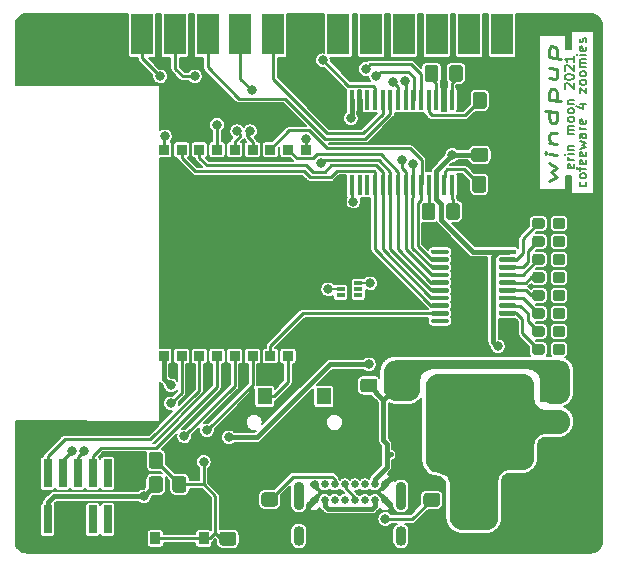
<source format=gtl>
G04 #@! TF.GenerationSoftware,KiCad,Pcbnew,5.1.10*
G04 #@! TF.CreationDate,2021-07-04T17:42:54-04:00*
G04 #@! TF.ProjectId,windpup,77696e64-7075-4702-9e6b-696361645f70,rev?*
G04 #@! TF.SameCoordinates,Original*
G04 #@! TF.FileFunction,Copper,L1,Top*
G04 #@! TF.FilePolarity,Positive*
%FSLAX46Y46*%
G04 Gerber Fmt 4.6, Leading zero omitted, Abs format (unit mm)*
G04 Created by KiCad (PCBNEW 5.1.10) date 2021-07-04 17:42:54*
%MOMM*%
%LPD*%
G01*
G04 APERTURE LIST*
G04 #@! TA.AperFunction,NonConductor*
%ADD10C,0.200000*%
G04 #@! TD*
G04 #@! TA.AperFunction,NonConductor*
%ADD11C,0.250000*%
G04 #@! TD*
G04 #@! TA.AperFunction,SMDPad,CuDef*
%ADD12R,4.300000X4.300000*%
G04 #@! TD*
G04 #@! TA.AperFunction,SMDPad,CuDef*
%ADD13R,0.912500X0.850000*%
G04 #@! TD*
G04 #@! TA.AperFunction,SMDPad,CuDef*
%ADD14R,1.200000X1.400000*%
G04 #@! TD*
G04 #@! TA.AperFunction,SMDPad,CuDef*
%ADD15R,0.360000X0.250000*%
G04 #@! TD*
G04 #@! TA.AperFunction,SMDPad,CuDef*
%ADD16R,0.700000X0.400000*%
G04 #@! TD*
G04 #@! TA.AperFunction,SMDPad,CuDef*
%ADD17R,0.450000X1.750000*%
G04 #@! TD*
G04 #@! TA.AperFunction,SMDPad,CuDef*
%ADD18R,1.846667X3.480000*%
G04 #@! TD*
G04 #@! TA.AperFunction,SMDPad,CuDef*
%ADD19R,0.740000X2.400000*%
G04 #@! TD*
G04 #@! TA.AperFunction,ComponentPad*
%ADD20O,0.900000X1.700000*%
G04 #@! TD*
G04 #@! TA.AperFunction,ComponentPad*
%ADD21O,0.900000X2.400000*%
G04 #@! TD*
G04 #@! TA.AperFunction,ComponentPad*
%ADD22C,0.650000*%
G04 #@! TD*
G04 #@! TA.AperFunction,SMDPad,CuDef*
%ADD23R,0.900000X1.000000*%
G04 #@! TD*
G04 #@! TA.AperFunction,SMDPad,CuDef*
%ADD24R,6.400000X5.800000*%
G04 #@! TD*
G04 #@! TA.AperFunction,SMDPad,CuDef*
%ADD25R,2.200000X1.200000*%
G04 #@! TD*
G04 #@! TA.AperFunction,ViaPad*
%ADD26C,0.800000*%
G04 #@! TD*
G04 #@! TA.AperFunction,Conductor*
%ADD27C,0.400000*%
G04 #@! TD*
G04 #@! TA.AperFunction,Conductor*
%ADD28C,0.250000*%
G04 #@! TD*
G04 #@! TA.AperFunction,Conductor*
%ADD29C,0.150000*%
G04 #@! TD*
G04 #@! TA.AperFunction,Conductor*
%ADD30C,0.137000*%
G04 #@! TD*
G04 #@! TA.AperFunction,Conductor*
%ADD31C,0.100000*%
G04 #@! TD*
G04 #@! TA.AperFunction,Conductor*
%ADD32C,0.254000*%
G04 #@! TD*
G04 APERTURE END LIST*
D10*
X169995809Y-90213714D02*
X170033904Y-90289904D01*
X170033904Y-90442285D01*
X169995809Y-90518476D01*
X169957714Y-90556571D01*
X169881523Y-90594666D01*
X169652952Y-90594666D01*
X169576761Y-90556571D01*
X169538666Y-90518476D01*
X169500571Y-90442285D01*
X169500571Y-90289904D01*
X169538666Y-90213714D01*
X170033904Y-89756571D02*
X169995809Y-89832761D01*
X169957714Y-89870857D01*
X169881523Y-89908952D01*
X169652952Y-89908952D01*
X169576761Y-89870857D01*
X169538666Y-89832761D01*
X169500571Y-89756571D01*
X169500571Y-89642285D01*
X169538666Y-89566095D01*
X169576761Y-89528000D01*
X169652952Y-89489904D01*
X169881523Y-89489904D01*
X169957714Y-89528000D01*
X169995809Y-89566095D01*
X170033904Y-89642285D01*
X170033904Y-89756571D01*
X169500571Y-89261333D02*
X169500571Y-88956571D01*
X170033904Y-89147047D02*
X169348190Y-89147047D01*
X169272000Y-89108952D01*
X169233904Y-89032761D01*
X169233904Y-88956571D01*
X169995809Y-88385142D02*
X170033904Y-88461333D01*
X170033904Y-88613714D01*
X169995809Y-88689904D01*
X169919619Y-88728000D01*
X169614857Y-88728000D01*
X169538666Y-88689904D01*
X169500571Y-88613714D01*
X169500571Y-88461333D01*
X169538666Y-88385142D01*
X169614857Y-88347047D01*
X169691047Y-88347047D01*
X169767238Y-88728000D01*
X169995809Y-87699428D02*
X170033904Y-87775619D01*
X170033904Y-87928000D01*
X169995809Y-88004190D01*
X169919619Y-88042285D01*
X169614857Y-88042285D01*
X169538666Y-88004190D01*
X169500571Y-87928000D01*
X169500571Y-87775619D01*
X169538666Y-87699428D01*
X169614857Y-87661333D01*
X169691047Y-87661333D01*
X169767238Y-88042285D01*
X169500571Y-87394666D02*
X170033904Y-87242285D01*
X169652952Y-87089904D01*
X170033904Y-86937523D01*
X169500571Y-86785142D01*
X170033904Y-86137523D02*
X169614857Y-86137523D01*
X169538666Y-86175619D01*
X169500571Y-86251809D01*
X169500571Y-86404190D01*
X169538666Y-86480380D01*
X169995809Y-86137523D02*
X170033904Y-86213714D01*
X170033904Y-86404190D01*
X169995809Y-86480380D01*
X169919619Y-86518476D01*
X169843428Y-86518476D01*
X169767238Y-86480380D01*
X169729142Y-86404190D01*
X169729142Y-86213714D01*
X169691047Y-86137523D01*
X170033904Y-85756571D02*
X169500571Y-85756571D01*
X169652952Y-85756571D02*
X169576761Y-85718476D01*
X169538666Y-85680380D01*
X169500571Y-85604190D01*
X169500571Y-85528000D01*
X169995809Y-84956571D02*
X170033904Y-85032761D01*
X170033904Y-85185142D01*
X169995809Y-85261333D01*
X169919619Y-85299428D01*
X169614857Y-85299428D01*
X169538666Y-85261333D01*
X169500571Y-85185142D01*
X169500571Y-85032761D01*
X169538666Y-84956571D01*
X169614857Y-84918476D01*
X169691047Y-84918476D01*
X169767238Y-85299428D01*
X169500571Y-83623238D02*
X170033904Y-83623238D01*
X169195809Y-83813714D02*
X169767238Y-84004190D01*
X169767238Y-83508952D01*
X169500571Y-82670857D02*
X169500571Y-82251809D01*
X170033904Y-82670857D01*
X170033904Y-82251809D01*
X170033904Y-81832761D02*
X169995809Y-81908952D01*
X169957714Y-81947047D01*
X169881523Y-81985142D01*
X169652952Y-81985142D01*
X169576761Y-81947047D01*
X169538666Y-81908952D01*
X169500571Y-81832761D01*
X169500571Y-81718476D01*
X169538666Y-81642285D01*
X169576761Y-81604190D01*
X169652952Y-81566095D01*
X169881523Y-81566095D01*
X169957714Y-81604190D01*
X169995809Y-81642285D01*
X170033904Y-81718476D01*
X170033904Y-81832761D01*
X170033904Y-81108952D02*
X169995809Y-81185142D01*
X169957714Y-81223238D01*
X169881523Y-81261333D01*
X169652952Y-81261333D01*
X169576761Y-81223238D01*
X169538666Y-81185142D01*
X169500571Y-81108952D01*
X169500571Y-80994666D01*
X169538666Y-80918476D01*
X169576761Y-80880380D01*
X169652952Y-80842285D01*
X169881523Y-80842285D01*
X169957714Y-80880380D01*
X169995809Y-80918476D01*
X170033904Y-80994666D01*
X170033904Y-81108952D01*
X170033904Y-80499428D02*
X169500571Y-80499428D01*
X169576761Y-80499428D02*
X169538666Y-80461333D01*
X169500571Y-80385142D01*
X169500571Y-80270857D01*
X169538666Y-80194666D01*
X169614857Y-80156571D01*
X170033904Y-80156571D01*
X169614857Y-80156571D02*
X169538666Y-80118476D01*
X169500571Y-80042285D01*
X169500571Y-79928000D01*
X169538666Y-79851809D01*
X169614857Y-79813714D01*
X170033904Y-79813714D01*
X170033904Y-79432761D02*
X169500571Y-79432761D01*
X169233904Y-79432761D02*
X169272000Y-79470857D01*
X169310095Y-79432761D01*
X169272000Y-79394666D01*
X169233904Y-79432761D01*
X169310095Y-79432761D01*
X169995809Y-78747047D02*
X170033904Y-78823238D01*
X170033904Y-78975619D01*
X169995809Y-79051809D01*
X169919619Y-79089904D01*
X169614857Y-79089904D01*
X169538666Y-79051809D01*
X169500571Y-78975619D01*
X169500571Y-78823238D01*
X169538666Y-78747047D01*
X169614857Y-78708952D01*
X169691047Y-78708952D01*
X169767238Y-79089904D01*
X169995809Y-78404190D02*
X170033904Y-78328000D01*
X170033904Y-78175619D01*
X169995809Y-78099428D01*
X169919619Y-78061333D01*
X169881523Y-78061333D01*
X169805333Y-78099428D01*
X169767238Y-78175619D01*
X169767238Y-78289904D01*
X169729142Y-78366095D01*
X169652952Y-78404190D01*
X169614857Y-78404190D01*
X169538666Y-78366095D01*
X169500571Y-78289904D01*
X169500571Y-78175619D01*
X169538666Y-78099428D01*
X168979809Y-88728000D02*
X169017904Y-88804190D01*
X169017904Y-88956571D01*
X168979809Y-89032761D01*
X168903619Y-89070857D01*
X168598857Y-89070857D01*
X168522666Y-89032761D01*
X168484571Y-88956571D01*
X168484571Y-88804190D01*
X168522666Y-88728000D01*
X168598857Y-88689904D01*
X168675047Y-88689904D01*
X168751238Y-89070857D01*
X169017904Y-88347047D02*
X168484571Y-88347047D01*
X168636952Y-88347047D02*
X168560761Y-88308952D01*
X168522666Y-88270857D01*
X168484571Y-88194666D01*
X168484571Y-88118476D01*
X169017904Y-87851809D02*
X168484571Y-87851809D01*
X168217904Y-87851809D02*
X168256000Y-87889904D01*
X168294095Y-87851809D01*
X168256000Y-87813714D01*
X168217904Y-87851809D01*
X168294095Y-87851809D01*
X168484571Y-87470857D02*
X169017904Y-87470857D01*
X168560761Y-87470857D02*
X168522666Y-87432761D01*
X168484571Y-87356571D01*
X168484571Y-87242285D01*
X168522666Y-87166095D01*
X168598857Y-87128000D01*
X169017904Y-87128000D01*
X169017904Y-86137523D02*
X168484571Y-86137523D01*
X168560761Y-86137523D02*
X168522666Y-86099428D01*
X168484571Y-86023238D01*
X168484571Y-85908952D01*
X168522666Y-85832761D01*
X168598857Y-85794666D01*
X169017904Y-85794666D01*
X168598857Y-85794666D02*
X168522666Y-85756571D01*
X168484571Y-85680380D01*
X168484571Y-85566095D01*
X168522666Y-85489904D01*
X168598857Y-85451809D01*
X169017904Y-85451809D01*
X169017904Y-84956571D02*
X168979809Y-85032761D01*
X168941714Y-85070857D01*
X168865523Y-85108952D01*
X168636952Y-85108952D01*
X168560761Y-85070857D01*
X168522666Y-85032761D01*
X168484571Y-84956571D01*
X168484571Y-84842285D01*
X168522666Y-84766095D01*
X168560761Y-84728000D01*
X168636952Y-84689904D01*
X168865523Y-84689904D01*
X168941714Y-84728000D01*
X168979809Y-84766095D01*
X169017904Y-84842285D01*
X169017904Y-84956571D01*
X169017904Y-84232761D02*
X168979809Y-84308952D01*
X168941714Y-84347047D01*
X168865523Y-84385142D01*
X168636952Y-84385142D01*
X168560761Y-84347047D01*
X168522666Y-84308952D01*
X168484571Y-84232761D01*
X168484571Y-84118476D01*
X168522666Y-84042285D01*
X168560761Y-84004190D01*
X168636952Y-83966095D01*
X168865523Y-83966095D01*
X168941714Y-84004190D01*
X168979809Y-84042285D01*
X169017904Y-84118476D01*
X169017904Y-84232761D01*
X168484571Y-83623238D02*
X169017904Y-83623238D01*
X168560761Y-83623238D02*
X168522666Y-83585142D01*
X168484571Y-83508952D01*
X168484571Y-83394666D01*
X168522666Y-83318476D01*
X168598857Y-83280380D01*
X169017904Y-83280380D01*
X168294095Y-82328000D02*
X168256000Y-82289904D01*
X168217904Y-82213714D01*
X168217904Y-82023238D01*
X168256000Y-81947047D01*
X168294095Y-81908952D01*
X168370285Y-81870857D01*
X168446476Y-81870857D01*
X168560761Y-81908952D01*
X169017904Y-82366095D01*
X169017904Y-81870857D01*
X168217904Y-81375619D02*
X168217904Y-81299428D01*
X168256000Y-81223238D01*
X168294095Y-81185142D01*
X168370285Y-81147047D01*
X168522666Y-81108952D01*
X168713142Y-81108952D01*
X168865523Y-81147047D01*
X168941714Y-81185142D01*
X168979809Y-81223238D01*
X169017904Y-81299428D01*
X169017904Y-81375619D01*
X168979809Y-81451809D01*
X168941714Y-81489904D01*
X168865523Y-81528000D01*
X168713142Y-81566095D01*
X168522666Y-81566095D01*
X168370285Y-81528000D01*
X168294095Y-81489904D01*
X168256000Y-81451809D01*
X168217904Y-81375619D01*
X168294095Y-80804190D02*
X168256000Y-80766095D01*
X168217904Y-80689904D01*
X168217904Y-80499428D01*
X168256000Y-80423238D01*
X168294095Y-80385142D01*
X168370285Y-80347047D01*
X168446476Y-80347047D01*
X168560761Y-80385142D01*
X169017904Y-80842285D01*
X169017904Y-80347047D01*
X169017904Y-79585142D02*
X169017904Y-80042285D01*
X169017904Y-79813714D02*
X168217904Y-79813714D01*
X168332190Y-79889904D01*
X168408380Y-79966095D01*
X168446476Y-80042285D01*
D11*
X166917714Y-90114681D02*
X167584380Y-89817062D01*
X167108190Y-89376586D01*
X167584380Y-89055157D01*
X166917714Y-88590872D01*
X167584380Y-87912300D02*
X166917714Y-87828967D01*
X166584380Y-87787300D02*
X166632000Y-87888491D01*
X166679619Y-87799205D01*
X166632000Y-87698014D01*
X166584380Y-87787300D01*
X166679619Y-87799205D01*
X166917714Y-86876586D02*
X167584380Y-86959919D01*
X167012952Y-86888491D02*
X166965333Y-86787300D01*
X166917714Y-86590872D01*
X166917714Y-86305157D01*
X166965333Y-86120633D01*
X167060571Y-86037300D01*
X167584380Y-86102776D01*
X167584380Y-84293252D02*
X166584380Y-84168252D01*
X167536761Y-84287300D02*
X167584380Y-84483729D01*
X167584380Y-84864681D01*
X167536761Y-85049205D01*
X167489142Y-85138491D01*
X167393904Y-85221824D01*
X167108190Y-85186110D01*
X167012952Y-85078967D01*
X166965333Y-84977776D01*
X166917714Y-84781348D01*
X166917714Y-84400395D01*
X166965333Y-84215872D01*
X166917714Y-83257538D02*
X167917714Y-83382538D01*
X166965333Y-83263491D02*
X166917714Y-83067062D01*
X166917714Y-82686110D01*
X166965333Y-82501586D01*
X167012952Y-82412300D01*
X167108190Y-82328967D01*
X167393904Y-82364681D01*
X167489142Y-82471824D01*
X167536761Y-82573014D01*
X167584380Y-82769443D01*
X167584380Y-83150395D01*
X167536761Y-83334919D01*
X166917714Y-80590872D02*
X167584380Y-80674205D01*
X166917714Y-81448014D02*
X167441523Y-81513491D01*
X167536761Y-81430157D01*
X167584380Y-81245633D01*
X167584380Y-80959919D01*
X167536761Y-80763491D01*
X167489142Y-80662300D01*
X166917714Y-79638491D02*
X167917714Y-79763491D01*
X166965333Y-79644443D02*
X166917714Y-79448014D01*
X166917714Y-79067062D01*
X166965333Y-78882538D01*
X167012952Y-78793252D01*
X167108190Y-78709919D01*
X167393904Y-78745633D01*
X167489142Y-78852776D01*
X167536761Y-78953967D01*
X167584380Y-79150395D01*
X167584380Y-79531348D01*
X167536761Y-79715872D01*
D12*
X140875001Y-95094999D03*
D13*
X134295001Y-104952499D03*
X135795001Y-104952499D03*
X137295001Y-104952499D03*
X138795001Y-104952499D03*
X140295001Y-104952499D03*
X141795001Y-104952499D03*
X143295001Y-104952499D03*
X144795001Y-104952499D03*
X146295001Y-104952499D03*
X146295001Y-87477499D03*
X144795001Y-87477499D03*
X143295001Y-87477499D03*
X141795001Y-87477499D03*
X140295001Y-87477499D03*
X138795001Y-87477499D03*
X137295001Y-87477499D03*
X135795001Y-87477499D03*
X134295001Y-87477499D03*
D14*
X145329000Y-112777000D03*
X147829000Y-108377000D03*
X142829000Y-108377000D03*
G04 #@! TA.AperFunction,SMDPad,CuDef*
G36*
G01*
X153507000Y-109942000D02*
X155357000Y-109942000D01*
G75*
G02*
X155607000Y-110192000I0J-250000D01*
G01*
X155607000Y-111192000D01*
G75*
G02*
X155357000Y-111442000I-250000J0D01*
G01*
X153507000Y-111442000D01*
G75*
G02*
X153257000Y-111192000I0J250000D01*
G01*
X153257000Y-110192000D01*
G75*
G02*
X153507000Y-109942000I250000J0D01*
G01*
G37*
G04 #@! TD.AperFunction*
G04 #@! TA.AperFunction,SMDPad,CuDef*
G36*
G01*
X153507000Y-106692000D02*
X155357000Y-106692000D01*
G75*
G02*
X155607000Y-106942000I0J-250000D01*
G01*
X155607000Y-107942000D01*
G75*
G02*
X155357000Y-108192000I-250000J0D01*
G01*
X153507000Y-108192000D01*
G75*
G02*
X153257000Y-107942000I0J250000D01*
G01*
X153257000Y-106942000D01*
G75*
G02*
X153507000Y-106692000I250000J0D01*
G01*
G37*
G04 #@! TD.AperFunction*
G04 #@! TA.AperFunction,SMDPad,CuDef*
G36*
G01*
X157422001Y-117726000D02*
X156521999Y-117726000D01*
G75*
G02*
X156272000Y-117476001I0J249999D01*
G01*
X156272000Y-116775999D01*
G75*
G02*
X156521999Y-116526000I249999J0D01*
G01*
X157422001Y-116526000D01*
G75*
G02*
X157672000Y-116775999I0J-249999D01*
G01*
X157672000Y-117476001D01*
G75*
G02*
X157422001Y-117726000I-249999J0D01*
G01*
G37*
G04 #@! TD.AperFunction*
G04 #@! TA.AperFunction,SMDPad,CuDef*
G36*
G01*
X157422001Y-119726000D02*
X156521999Y-119726000D01*
G75*
G02*
X156272000Y-119476001I0J249999D01*
G01*
X156272000Y-118775999D01*
G75*
G02*
X156521999Y-118526000I249999J0D01*
G01*
X157422001Y-118526000D01*
G75*
G02*
X157672000Y-118775999I0J-249999D01*
G01*
X157672000Y-119476001D01*
G75*
G02*
X157422001Y-119726000I-249999J0D01*
G01*
G37*
G04 #@! TD.AperFunction*
G04 #@! TA.AperFunction,SMDPad,CuDef*
G36*
G01*
X143706001Y-117694000D02*
X142805999Y-117694000D01*
G75*
G02*
X142556000Y-117444001I0J249999D01*
G01*
X142556000Y-116743999D01*
G75*
G02*
X142805999Y-116494000I249999J0D01*
G01*
X143706001Y-116494000D01*
G75*
G02*
X143956000Y-116743999I0J-249999D01*
G01*
X143956000Y-117444001D01*
G75*
G02*
X143706001Y-117694000I-249999J0D01*
G01*
G37*
G04 #@! TD.AperFunction*
G04 #@! TA.AperFunction,SMDPad,CuDef*
G36*
G01*
X143706001Y-119694000D02*
X142805999Y-119694000D01*
G75*
G02*
X142556000Y-119444001I0J249999D01*
G01*
X142556000Y-118743999D01*
G75*
G02*
X142805999Y-118494000I249999J0D01*
G01*
X143706001Y-118494000D01*
G75*
G02*
X143956000Y-118743999I0J-249999D01*
G01*
X143956000Y-119444001D01*
G75*
G02*
X143706001Y-119694000I-249999J0D01*
G01*
G37*
G04 #@! TD.AperFunction*
D15*
X154344000Y-113284000D03*
X153504000Y-113284000D03*
G04 #@! TA.AperFunction,SMDPad,CuDef*
G36*
G01*
X151163000Y-106854500D02*
X152113000Y-106854500D01*
G75*
G02*
X152363000Y-107104500I0J-250000D01*
G01*
X152363000Y-107779500D01*
G75*
G02*
X152113000Y-108029500I-250000J0D01*
G01*
X151163000Y-108029500D01*
G75*
G02*
X150913000Y-107779500I0J250000D01*
G01*
X150913000Y-107104500D01*
G75*
G02*
X151163000Y-106854500I250000J0D01*
G01*
G37*
G04 #@! TD.AperFunction*
G04 #@! TA.AperFunction,SMDPad,CuDef*
G36*
G01*
X151163000Y-108929500D02*
X152113000Y-108929500D01*
G75*
G02*
X152363000Y-109179500I0J-250000D01*
G01*
X152363000Y-109854500D01*
G75*
G02*
X152113000Y-110104500I-250000J0D01*
G01*
X151163000Y-110104500D01*
G75*
G02*
X150913000Y-109854500I0J250000D01*
G01*
X150913000Y-109179500D01*
G75*
G02*
X151163000Y-108929500I250000J0D01*
G01*
G37*
G04 #@! TD.AperFunction*
D16*
X150749000Y-99806000D03*
X150749000Y-98806000D03*
X149249000Y-99806000D03*
X150749000Y-99306000D03*
X149249000Y-98806000D03*
X149249000Y-99306000D03*
G04 #@! TA.AperFunction,SMDPad,CuDef*
G36*
G01*
X162480500Y-90899000D02*
X162480500Y-89949000D01*
G75*
G02*
X162730500Y-89699000I250000J0D01*
G01*
X163405500Y-89699000D01*
G75*
G02*
X163655500Y-89949000I0J-250000D01*
G01*
X163655500Y-90899000D01*
G75*
G02*
X163405500Y-91149000I-250000J0D01*
G01*
X162730500Y-91149000D01*
G75*
G02*
X162480500Y-90899000I0J250000D01*
G01*
G37*
G04 #@! TD.AperFunction*
G04 #@! TA.AperFunction,SMDPad,CuDef*
G36*
G01*
X160405500Y-90899000D02*
X160405500Y-89949000D01*
G75*
G02*
X160655500Y-89699000I250000J0D01*
G01*
X161330500Y-89699000D01*
G75*
G02*
X161580500Y-89949000I0J-250000D01*
G01*
X161580500Y-90899000D01*
G75*
G02*
X161330500Y-91149000I-250000J0D01*
G01*
X160655500Y-91149000D01*
G75*
G02*
X160405500Y-90899000I0J250000D01*
G01*
G37*
G04 #@! TD.AperFunction*
G04 #@! TA.AperFunction,SMDPad,CuDef*
G36*
G01*
X161623500Y-82837000D02*
X161623500Y-83787000D01*
G75*
G02*
X161373500Y-84037000I-250000J0D01*
G01*
X160698500Y-84037000D01*
G75*
G02*
X160448500Y-83787000I0J250000D01*
G01*
X160448500Y-82837000D01*
G75*
G02*
X160698500Y-82587000I250000J0D01*
G01*
X161373500Y-82587000D01*
G75*
G02*
X161623500Y-82837000I0J-250000D01*
G01*
G37*
G04 #@! TD.AperFunction*
G04 #@! TA.AperFunction,SMDPad,CuDef*
G36*
G01*
X163698500Y-82837000D02*
X163698500Y-83787000D01*
G75*
G02*
X163448500Y-84037000I-250000J0D01*
G01*
X162773500Y-84037000D01*
G75*
G02*
X162523500Y-83787000I0J250000D01*
G01*
X162523500Y-82837000D01*
G75*
G02*
X162773500Y-82587000I250000J0D01*
G01*
X163448500Y-82587000D01*
G75*
G02*
X163698500Y-82837000I0J-250000D01*
G01*
G37*
G04 #@! TD.AperFunction*
G04 #@! TA.AperFunction,SMDPad,CuDef*
G36*
G01*
X157538000Y-80551000D02*
X157538000Y-81501000D01*
G75*
G02*
X157288000Y-81751000I-250000J0D01*
G01*
X156613000Y-81751000D01*
G75*
G02*
X156363000Y-81501000I0J250000D01*
G01*
X156363000Y-80551000D01*
G75*
G02*
X156613000Y-80301000I250000J0D01*
G01*
X157288000Y-80301000D01*
G75*
G02*
X157538000Y-80551000I0J-250000D01*
G01*
G37*
G04 #@! TD.AperFunction*
G04 #@! TA.AperFunction,SMDPad,CuDef*
G36*
G01*
X159613000Y-80551000D02*
X159613000Y-81501000D01*
G75*
G02*
X159363000Y-81751000I-250000J0D01*
G01*
X158688000Y-81751000D01*
G75*
G02*
X158438000Y-81501000I0J250000D01*
G01*
X158438000Y-80551000D01*
G75*
G02*
X158688000Y-80301000I250000J0D01*
G01*
X159363000Y-80301000D01*
G75*
G02*
X159613000Y-80551000I0J-250000D01*
G01*
G37*
G04 #@! TD.AperFunction*
G04 #@! TA.AperFunction,SMDPad,CuDef*
G36*
G01*
X157284000Y-92235000D02*
X157284000Y-93185000D01*
G75*
G02*
X157034000Y-93435000I-250000J0D01*
G01*
X156359000Y-93435000D01*
G75*
G02*
X156109000Y-93185000I0J250000D01*
G01*
X156109000Y-92235000D01*
G75*
G02*
X156359000Y-91985000I250000J0D01*
G01*
X157034000Y-91985000D01*
G75*
G02*
X157284000Y-92235000I0J-250000D01*
G01*
G37*
G04 #@! TD.AperFunction*
G04 #@! TA.AperFunction,SMDPad,CuDef*
G36*
G01*
X159359000Y-92235000D02*
X159359000Y-93185000D01*
G75*
G02*
X159109000Y-93435000I-250000J0D01*
G01*
X158434000Y-93435000D01*
G75*
G02*
X158184000Y-93185000I0J250000D01*
G01*
X158184000Y-92235000D01*
G75*
G02*
X158434000Y-91985000I250000J0D01*
G01*
X159109000Y-91985000D01*
G75*
G02*
X159359000Y-92235000I0J-250000D01*
G01*
G37*
G04 #@! TD.AperFunction*
G04 #@! TA.AperFunction,SMDPad,CuDef*
G36*
G01*
X161511000Y-86439500D02*
X160561000Y-86439500D01*
G75*
G02*
X160311000Y-86189500I0J250000D01*
G01*
X160311000Y-85514500D01*
G75*
G02*
X160561000Y-85264500I250000J0D01*
G01*
X161511000Y-85264500D01*
G75*
G02*
X161761000Y-85514500I0J-250000D01*
G01*
X161761000Y-86189500D01*
G75*
G02*
X161511000Y-86439500I-250000J0D01*
G01*
G37*
G04 #@! TD.AperFunction*
G04 #@! TA.AperFunction,SMDPad,CuDef*
G36*
G01*
X161511000Y-88514500D02*
X160561000Y-88514500D01*
G75*
G02*
X160311000Y-88264500I0J250000D01*
G01*
X160311000Y-87589500D01*
G75*
G02*
X160561000Y-87339500I250000J0D01*
G01*
X161511000Y-87339500D01*
G75*
G02*
X161761000Y-87589500I0J-250000D01*
G01*
X161761000Y-88264500D01*
G75*
G02*
X161511000Y-88514500I-250000J0D01*
G01*
G37*
G04 #@! TD.AperFunction*
G04 #@! TA.AperFunction,SMDPad,CuDef*
G36*
G01*
X167228000Y-97011500D02*
X167228000Y-96536500D01*
G75*
G02*
X167465500Y-96299000I237500J0D01*
G01*
X168040500Y-96299000D01*
G75*
G02*
X168278000Y-96536500I0J-237500D01*
G01*
X168278000Y-97011500D01*
G75*
G02*
X168040500Y-97249000I-237500J0D01*
G01*
X167465500Y-97249000D01*
G75*
G02*
X167228000Y-97011500I0J237500D01*
G01*
G37*
G04 #@! TD.AperFunction*
G04 #@! TA.AperFunction,SMDPad,CuDef*
G36*
G01*
X165478000Y-97011500D02*
X165478000Y-96536500D01*
G75*
G02*
X165715500Y-96299000I237500J0D01*
G01*
X166290500Y-96299000D01*
G75*
G02*
X166528000Y-96536500I0J-237500D01*
G01*
X166528000Y-97011500D01*
G75*
G02*
X166290500Y-97249000I-237500J0D01*
G01*
X165715500Y-97249000D01*
G75*
G02*
X165478000Y-97011500I0J237500D01*
G01*
G37*
G04 #@! TD.AperFunction*
G04 #@! TA.AperFunction,SMDPad,CuDef*
G36*
G01*
X167228000Y-100059500D02*
X167228000Y-99584500D01*
G75*
G02*
X167465500Y-99347000I237500J0D01*
G01*
X168040500Y-99347000D01*
G75*
G02*
X168278000Y-99584500I0J-237500D01*
G01*
X168278000Y-100059500D01*
G75*
G02*
X168040500Y-100297000I-237500J0D01*
G01*
X167465500Y-100297000D01*
G75*
G02*
X167228000Y-100059500I0J237500D01*
G01*
G37*
G04 #@! TD.AperFunction*
G04 #@! TA.AperFunction,SMDPad,CuDef*
G36*
G01*
X165478000Y-100059500D02*
X165478000Y-99584500D01*
G75*
G02*
X165715500Y-99347000I237500J0D01*
G01*
X166290500Y-99347000D01*
G75*
G02*
X166528000Y-99584500I0J-237500D01*
G01*
X166528000Y-100059500D01*
G75*
G02*
X166290500Y-100297000I-237500J0D01*
G01*
X165715500Y-100297000D01*
G75*
G02*
X165478000Y-100059500I0J237500D01*
G01*
G37*
G04 #@! TD.AperFunction*
G04 #@! TA.AperFunction,SMDPad,CuDef*
G36*
G01*
X167228000Y-104631500D02*
X167228000Y-104156500D01*
G75*
G02*
X167465500Y-103919000I237500J0D01*
G01*
X168040500Y-103919000D01*
G75*
G02*
X168278000Y-104156500I0J-237500D01*
G01*
X168278000Y-104631500D01*
G75*
G02*
X168040500Y-104869000I-237500J0D01*
G01*
X167465500Y-104869000D01*
G75*
G02*
X167228000Y-104631500I0J237500D01*
G01*
G37*
G04 #@! TD.AperFunction*
G04 #@! TA.AperFunction,SMDPad,CuDef*
G36*
G01*
X165478000Y-104631500D02*
X165478000Y-104156500D01*
G75*
G02*
X165715500Y-103919000I237500J0D01*
G01*
X166290500Y-103919000D01*
G75*
G02*
X166528000Y-104156500I0J-237500D01*
G01*
X166528000Y-104631500D01*
G75*
G02*
X166290500Y-104869000I-237500J0D01*
G01*
X165715500Y-104869000D01*
G75*
G02*
X165478000Y-104631500I0J237500D01*
G01*
G37*
G04 #@! TD.AperFunction*
G04 #@! TA.AperFunction,SMDPad,CuDef*
G36*
G01*
X167228000Y-103107500D02*
X167228000Y-102632500D01*
G75*
G02*
X167465500Y-102395000I237500J0D01*
G01*
X168040500Y-102395000D01*
G75*
G02*
X168278000Y-102632500I0J-237500D01*
G01*
X168278000Y-103107500D01*
G75*
G02*
X168040500Y-103345000I-237500J0D01*
G01*
X167465500Y-103345000D01*
G75*
G02*
X167228000Y-103107500I0J237500D01*
G01*
G37*
G04 #@! TD.AperFunction*
G04 #@! TA.AperFunction,SMDPad,CuDef*
G36*
G01*
X165478000Y-103107500D02*
X165478000Y-102632500D01*
G75*
G02*
X165715500Y-102395000I237500J0D01*
G01*
X166290500Y-102395000D01*
G75*
G02*
X166528000Y-102632500I0J-237500D01*
G01*
X166528000Y-103107500D01*
G75*
G02*
X166290500Y-103345000I-237500J0D01*
G01*
X165715500Y-103345000D01*
G75*
G02*
X165478000Y-103107500I0J237500D01*
G01*
G37*
G04 #@! TD.AperFunction*
G04 #@! TA.AperFunction,SMDPad,CuDef*
G36*
G01*
X167228000Y-101583500D02*
X167228000Y-101108500D01*
G75*
G02*
X167465500Y-100871000I237500J0D01*
G01*
X168040500Y-100871000D01*
G75*
G02*
X168278000Y-101108500I0J-237500D01*
G01*
X168278000Y-101583500D01*
G75*
G02*
X168040500Y-101821000I-237500J0D01*
G01*
X167465500Y-101821000D01*
G75*
G02*
X167228000Y-101583500I0J237500D01*
G01*
G37*
G04 #@! TD.AperFunction*
G04 #@! TA.AperFunction,SMDPad,CuDef*
G36*
G01*
X165478000Y-101583500D02*
X165478000Y-101108500D01*
G75*
G02*
X165715500Y-100871000I237500J0D01*
G01*
X166290500Y-100871000D01*
G75*
G02*
X166528000Y-101108500I0J-237500D01*
G01*
X166528000Y-101583500D01*
G75*
G02*
X166290500Y-101821000I-237500J0D01*
G01*
X165715500Y-101821000D01*
G75*
G02*
X165478000Y-101583500I0J237500D01*
G01*
G37*
G04 #@! TD.AperFunction*
G04 #@! TA.AperFunction,SMDPad,CuDef*
G36*
G01*
X167228000Y-98535500D02*
X167228000Y-98060500D01*
G75*
G02*
X167465500Y-97823000I237500J0D01*
G01*
X168040500Y-97823000D01*
G75*
G02*
X168278000Y-98060500I0J-237500D01*
G01*
X168278000Y-98535500D01*
G75*
G02*
X168040500Y-98773000I-237500J0D01*
G01*
X167465500Y-98773000D01*
G75*
G02*
X167228000Y-98535500I0J237500D01*
G01*
G37*
G04 #@! TD.AperFunction*
G04 #@! TA.AperFunction,SMDPad,CuDef*
G36*
G01*
X165478000Y-98535500D02*
X165478000Y-98060500D01*
G75*
G02*
X165715500Y-97823000I237500J0D01*
G01*
X166290500Y-97823000D01*
G75*
G02*
X166528000Y-98060500I0J-237500D01*
G01*
X166528000Y-98535500D01*
G75*
G02*
X166290500Y-98773000I-237500J0D01*
G01*
X165715500Y-98773000D01*
G75*
G02*
X165478000Y-98535500I0J237500D01*
G01*
G37*
G04 #@! TD.AperFunction*
G04 #@! TA.AperFunction,SMDPad,CuDef*
G36*
G01*
X167228000Y-95487500D02*
X167228000Y-95012500D01*
G75*
G02*
X167465500Y-94775000I237500J0D01*
G01*
X168040500Y-94775000D01*
G75*
G02*
X168278000Y-95012500I0J-237500D01*
G01*
X168278000Y-95487500D01*
G75*
G02*
X168040500Y-95725000I-237500J0D01*
G01*
X167465500Y-95725000D01*
G75*
G02*
X167228000Y-95487500I0J237500D01*
G01*
G37*
G04 #@! TD.AperFunction*
G04 #@! TA.AperFunction,SMDPad,CuDef*
G36*
G01*
X165478000Y-95487500D02*
X165478000Y-95012500D01*
G75*
G02*
X165715500Y-94775000I237500J0D01*
G01*
X166290500Y-94775000D01*
G75*
G02*
X166528000Y-95012500I0J-237500D01*
G01*
X166528000Y-95487500D01*
G75*
G02*
X166290500Y-95725000I-237500J0D01*
G01*
X165715500Y-95725000D01*
G75*
G02*
X165478000Y-95487500I0J237500D01*
G01*
G37*
G04 #@! TD.AperFunction*
G04 #@! TA.AperFunction,SMDPad,CuDef*
G36*
G01*
X165478000Y-93963500D02*
X165478000Y-93488500D01*
G75*
G02*
X165715500Y-93251000I237500J0D01*
G01*
X166290500Y-93251000D01*
G75*
G02*
X166528000Y-93488500I0J-237500D01*
G01*
X166528000Y-93963500D01*
G75*
G02*
X166290500Y-94201000I-237500J0D01*
G01*
X165715500Y-94201000D01*
G75*
G02*
X165478000Y-93963500I0J237500D01*
G01*
G37*
G04 #@! TD.AperFunction*
G04 #@! TA.AperFunction,SMDPad,CuDef*
G36*
G01*
X167228000Y-93963500D02*
X167228000Y-93488500D01*
G75*
G02*
X167465500Y-93251000I237500J0D01*
G01*
X168040500Y-93251000D01*
G75*
G02*
X168278000Y-93488500I0J-237500D01*
G01*
X168278000Y-93963500D01*
G75*
G02*
X168040500Y-94201000I-237500J0D01*
G01*
X167465500Y-94201000D01*
G75*
G02*
X167228000Y-93963500I0J237500D01*
G01*
G37*
G04 #@! TD.AperFunction*
G04 #@! TA.AperFunction,SMDPad,CuDef*
G36*
G01*
X162653000Y-96235000D02*
X162653000Y-96035000D01*
G75*
G02*
X162753000Y-95935000I100000J0D01*
G01*
X164028000Y-95935000D01*
G75*
G02*
X164128000Y-96035000I0J-100000D01*
G01*
X164128000Y-96235000D01*
G75*
G02*
X164028000Y-96335000I-100000J0D01*
G01*
X162753000Y-96335000D01*
G75*
G02*
X162653000Y-96235000I0J100000D01*
G01*
G37*
G04 #@! TD.AperFunction*
G04 #@! TA.AperFunction,SMDPad,CuDef*
G36*
G01*
X162653000Y-96885000D02*
X162653000Y-96685000D01*
G75*
G02*
X162753000Y-96585000I100000J0D01*
G01*
X164028000Y-96585000D01*
G75*
G02*
X164128000Y-96685000I0J-100000D01*
G01*
X164128000Y-96885000D01*
G75*
G02*
X164028000Y-96985000I-100000J0D01*
G01*
X162753000Y-96985000D01*
G75*
G02*
X162653000Y-96885000I0J100000D01*
G01*
G37*
G04 #@! TD.AperFunction*
G04 #@! TA.AperFunction,SMDPad,CuDef*
G36*
G01*
X162653000Y-97535000D02*
X162653000Y-97335000D01*
G75*
G02*
X162753000Y-97235000I100000J0D01*
G01*
X164028000Y-97235000D01*
G75*
G02*
X164128000Y-97335000I0J-100000D01*
G01*
X164128000Y-97535000D01*
G75*
G02*
X164028000Y-97635000I-100000J0D01*
G01*
X162753000Y-97635000D01*
G75*
G02*
X162653000Y-97535000I0J100000D01*
G01*
G37*
G04 #@! TD.AperFunction*
G04 #@! TA.AperFunction,SMDPad,CuDef*
G36*
G01*
X162653000Y-98185000D02*
X162653000Y-97985000D01*
G75*
G02*
X162753000Y-97885000I100000J0D01*
G01*
X164028000Y-97885000D01*
G75*
G02*
X164128000Y-97985000I0J-100000D01*
G01*
X164128000Y-98185000D01*
G75*
G02*
X164028000Y-98285000I-100000J0D01*
G01*
X162753000Y-98285000D01*
G75*
G02*
X162653000Y-98185000I0J100000D01*
G01*
G37*
G04 #@! TD.AperFunction*
G04 #@! TA.AperFunction,SMDPad,CuDef*
G36*
G01*
X162653000Y-98835000D02*
X162653000Y-98635000D01*
G75*
G02*
X162753000Y-98535000I100000J0D01*
G01*
X164028000Y-98535000D01*
G75*
G02*
X164128000Y-98635000I0J-100000D01*
G01*
X164128000Y-98835000D01*
G75*
G02*
X164028000Y-98935000I-100000J0D01*
G01*
X162753000Y-98935000D01*
G75*
G02*
X162653000Y-98835000I0J100000D01*
G01*
G37*
G04 #@! TD.AperFunction*
G04 #@! TA.AperFunction,SMDPad,CuDef*
G36*
G01*
X162653000Y-99485000D02*
X162653000Y-99285000D01*
G75*
G02*
X162753000Y-99185000I100000J0D01*
G01*
X164028000Y-99185000D01*
G75*
G02*
X164128000Y-99285000I0J-100000D01*
G01*
X164128000Y-99485000D01*
G75*
G02*
X164028000Y-99585000I-100000J0D01*
G01*
X162753000Y-99585000D01*
G75*
G02*
X162653000Y-99485000I0J100000D01*
G01*
G37*
G04 #@! TD.AperFunction*
G04 #@! TA.AperFunction,SMDPad,CuDef*
G36*
G01*
X162653000Y-100135000D02*
X162653000Y-99935000D01*
G75*
G02*
X162753000Y-99835000I100000J0D01*
G01*
X164028000Y-99835000D01*
G75*
G02*
X164128000Y-99935000I0J-100000D01*
G01*
X164128000Y-100135000D01*
G75*
G02*
X164028000Y-100235000I-100000J0D01*
G01*
X162753000Y-100235000D01*
G75*
G02*
X162653000Y-100135000I0J100000D01*
G01*
G37*
G04 #@! TD.AperFunction*
G04 #@! TA.AperFunction,SMDPad,CuDef*
G36*
G01*
X162653000Y-100785000D02*
X162653000Y-100585000D01*
G75*
G02*
X162753000Y-100485000I100000J0D01*
G01*
X164028000Y-100485000D01*
G75*
G02*
X164128000Y-100585000I0J-100000D01*
G01*
X164128000Y-100785000D01*
G75*
G02*
X164028000Y-100885000I-100000J0D01*
G01*
X162753000Y-100885000D01*
G75*
G02*
X162653000Y-100785000I0J100000D01*
G01*
G37*
G04 #@! TD.AperFunction*
G04 #@! TA.AperFunction,SMDPad,CuDef*
G36*
G01*
X162653000Y-101435000D02*
X162653000Y-101235000D01*
G75*
G02*
X162753000Y-101135000I100000J0D01*
G01*
X164028000Y-101135000D01*
G75*
G02*
X164128000Y-101235000I0J-100000D01*
G01*
X164128000Y-101435000D01*
G75*
G02*
X164028000Y-101535000I-100000J0D01*
G01*
X162753000Y-101535000D01*
G75*
G02*
X162653000Y-101435000I0J100000D01*
G01*
G37*
G04 #@! TD.AperFunction*
G04 #@! TA.AperFunction,SMDPad,CuDef*
G36*
G01*
X162653000Y-102085000D02*
X162653000Y-101885000D01*
G75*
G02*
X162753000Y-101785000I100000J0D01*
G01*
X164028000Y-101785000D01*
G75*
G02*
X164128000Y-101885000I0J-100000D01*
G01*
X164128000Y-102085000D01*
G75*
G02*
X164028000Y-102185000I-100000J0D01*
G01*
X162753000Y-102185000D01*
G75*
G02*
X162653000Y-102085000I0J100000D01*
G01*
G37*
G04 #@! TD.AperFunction*
G04 #@! TA.AperFunction,SMDPad,CuDef*
G36*
G01*
X156928000Y-102085000D02*
X156928000Y-101885000D01*
G75*
G02*
X157028000Y-101785000I100000J0D01*
G01*
X158303000Y-101785000D01*
G75*
G02*
X158403000Y-101885000I0J-100000D01*
G01*
X158403000Y-102085000D01*
G75*
G02*
X158303000Y-102185000I-100000J0D01*
G01*
X157028000Y-102185000D01*
G75*
G02*
X156928000Y-102085000I0J100000D01*
G01*
G37*
G04 #@! TD.AperFunction*
G04 #@! TA.AperFunction,SMDPad,CuDef*
G36*
G01*
X156928000Y-101435000D02*
X156928000Y-101235000D01*
G75*
G02*
X157028000Y-101135000I100000J0D01*
G01*
X158303000Y-101135000D01*
G75*
G02*
X158403000Y-101235000I0J-100000D01*
G01*
X158403000Y-101435000D01*
G75*
G02*
X158303000Y-101535000I-100000J0D01*
G01*
X157028000Y-101535000D01*
G75*
G02*
X156928000Y-101435000I0J100000D01*
G01*
G37*
G04 #@! TD.AperFunction*
G04 #@! TA.AperFunction,SMDPad,CuDef*
G36*
G01*
X156928000Y-100785000D02*
X156928000Y-100585000D01*
G75*
G02*
X157028000Y-100485000I100000J0D01*
G01*
X158303000Y-100485000D01*
G75*
G02*
X158403000Y-100585000I0J-100000D01*
G01*
X158403000Y-100785000D01*
G75*
G02*
X158303000Y-100885000I-100000J0D01*
G01*
X157028000Y-100885000D01*
G75*
G02*
X156928000Y-100785000I0J100000D01*
G01*
G37*
G04 #@! TD.AperFunction*
G04 #@! TA.AperFunction,SMDPad,CuDef*
G36*
G01*
X156928000Y-100135000D02*
X156928000Y-99935000D01*
G75*
G02*
X157028000Y-99835000I100000J0D01*
G01*
X158303000Y-99835000D01*
G75*
G02*
X158403000Y-99935000I0J-100000D01*
G01*
X158403000Y-100135000D01*
G75*
G02*
X158303000Y-100235000I-100000J0D01*
G01*
X157028000Y-100235000D01*
G75*
G02*
X156928000Y-100135000I0J100000D01*
G01*
G37*
G04 #@! TD.AperFunction*
G04 #@! TA.AperFunction,SMDPad,CuDef*
G36*
G01*
X156928000Y-99485000D02*
X156928000Y-99285000D01*
G75*
G02*
X157028000Y-99185000I100000J0D01*
G01*
X158303000Y-99185000D01*
G75*
G02*
X158403000Y-99285000I0J-100000D01*
G01*
X158403000Y-99485000D01*
G75*
G02*
X158303000Y-99585000I-100000J0D01*
G01*
X157028000Y-99585000D01*
G75*
G02*
X156928000Y-99485000I0J100000D01*
G01*
G37*
G04 #@! TD.AperFunction*
G04 #@! TA.AperFunction,SMDPad,CuDef*
G36*
G01*
X156928000Y-98835000D02*
X156928000Y-98635000D01*
G75*
G02*
X157028000Y-98535000I100000J0D01*
G01*
X158303000Y-98535000D01*
G75*
G02*
X158403000Y-98635000I0J-100000D01*
G01*
X158403000Y-98835000D01*
G75*
G02*
X158303000Y-98935000I-100000J0D01*
G01*
X157028000Y-98935000D01*
G75*
G02*
X156928000Y-98835000I0J100000D01*
G01*
G37*
G04 #@! TD.AperFunction*
G04 #@! TA.AperFunction,SMDPad,CuDef*
G36*
G01*
X156928000Y-98185000D02*
X156928000Y-97985000D01*
G75*
G02*
X157028000Y-97885000I100000J0D01*
G01*
X158303000Y-97885000D01*
G75*
G02*
X158403000Y-97985000I0J-100000D01*
G01*
X158403000Y-98185000D01*
G75*
G02*
X158303000Y-98285000I-100000J0D01*
G01*
X157028000Y-98285000D01*
G75*
G02*
X156928000Y-98185000I0J100000D01*
G01*
G37*
G04 #@! TD.AperFunction*
G04 #@! TA.AperFunction,SMDPad,CuDef*
G36*
G01*
X156928000Y-97535000D02*
X156928000Y-97335000D01*
G75*
G02*
X157028000Y-97235000I100000J0D01*
G01*
X158303000Y-97235000D01*
G75*
G02*
X158403000Y-97335000I0J-100000D01*
G01*
X158403000Y-97535000D01*
G75*
G02*
X158303000Y-97635000I-100000J0D01*
G01*
X157028000Y-97635000D01*
G75*
G02*
X156928000Y-97535000I0J100000D01*
G01*
G37*
G04 #@! TD.AperFunction*
G04 #@! TA.AperFunction,SMDPad,CuDef*
G36*
G01*
X156928000Y-96885000D02*
X156928000Y-96685000D01*
G75*
G02*
X157028000Y-96585000I100000J0D01*
G01*
X158303000Y-96585000D01*
G75*
G02*
X158403000Y-96685000I0J-100000D01*
G01*
X158403000Y-96885000D01*
G75*
G02*
X158303000Y-96985000I-100000J0D01*
G01*
X157028000Y-96985000D01*
G75*
G02*
X156928000Y-96885000I0J100000D01*
G01*
G37*
G04 #@! TD.AperFunction*
G04 #@! TA.AperFunction,SMDPad,CuDef*
G36*
G01*
X156928000Y-96235000D02*
X156928000Y-96035000D01*
G75*
G02*
X157028000Y-95935000I100000J0D01*
G01*
X158303000Y-95935000D01*
G75*
G02*
X158403000Y-96035000I0J-100000D01*
G01*
X158403000Y-96235000D01*
G75*
G02*
X158303000Y-96335000I-100000J0D01*
G01*
X157028000Y-96335000D01*
G75*
G02*
X156928000Y-96235000I0J100000D01*
G01*
G37*
G04 #@! TD.AperFunction*
D17*
X158657000Y-90468000D03*
X158007000Y-90468000D03*
X157357000Y-90468000D03*
X156707000Y-90468000D03*
X156057000Y-90468000D03*
X155407000Y-90468000D03*
X154757000Y-90468000D03*
X154107000Y-90468000D03*
X153457000Y-90468000D03*
X152807000Y-90468000D03*
X152157000Y-90468000D03*
X151507000Y-90468000D03*
X150857000Y-90468000D03*
X150207000Y-90468000D03*
X150207000Y-83268000D03*
X150857000Y-83268000D03*
X151507000Y-83268000D03*
X152157000Y-83268000D03*
X152807000Y-83268000D03*
X153457000Y-83268000D03*
X154107000Y-83268000D03*
X154757000Y-83268000D03*
X155407000Y-83268000D03*
X156057000Y-83268000D03*
X156707000Y-83268000D03*
X157357000Y-83268000D03*
X158007000Y-83268000D03*
X158657000Y-83268000D03*
D18*
X162924000Y-77724000D03*
X160154000Y-77724000D03*
X157384000Y-77724000D03*
X154614000Y-77724000D03*
X151844000Y-77724000D03*
X149074000Y-77724000D03*
X146304000Y-77724000D03*
X143534000Y-77724000D03*
X140764000Y-77724000D03*
X137994000Y-77724000D03*
X135224000Y-77724000D03*
X132454000Y-77724000D03*
X129684000Y-77724000D03*
D19*
X129540000Y-114890000D03*
X129540000Y-118790000D03*
X128270000Y-114890000D03*
X128270000Y-118790000D03*
X127000000Y-114890000D03*
X127000000Y-118790000D03*
X125730000Y-114890000D03*
X125730000Y-118790000D03*
X124460000Y-114890000D03*
X124460000Y-118790000D03*
D20*
X154356000Y-120184000D03*
X145706000Y-120184000D03*
D21*
X154356000Y-116804000D03*
X145706000Y-116804000D03*
D22*
X153011000Y-117149000D03*
X152161000Y-117149000D03*
X151311000Y-117149000D03*
X150461000Y-117149000D03*
X149611000Y-117149000D03*
X148761000Y-117149000D03*
X147911000Y-117149000D03*
X147056000Y-117149000D03*
X153006000Y-115824000D03*
X152156000Y-115824000D03*
X151306000Y-115824000D03*
X150456000Y-115824000D03*
X149606000Y-115824000D03*
X147906000Y-115824000D03*
X147056000Y-115824000D03*
X148756000Y-115824000D03*
D23*
X133568000Y-118796000D03*
X133568000Y-120396000D03*
X137668000Y-118796000D03*
X137668000Y-120396000D03*
G04 #@! TA.AperFunction,SMDPad,CuDef*
G36*
G01*
X140175000Y-118930000D02*
X139225000Y-118930000D01*
G75*
G02*
X138975000Y-118680000I0J250000D01*
G01*
X138975000Y-118005000D01*
G75*
G02*
X139225000Y-117755000I250000J0D01*
G01*
X140175000Y-117755000D01*
G75*
G02*
X140425000Y-118005000I0J-250000D01*
G01*
X140425000Y-118680000D01*
G75*
G02*
X140175000Y-118930000I-250000J0D01*
G01*
G37*
G04 #@! TD.AperFunction*
G04 #@! TA.AperFunction,SMDPad,CuDef*
G36*
G01*
X140175000Y-121005000D02*
X139225000Y-121005000D01*
G75*
G02*
X138975000Y-120755000I0J250000D01*
G01*
X138975000Y-120080000D01*
G75*
G02*
X139225000Y-119830000I250000J0D01*
G01*
X140175000Y-119830000D01*
G75*
G02*
X140425000Y-120080000I0J-250000D01*
G01*
X140425000Y-120755000D01*
G75*
G02*
X140175000Y-121005000I-250000J0D01*
G01*
G37*
G04 #@! TD.AperFunction*
G04 #@! TA.AperFunction,SMDPad,CuDef*
G36*
G01*
X135091500Y-114267000D02*
X135091500Y-113317000D01*
G75*
G02*
X135341500Y-113067000I250000J0D01*
G01*
X136016500Y-113067000D01*
G75*
G02*
X136266500Y-113317000I0J-250000D01*
G01*
X136266500Y-114267000D01*
G75*
G02*
X136016500Y-114517000I-250000J0D01*
G01*
X135341500Y-114517000D01*
G75*
G02*
X135091500Y-114267000I0J250000D01*
G01*
G37*
G04 #@! TD.AperFunction*
G04 #@! TA.AperFunction,SMDPad,CuDef*
G36*
G01*
X133016500Y-114267000D02*
X133016500Y-113317000D01*
G75*
G02*
X133266500Y-113067000I250000J0D01*
G01*
X133941500Y-113067000D01*
G75*
G02*
X134191500Y-113317000I0J-250000D01*
G01*
X134191500Y-114267000D01*
G75*
G02*
X133941500Y-114517000I-250000J0D01*
G01*
X133266500Y-114517000D01*
G75*
G02*
X133016500Y-114267000I0J250000D01*
G01*
G37*
G04 #@! TD.AperFunction*
D24*
X160968000Y-110490000D03*
D25*
X167268000Y-108210000D03*
X167268000Y-110490000D03*
X167268000Y-112770000D03*
G04 #@! TA.AperFunction,SMDPad,CuDef*
G36*
G01*
X135004000Y-116274001D02*
X135004000Y-115373999D01*
G75*
G02*
X135253999Y-115124000I249999J0D01*
G01*
X135954001Y-115124000D01*
G75*
G02*
X136204000Y-115373999I0J-249999D01*
G01*
X136204000Y-116274001D01*
G75*
G02*
X135954001Y-116524000I-249999J0D01*
G01*
X135253999Y-116524000D01*
G75*
G02*
X135004000Y-116274001I0J249999D01*
G01*
G37*
G04 #@! TD.AperFunction*
G04 #@! TA.AperFunction,SMDPad,CuDef*
G36*
G01*
X133004000Y-116274001D02*
X133004000Y-115373999D01*
G75*
G02*
X133253999Y-115124000I249999J0D01*
G01*
X133954001Y-115124000D01*
G75*
G02*
X134204000Y-115373999I0J-249999D01*
G01*
X134204000Y-116274001D01*
G75*
G02*
X133954001Y-116524000I-249999J0D01*
G01*
X133253999Y-116524000D01*
G75*
G02*
X133004000Y-116274001I0J249999D01*
G01*
G37*
G04 #@! TD.AperFunction*
G04 #@! TA.AperFunction,SMDPad,CuDef*
G36*
G01*
X166007000Y-118627001D02*
X166007000Y-116576999D01*
G75*
G02*
X166256999Y-116327000I249999J0D01*
G01*
X168007001Y-116327000D01*
G75*
G02*
X168257000Y-116576999I0J-249999D01*
G01*
X168257000Y-118627001D01*
G75*
G02*
X168007001Y-118877000I-249999J0D01*
G01*
X166256999Y-118877000D01*
G75*
G02*
X166007000Y-118627001I0J249999D01*
G01*
G37*
G04 #@! TD.AperFunction*
G04 #@! TA.AperFunction,SMDPad,CuDef*
G36*
G01*
X159607000Y-118627001D02*
X159607000Y-116576999D01*
G75*
G02*
X159856999Y-116327000I249999J0D01*
G01*
X161607001Y-116327000D01*
G75*
G02*
X161857000Y-116576999I0J-249999D01*
G01*
X161857000Y-118627001D01*
G75*
G02*
X161607001Y-118877000I-249999J0D01*
G01*
X159856999Y-118877000D01*
G75*
G02*
X159607000Y-118627001I0J249999D01*
G01*
G37*
G04 #@! TD.AperFunction*
D26*
X142240000Y-95123000D03*
X140843000Y-95123000D03*
X139446000Y-95123000D03*
X140843000Y-93726000D03*
X140843000Y-96520000D03*
X139446000Y-93726000D03*
X142240000Y-93726000D03*
X142240000Y-96520000D03*
X139446000Y-96520000D03*
X151060553Y-85159168D03*
X122936000Y-111252000D03*
X125476000Y-111252000D03*
X128016000Y-111252000D03*
X130556000Y-111252000D03*
X169164000Y-116586000D03*
X169164000Y-117602000D03*
X169164000Y-118618000D03*
X159512000Y-108966000D03*
X162560000Y-112014000D03*
X159512000Y-112014000D03*
X162560000Y-108966000D03*
X134874000Y-107442000D03*
X132588000Y-116840000D03*
X162560000Y-104140000D03*
X150114000Y-84836000D03*
X158707000Y-87927000D03*
X151638000Y-105664000D03*
X139782828Y-111842828D03*
X153035000Y-118745000D03*
X140495001Y-85924111D03*
X148209000Y-99314000D03*
X141595001Y-85924111D03*
X151765004Y-98806000D03*
X137668000Y-113919000D03*
X134874000Y-108966000D03*
X127508000Y-112993010D03*
X137922000Y-111252001D03*
X126485005Y-112990696D03*
X136017000Y-111760000D03*
X154711974Y-81691315D03*
X147748166Y-79908968D03*
X152273000Y-81280004D03*
X141732000Y-82423000D03*
X151384000Y-80644998D03*
X136906000Y-81280000D03*
X153713442Y-81745694D03*
X133985000Y-81280000D03*
X167767000Y-104394000D03*
X167767000Y-102870000D03*
X167796825Y-101343484D03*
X167753000Y-99822000D03*
X167767000Y-98298000D03*
X167796870Y-96775678D03*
X167767000Y-95250000D03*
X167767000Y-93726000D03*
X150341920Y-91868220D03*
X147574000Y-88646000D03*
X146295001Y-86614000D03*
X155380695Y-88708231D03*
X138794999Y-85380990D03*
X154432000Y-88392000D03*
X134365998Y-86360000D03*
D27*
X150857000Y-84389930D02*
X151060553Y-84593483D01*
X150857000Y-83268000D02*
X150857000Y-84389930D01*
X151060553Y-84593483D02*
X151060553Y-85159168D01*
X152161000Y-117608619D02*
X152161000Y-117149000D01*
X151895618Y-117874001D02*
X152161000Y-117608619D01*
X148176382Y-117874001D02*
X151895618Y-117874001D01*
X147911000Y-117608619D02*
X148176382Y-117874001D01*
X147911000Y-117149000D02*
X147911000Y-117608619D01*
X152856990Y-108660990D02*
X151638000Y-107442000D01*
X154075980Y-107442000D02*
X154432000Y-107442000D01*
X152856990Y-108660990D02*
X154075980Y-107442000D01*
X152856990Y-108660990D02*
X152856990Y-111979036D01*
X152856990Y-111979036D02*
X152856990Y-112065010D01*
X152156000Y-115364381D02*
X152156000Y-115824000D01*
X153162000Y-114358381D02*
X152156000Y-115364381D01*
X152856990Y-112065010D02*
X153162000Y-112370020D01*
X153416000Y-113284000D02*
X153162000Y-113538000D01*
X153504000Y-113284000D02*
X153416000Y-113284000D01*
X153162000Y-113538000D02*
X153162000Y-114358381D01*
X153162000Y-112370020D02*
X153162000Y-113538000D01*
X133604000Y-115824000D02*
X132588000Y-116840000D01*
X132588000Y-116840000D02*
X124968000Y-116840000D01*
X124460000Y-117348000D02*
X124460000Y-118790000D01*
X124968000Y-116840000D02*
X124460000Y-117348000D01*
X134295001Y-106863001D02*
X134874000Y-107442000D01*
X134295001Y-104952499D02*
X134295001Y-106863001D01*
X163390500Y-96135000D02*
X162595876Y-96135000D01*
X162595876Y-96135000D02*
X162160001Y-96570875D01*
X162160001Y-96570875D02*
X162160001Y-103740001D01*
X162160001Y-103740001D02*
X162560000Y-104140000D01*
X161036000Y-87927000D02*
X158707000Y-87927000D01*
X157357000Y-89277000D02*
X157357000Y-90468000D01*
X158707000Y-87927000D02*
X157357000Y-89277000D01*
X160464744Y-96135000D02*
X163390500Y-96135000D01*
X157783990Y-93454246D02*
X160464744Y-96135000D01*
X157783990Y-92065734D02*
X157783990Y-93454246D01*
X157357000Y-91638744D02*
X157783990Y-92065734D01*
X157357000Y-90468000D02*
X157357000Y-91638744D01*
X150207000Y-84743000D02*
X150114000Y-84836000D01*
X150207000Y-83268000D02*
X150207000Y-84743000D01*
X160968000Y-109406000D02*
X160968000Y-110490000D01*
X142157172Y-111842828D02*
X139782828Y-111842828D01*
X148336000Y-105664000D02*
X142157172Y-111842828D01*
X151638000Y-105664000D02*
X148336000Y-105664000D01*
D28*
X156972000Y-117110000D02*
X155337000Y-118745000D01*
X155337000Y-118745000D02*
X153035000Y-118745000D01*
X149606000Y-115824000D02*
X149606000Y-116078000D01*
X150461000Y-116933000D02*
X150461000Y-117149000D01*
X149606000Y-116078000D02*
X150461000Y-116933000D01*
X140770001Y-86318123D02*
X140770001Y-86199111D01*
X140770001Y-86199111D02*
X140495001Y-85924111D01*
X140295001Y-87477499D02*
X140295001Y-86793123D01*
X140295001Y-86793123D02*
X140770001Y-86318123D01*
D29*
X148217000Y-99306000D02*
X148209000Y-99314000D01*
X149249000Y-99306000D02*
X148217000Y-99306000D01*
D28*
X141795001Y-86793123D02*
X141320001Y-86318123D01*
X141795001Y-87477499D02*
X141795001Y-86793123D01*
X141320001Y-86318123D02*
X141320001Y-86199111D01*
X141320001Y-86199111D02*
X141595001Y-85924111D01*
D29*
X150749000Y-98806000D02*
X151765004Y-98806000D01*
D28*
X143256000Y-117126000D02*
X145208001Y-115173999D01*
X145208001Y-115173999D02*
X148565618Y-115173999D01*
X148565618Y-115173999D02*
X148756000Y-115364381D01*
X148756000Y-115364381D02*
X148756000Y-115824000D01*
X133604000Y-113824000D02*
X135604000Y-115824000D01*
X133604000Y-113792000D02*
X133604000Y-113824000D01*
X135604000Y-115824000D02*
X137668000Y-115824000D01*
X137668000Y-113919000D02*
X137668000Y-115824000D01*
X138176000Y-120396000D02*
X137668000Y-120396000D01*
X138649990Y-119922010D02*
X138176000Y-120396000D01*
X139145480Y-120417500D02*
X138649990Y-119922010D01*
X139700000Y-120417500D02*
X139145480Y-120417500D01*
X133568000Y-120396000D02*
X137668000Y-120396000D01*
X138649990Y-116805990D02*
X137668000Y-115824000D01*
X138649990Y-119922010D02*
X138649990Y-116805990D01*
X135795001Y-104952499D02*
X135795001Y-108044999D01*
X135795001Y-108044999D02*
X134874000Y-108966000D01*
X138795001Y-107584999D02*
X138795001Y-104952499D01*
X128991989Y-112718011D02*
X133661989Y-112718011D01*
X128270000Y-113440000D02*
X128991989Y-112718011D01*
X133661989Y-112718011D02*
X138795001Y-107584999D01*
X128270000Y-114890000D02*
X128270000Y-113440000D01*
X127000000Y-114890000D02*
X127000000Y-113501010D01*
X127000000Y-113501010D02*
X127508000Y-112993010D01*
X141795001Y-104952499D02*
X141795001Y-107379000D01*
X141795001Y-107379000D02*
X137922000Y-111252001D01*
X125730000Y-114890000D02*
X125730000Y-113745701D01*
X125730000Y-113745701D02*
X126485005Y-112990696D01*
X140295001Y-104952499D02*
X140295001Y-107481999D01*
X140295001Y-107481999D02*
X136017000Y-111760000D01*
X124460000Y-113440000D02*
X124460000Y-114890000D01*
X125300000Y-112600000D02*
X124460000Y-113440000D01*
X125634305Y-112265695D02*
X125300000Y-112600000D01*
X137295001Y-104952499D02*
X137295001Y-107872003D01*
X137295001Y-107872003D02*
X133153004Y-112014000D01*
X133153004Y-112014000D02*
X125886000Y-112014000D01*
X125886000Y-112014000D02*
X125300000Y-112600000D01*
X161036000Y-83312000D02*
X159766000Y-84582000D01*
X156707000Y-84303002D02*
X156707000Y-83268000D01*
X156985998Y-84582000D02*
X156707000Y-84303002D01*
X159766000Y-84582000D02*
X156985998Y-84582000D01*
X156950500Y-81026000D02*
X156950500Y-81512500D01*
X157357000Y-81919000D02*
X157357000Y-83268000D01*
X156950500Y-81512500D02*
X157357000Y-81919000D01*
X159025500Y-81026000D02*
X159025500Y-81512500D01*
X158657000Y-81881000D02*
X158657000Y-83268000D01*
X159025500Y-81512500D02*
X158657000Y-81881000D01*
X156707000Y-92699500D02*
X156696500Y-92710000D01*
X156707000Y-90468000D02*
X156707000Y-92699500D01*
X158007000Y-89870998D02*
X158007000Y-90468000D01*
X158106999Y-89770999D02*
X158007000Y-89870998D01*
X158106999Y-89332999D02*
X158106999Y-89770999D01*
X158285998Y-89154000D02*
X158106999Y-89332999D01*
X159723000Y-89154000D02*
X158285998Y-89154000D01*
X160993000Y-90424000D02*
X159723000Y-89154000D01*
X158771500Y-92710000D02*
X158771500Y-91715500D01*
X158657000Y-91601000D02*
X158657000Y-90468000D01*
X158771500Y-91715500D02*
X158657000Y-91601000D01*
X156057000Y-90468000D02*
X156057000Y-91723810D01*
X156057000Y-91723810D02*
X155783990Y-91996820D01*
X155783990Y-91996820D02*
X155783990Y-95605638D01*
X155783990Y-95605638D02*
X156963352Y-96785000D01*
X156963352Y-96785000D02*
X157665500Y-96785000D01*
X144920500Y-85852000D02*
X143295001Y-87477499D01*
X155121466Y-87376000D02*
X148139002Y-87376000D01*
X156105696Y-90419304D02*
X156105696Y-88360230D01*
X148139002Y-87376000D02*
X146615002Y-85852000D01*
X156057000Y-90468000D02*
X156105696Y-90419304D01*
X156105696Y-88360230D02*
X155121466Y-87376000D01*
X146615002Y-85852000D02*
X144920500Y-85852000D01*
X154107000Y-95914000D02*
X154107000Y-90468000D01*
X156928000Y-98735000D02*
X154107000Y-95914000D01*
X157665500Y-98735000D02*
X156928000Y-98735000D01*
X154107000Y-89343000D02*
X152648000Y-87884000D01*
X147262998Y-87884000D02*
X146919498Y-88227500D01*
X152648000Y-87884000D02*
X147262998Y-87884000D01*
X154107000Y-90468000D02*
X154107000Y-89343000D01*
X145545002Y-88227500D02*
X144795001Y-87477499D01*
X146919498Y-88227500D02*
X145545002Y-88227500D01*
X154757000Y-81736341D02*
X154711974Y-81691315D01*
X154757000Y-83268000D02*
X154757000Y-81736341D01*
X149907197Y-82067999D02*
X147748166Y-79908968D01*
X151992001Y-82067999D02*
X149907197Y-82067999D01*
X152157000Y-83268000D02*
X152157000Y-82232998D01*
X152157000Y-82232998D02*
X151992001Y-82067999D01*
X152807000Y-84467004D02*
X152807000Y-83268000D01*
X151168004Y-86106000D02*
X152807000Y-84467004D01*
X143534000Y-77724000D02*
X143534000Y-81498176D01*
X143534000Y-81498176D02*
X148141824Y-86106000D01*
X148141824Y-86106000D02*
X151168004Y-86106000D01*
X154973666Y-80880005D02*
X152672999Y-80880005D01*
X155436975Y-83238025D02*
X155436975Y-81343314D01*
X155436975Y-81343314D02*
X154973666Y-80880005D01*
X152672999Y-80880005D02*
X152273000Y-81280004D01*
X155407000Y-83268000D02*
X155436975Y-83238025D01*
X140764000Y-81455000D02*
X141732000Y-82423000D01*
X140764000Y-77724000D02*
X140764000Y-81455000D01*
X151354404Y-86556011D02*
X147955424Y-86556011D01*
X137994000Y-80520004D02*
X137994000Y-77724000D01*
X147955424Y-86556011D02*
X144547415Y-83148002D01*
X153457000Y-84453415D02*
X151354404Y-86556011D01*
X153457000Y-83268000D02*
X153457000Y-84453415D01*
X140621998Y-83148002D02*
X137994000Y-80520004D01*
X144547415Y-83148002D02*
X140621998Y-83148002D01*
X156037990Y-81107990D02*
X155174999Y-80244999D01*
X156057000Y-83268000D02*
X156037990Y-83248990D01*
X156037990Y-83248990D02*
X156037990Y-81107990D01*
X155174999Y-80244999D02*
X151783999Y-80244999D01*
X151783999Y-80244999D02*
X151384000Y-80644998D01*
X135890000Y-81280000D02*
X136906000Y-81280000D01*
X135224000Y-80614000D02*
X135890000Y-81280000D01*
X135224000Y-77724000D02*
X135224000Y-80614000D01*
X154107000Y-83268000D02*
X154107000Y-82139252D01*
X154107000Y-82139252D02*
X153713442Y-81745694D01*
X132454000Y-79749000D02*
X133985000Y-81280000D01*
X132454000Y-77724000D02*
X132454000Y-79749000D01*
X167753000Y-104394000D02*
X167767000Y-104394000D01*
X167753000Y-102870000D02*
X167767000Y-102870000D01*
X167794309Y-101346000D02*
X167796825Y-101343484D01*
X167753000Y-101346000D02*
X167794309Y-101346000D01*
X167767000Y-99822000D02*
X167753000Y-99822000D01*
X167753000Y-98298000D02*
X167767000Y-98298000D01*
X167795192Y-96774000D02*
X167796870Y-96775678D01*
X167753000Y-96774000D02*
X167795192Y-96774000D01*
X167753000Y-95250000D02*
X167767000Y-95250000D01*
X167753000Y-93726000D02*
X167767000Y-93726000D01*
X164702979Y-96210021D02*
X164702979Y-95026021D01*
X164702979Y-95026021D02*
X166003000Y-93726000D01*
X163390500Y-96785000D02*
X164128000Y-96785000D01*
X164128000Y-96785000D02*
X164702979Y-96210021D01*
X165152990Y-96100010D02*
X165152990Y-96975010D01*
X166003000Y-95250000D02*
X165152990Y-96100010D01*
X164693000Y-97435000D02*
X163390500Y-97435000D01*
X165152990Y-96975010D02*
X164693000Y-97435000D01*
X164692000Y-98085000D02*
X163390500Y-98085000D01*
X166003000Y-96774000D02*
X164692000Y-98085000D01*
X166003000Y-98298000D02*
X165354000Y-98298000D01*
X164917000Y-98735000D02*
X163390500Y-98735000D01*
X165354000Y-98298000D02*
X164917000Y-98735000D01*
X166003000Y-99822000D02*
X165354000Y-99822000D01*
X164917000Y-99385000D02*
X163390500Y-99385000D01*
X165354000Y-99822000D02*
X164917000Y-99385000D01*
X164692000Y-100035000D02*
X163390500Y-100035000D01*
X166003000Y-101346000D02*
X164692000Y-100035000D01*
X165100000Y-101346000D02*
X164439000Y-100685000D01*
X165100000Y-101967000D02*
X165100000Y-101346000D01*
X164439000Y-100685000D02*
X163390500Y-100685000D01*
X166003000Y-102870000D02*
X165100000Y-101967000D01*
X164649989Y-101856989D02*
X164128000Y-101335000D01*
X166003000Y-104394000D02*
X164649989Y-103040989D01*
X164649989Y-103040989D02*
X164649989Y-101856989D01*
X164128000Y-101335000D02*
X163390500Y-101335000D01*
X150341920Y-91868220D02*
X150341920Y-91667920D01*
X150207000Y-91533000D02*
X150207000Y-90468000D01*
X150341920Y-91667920D02*
X150207000Y-91533000D01*
X156928000Y-99385000D02*
X157665500Y-99385000D01*
X153457000Y-95914000D02*
X156928000Y-99385000D01*
X153457000Y-90468000D02*
X153457000Y-95914000D01*
X153457000Y-89343000D02*
X152481978Y-88367978D01*
X152481978Y-88367978D02*
X147852022Y-88367978D01*
X153457000Y-90468000D02*
X153457000Y-89343000D01*
X147852022Y-88367978D02*
X147574000Y-88646000D01*
X146295001Y-86614000D02*
X146295001Y-87477499D01*
X157665500Y-97435000D02*
X156976942Y-97435000D01*
X156976942Y-97435000D02*
X155333979Y-95792037D01*
X155333979Y-95792037D02*
X155333979Y-91554021D01*
X155407000Y-91481000D02*
X155407000Y-90468000D01*
X155333979Y-91554021D02*
X155407000Y-91481000D01*
X155407000Y-90468000D02*
X155407000Y-88734536D01*
X155407000Y-88734536D02*
X155380695Y-88708231D01*
X138795001Y-85380992D02*
X138794999Y-85380990D01*
X138795001Y-87477499D02*
X138795001Y-85380992D01*
X152807000Y-95914000D02*
X152807000Y-90468000D01*
X156928000Y-100035000D02*
X152807000Y-95914000D01*
X157665500Y-100035000D02*
X156928000Y-100035000D01*
X137295001Y-88152499D02*
X137295001Y-87477499D01*
X137960491Y-88817989D02*
X137295001Y-88152499D01*
X152807000Y-89343000D02*
X152281989Y-88817989D01*
X146884371Y-89371001D02*
X146331359Y-88817989D01*
X147922001Y-89371001D02*
X146884371Y-89371001D01*
X146331359Y-88817989D02*
X137960491Y-88817989D01*
X148475013Y-88817989D02*
X147922001Y-89371001D01*
X152281989Y-88817989D02*
X148475013Y-88817989D01*
X152807000Y-90468000D02*
X152807000Y-89343000D01*
X156928000Y-100685000D02*
X157665500Y-100685000D01*
X152157000Y-95914000D02*
X156928000Y-100685000D01*
X152157000Y-90468000D02*
X152157000Y-95914000D01*
X146697971Y-89821012D02*
X146189972Y-89313013D01*
X152157000Y-90468000D02*
X152157000Y-89343000D01*
X146189972Y-89313013D02*
X136955515Y-89313013D01*
X152157000Y-89343000D02*
X152082000Y-89268000D01*
X148980720Y-89268000D02*
X148427708Y-89821012D01*
X148427708Y-89821012D02*
X146697971Y-89821012D01*
X152082000Y-89268000D02*
X148980720Y-89268000D01*
X135795001Y-88152499D02*
X135795001Y-87477499D01*
X136955515Y-89313013D02*
X135795001Y-88152499D01*
X156976942Y-98085000D02*
X157665500Y-98085000D01*
X154757000Y-95865058D02*
X156976942Y-98085000D01*
X154757000Y-90468000D02*
X154757000Y-95865058D01*
X154757000Y-89343000D02*
X154432000Y-89018000D01*
X154432000Y-89018000D02*
X154432000Y-88392000D01*
X154757000Y-90468000D02*
X154757000Y-89343000D01*
X134295001Y-87477499D02*
X134295001Y-86430997D01*
X134295001Y-86430997D02*
X134365998Y-86360000D01*
X157665500Y-101335000D02*
X146061000Y-101335000D01*
X143295001Y-104100999D02*
X143295001Y-104952499D01*
X146061000Y-101335000D02*
X143295001Y-104100999D01*
X143591000Y-108377000D02*
X142829000Y-108377000D01*
X144795001Y-104952499D02*
X144795001Y-107172999D01*
X144795001Y-107172999D02*
X143591000Y-108377000D01*
D30*
X131260868Y-79464000D02*
X131266052Y-79516635D01*
X131281405Y-79567248D01*
X131306337Y-79613892D01*
X131339890Y-79654777D01*
X131380775Y-79688330D01*
X131427419Y-79713262D01*
X131478032Y-79728615D01*
X131530667Y-79733799D01*
X132060095Y-79733799D01*
X132058598Y-79749000D01*
X132066195Y-79826139D01*
X132088696Y-79900314D01*
X132125235Y-79968674D01*
X132174409Y-80028592D01*
X132189416Y-80040908D01*
X133324159Y-81175652D01*
X133316500Y-81214158D01*
X133316500Y-81345842D01*
X133342190Y-81474994D01*
X133392583Y-81596654D01*
X133465742Y-81706144D01*
X133558856Y-81799258D01*
X133668346Y-81872417D01*
X133790006Y-81922810D01*
X133919158Y-81948500D01*
X134050842Y-81948500D01*
X134179994Y-81922810D01*
X134301654Y-81872417D01*
X134411144Y-81799258D01*
X134504258Y-81706144D01*
X134577417Y-81596654D01*
X134627810Y-81474994D01*
X134653500Y-81345842D01*
X134653500Y-81214158D01*
X134627810Y-81085006D01*
X134577417Y-80963346D01*
X134504258Y-80853856D01*
X134411144Y-80760742D01*
X134301654Y-80687583D01*
X134179994Y-80637190D01*
X134050842Y-80611500D01*
X133919158Y-80611500D01*
X133880652Y-80619159D01*
X132995291Y-79733799D01*
X133377333Y-79733799D01*
X133429968Y-79728615D01*
X133480581Y-79713262D01*
X133527225Y-79688330D01*
X133568110Y-79654777D01*
X133601663Y-79613892D01*
X133626595Y-79567248D01*
X133641948Y-79516635D01*
X133647132Y-79464000D01*
X133647132Y-76010500D01*
X134030868Y-76010500D01*
X134030868Y-79464000D01*
X134036052Y-79516635D01*
X134051405Y-79567248D01*
X134076337Y-79613892D01*
X134109890Y-79654777D01*
X134150775Y-79688330D01*
X134197419Y-79713262D01*
X134248032Y-79728615D01*
X134300667Y-79733799D01*
X134830501Y-79733799D01*
X134830501Y-80594677D01*
X134828598Y-80614000D01*
X134836195Y-80691139D01*
X134852961Y-80746408D01*
X134858696Y-80765314D01*
X134895235Y-80833674D01*
X134944409Y-80893592D01*
X134959416Y-80905908D01*
X135598091Y-81544584D01*
X135610408Y-81559592D01*
X135670326Y-81608766D01*
X135738686Y-81645305D01*
X135784500Y-81659202D01*
X135812860Y-81667805D01*
X135820475Y-81668555D01*
X135870680Y-81673500D01*
X135870686Y-81673500D01*
X135889999Y-81675402D01*
X135909312Y-81673500D01*
X136364930Y-81673500D01*
X136386742Y-81706144D01*
X136479856Y-81799258D01*
X136589346Y-81872417D01*
X136711006Y-81922810D01*
X136840158Y-81948500D01*
X136971842Y-81948500D01*
X137100994Y-81922810D01*
X137222654Y-81872417D01*
X137332144Y-81799258D01*
X137425258Y-81706144D01*
X137498417Y-81596654D01*
X137548810Y-81474994D01*
X137574500Y-81345842D01*
X137574500Y-81214158D01*
X137548810Y-81085006D01*
X137498417Y-80963346D01*
X137425258Y-80853856D01*
X137332144Y-80760742D01*
X137222654Y-80687583D01*
X137100994Y-80637190D01*
X136971842Y-80611500D01*
X136840158Y-80611500D01*
X136711006Y-80637190D01*
X136589346Y-80687583D01*
X136479856Y-80760742D01*
X136386742Y-80853856D01*
X136364930Y-80886500D01*
X136052993Y-80886500D01*
X135617500Y-80451008D01*
X135617500Y-79733799D01*
X136147333Y-79733799D01*
X136199968Y-79728615D01*
X136250581Y-79713262D01*
X136297225Y-79688330D01*
X136338110Y-79654777D01*
X136371663Y-79613892D01*
X136396595Y-79567248D01*
X136411948Y-79516635D01*
X136417132Y-79464000D01*
X136417132Y-76010500D01*
X136800868Y-76010500D01*
X136800868Y-79464000D01*
X136806052Y-79516635D01*
X136821405Y-79567248D01*
X136846337Y-79613892D01*
X136879890Y-79654777D01*
X136920775Y-79688330D01*
X136967419Y-79713262D01*
X137018032Y-79728615D01*
X137070667Y-79733799D01*
X137600500Y-79733799D01*
X137600500Y-80500691D01*
X137598598Y-80520004D01*
X137600500Y-80539317D01*
X137600500Y-80539323D01*
X137605304Y-80588098D01*
X137606195Y-80597143D01*
X137611309Y-80614000D01*
X137628695Y-80671317D01*
X137665234Y-80739677D01*
X137714408Y-80799596D01*
X137729421Y-80811917D01*
X140330090Y-83412587D01*
X140342406Y-83427594D01*
X140402324Y-83476768D01*
X140470684Y-83513307D01*
X140521041Y-83528582D01*
X140544858Y-83535807D01*
X140552750Y-83536584D01*
X140602678Y-83541502D01*
X140602684Y-83541502D01*
X140621997Y-83543404D01*
X140641310Y-83541502D01*
X144384423Y-83541502D01*
X146301420Y-85458500D01*
X144939813Y-85458500D01*
X144920500Y-85456598D01*
X144901187Y-85458500D01*
X144901180Y-85458500D01*
X144850520Y-85463490D01*
X144843360Y-85464195D01*
X144820860Y-85471020D01*
X144769186Y-85486695D01*
X144700826Y-85523234D01*
X144684898Y-85536306D01*
X144655914Y-85560092D01*
X144655910Y-85560096D01*
X144640908Y-85572408D01*
X144628596Y-85587410D01*
X143433307Y-86782700D01*
X142838751Y-86782700D01*
X142786116Y-86787884D01*
X142735503Y-86803237D01*
X142688859Y-86828169D01*
X142647974Y-86861722D01*
X142614421Y-86902607D01*
X142589489Y-86949251D01*
X142574136Y-86999864D01*
X142568952Y-87052499D01*
X142568952Y-87902499D01*
X142574136Y-87955134D01*
X142589489Y-88005747D01*
X142614421Y-88052391D01*
X142647974Y-88093276D01*
X142688859Y-88126829D01*
X142735503Y-88151761D01*
X142786116Y-88167114D01*
X142838751Y-88172298D01*
X143751251Y-88172298D01*
X143803886Y-88167114D01*
X143854499Y-88151761D01*
X143901143Y-88126829D01*
X143942028Y-88093276D01*
X143975581Y-88052391D01*
X144000513Y-88005747D01*
X144015866Y-87955134D01*
X144021050Y-87902499D01*
X144021050Y-87307943D01*
X144068952Y-87260041D01*
X144068952Y-87902499D01*
X144074136Y-87955134D01*
X144089489Y-88005747D01*
X144114421Y-88052391D01*
X144147974Y-88093276D01*
X144188859Y-88126829D01*
X144235503Y-88151761D01*
X144286116Y-88167114D01*
X144338751Y-88172298D01*
X144933307Y-88172298D01*
X145185498Y-88424489D01*
X138123484Y-88424489D01*
X137851627Y-88152632D01*
X137854499Y-88151761D01*
X137901143Y-88126829D01*
X137942028Y-88093276D01*
X137975581Y-88052391D01*
X138000513Y-88005747D01*
X138015866Y-87955134D01*
X138021050Y-87902499D01*
X138021050Y-87052499D01*
X138068952Y-87052499D01*
X138068952Y-87902499D01*
X138074136Y-87955134D01*
X138089489Y-88005747D01*
X138114421Y-88052391D01*
X138147974Y-88093276D01*
X138188859Y-88126829D01*
X138235503Y-88151761D01*
X138286116Y-88167114D01*
X138338751Y-88172298D01*
X139251251Y-88172298D01*
X139303886Y-88167114D01*
X139354499Y-88151761D01*
X139401143Y-88126829D01*
X139442028Y-88093276D01*
X139475581Y-88052391D01*
X139500513Y-88005747D01*
X139515866Y-87955134D01*
X139521050Y-87902499D01*
X139521050Y-87052499D01*
X139568952Y-87052499D01*
X139568952Y-87902499D01*
X139574136Y-87955134D01*
X139589489Y-88005747D01*
X139614421Y-88052391D01*
X139647974Y-88093276D01*
X139688859Y-88126829D01*
X139735503Y-88151761D01*
X139786116Y-88167114D01*
X139838751Y-88172298D01*
X140751251Y-88172298D01*
X140803886Y-88167114D01*
X140854499Y-88151761D01*
X140901143Y-88126829D01*
X140942028Y-88093276D01*
X140975581Y-88052391D01*
X141000513Y-88005747D01*
X141015866Y-87955134D01*
X141021050Y-87902499D01*
X141021050Y-87052499D01*
X141015866Y-86999864D01*
X141000513Y-86949251D01*
X140975581Y-86902607D01*
X140942028Y-86861722D01*
X140901143Y-86828169D01*
X140854499Y-86803237D01*
X140844433Y-86800184D01*
X141034586Y-86610030D01*
X141045001Y-86601484D01*
X141055422Y-86610036D01*
X141245569Y-86800184D01*
X141235503Y-86803237D01*
X141188859Y-86828169D01*
X141147974Y-86861722D01*
X141114421Y-86902607D01*
X141089489Y-86949251D01*
X141074136Y-86999864D01*
X141068952Y-87052499D01*
X141068952Y-87902499D01*
X141074136Y-87955134D01*
X141089489Y-88005747D01*
X141114421Y-88052391D01*
X141147974Y-88093276D01*
X141188859Y-88126829D01*
X141235503Y-88151761D01*
X141286116Y-88167114D01*
X141338751Y-88172298D01*
X142251251Y-88172298D01*
X142303886Y-88167114D01*
X142354499Y-88151761D01*
X142401143Y-88126829D01*
X142442028Y-88093276D01*
X142475581Y-88052391D01*
X142500513Y-88005747D01*
X142515866Y-87955134D01*
X142521050Y-87902499D01*
X142521050Y-87052499D01*
X142515866Y-86999864D01*
X142500513Y-86949251D01*
X142475581Y-86902607D01*
X142442028Y-86861722D01*
X142401143Y-86828169D01*
X142354499Y-86803237D01*
X142303886Y-86787884D01*
X142251251Y-86782700D01*
X142189377Y-86782700D01*
X142188501Y-86773809D01*
X142188501Y-86773803D01*
X142182806Y-86715984D01*
X142182806Y-86715982D01*
X142162994Y-86650671D01*
X142160306Y-86641809D01*
X142123767Y-86573449D01*
X142074593Y-86513531D01*
X142059585Y-86501214D01*
X142009512Y-86451142D01*
X142021145Y-86443369D01*
X142114259Y-86350255D01*
X142187418Y-86240765D01*
X142237811Y-86119105D01*
X142263501Y-85989953D01*
X142263501Y-85858269D01*
X142237811Y-85729117D01*
X142187418Y-85607457D01*
X142114259Y-85497967D01*
X142021145Y-85404853D01*
X141911655Y-85331694D01*
X141789995Y-85281301D01*
X141660843Y-85255611D01*
X141529159Y-85255611D01*
X141400007Y-85281301D01*
X141278347Y-85331694D01*
X141168857Y-85404853D01*
X141075743Y-85497967D01*
X141045001Y-85543976D01*
X141014259Y-85497967D01*
X140921145Y-85404853D01*
X140811655Y-85331694D01*
X140689995Y-85281301D01*
X140560843Y-85255611D01*
X140429159Y-85255611D01*
X140300007Y-85281301D01*
X140178347Y-85331694D01*
X140068857Y-85404853D01*
X139975743Y-85497967D01*
X139902584Y-85607457D01*
X139852191Y-85729117D01*
X139826501Y-85858269D01*
X139826501Y-85989953D01*
X139852191Y-86119105D01*
X139902584Y-86240765D01*
X139975743Y-86350255D01*
X140068857Y-86443369D01*
X140080490Y-86451142D01*
X140030417Y-86501215D01*
X140015410Y-86513531D01*
X140003095Y-86528537D01*
X140003094Y-86528538D01*
X139966236Y-86573449D01*
X139929697Y-86641809D01*
X139907196Y-86715984D01*
X139900626Y-86782700D01*
X139838751Y-86782700D01*
X139786116Y-86787884D01*
X139735503Y-86803237D01*
X139688859Y-86828169D01*
X139647974Y-86861722D01*
X139614421Y-86902607D01*
X139589489Y-86949251D01*
X139574136Y-86999864D01*
X139568952Y-87052499D01*
X139521050Y-87052499D01*
X139515866Y-86999864D01*
X139500513Y-86949251D01*
X139475581Y-86902607D01*
X139442028Y-86861722D01*
X139401143Y-86828169D01*
X139354499Y-86803237D01*
X139303886Y-86787884D01*
X139251251Y-86782700D01*
X139188501Y-86782700D01*
X139188501Y-85922059D01*
X139221143Y-85900248D01*
X139314257Y-85807134D01*
X139387416Y-85697644D01*
X139437809Y-85575984D01*
X139463499Y-85446832D01*
X139463499Y-85315148D01*
X139437809Y-85185996D01*
X139387416Y-85064336D01*
X139314257Y-84954846D01*
X139221143Y-84861732D01*
X139111653Y-84788573D01*
X138989993Y-84738180D01*
X138860841Y-84712490D01*
X138729157Y-84712490D01*
X138600005Y-84738180D01*
X138478345Y-84788573D01*
X138368855Y-84861732D01*
X138275741Y-84954846D01*
X138202582Y-85064336D01*
X138152189Y-85185996D01*
X138126499Y-85315148D01*
X138126499Y-85446832D01*
X138152189Y-85575984D01*
X138202582Y-85697644D01*
X138275741Y-85807134D01*
X138368855Y-85900248D01*
X138401502Y-85922062D01*
X138401501Y-86782700D01*
X138338751Y-86782700D01*
X138286116Y-86787884D01*
X138235503Y-86803237D01*
X138188859Y-86828169D01*
X138147974Y-86861722D01*
X138114421Y-86902607D01*
X138089489Y-86949251D01*
X138074136Y-86999864D01*
X138068952Y-87052499D01*
X138021050Y-87052499D01*
X138015866Y-86999864D01*
X138000513Y-86949251D01*
X137975581Y-86902607D01*
X137942028Y-86861722D01*
X137901143Y-86828169D01*
X137854499Y-86803237D01*
X137803886Y-86787884D01*
X137751251Y-86782700D01*
X136838751Y-86782700D01*
X136786116Y-86787884D01*
X136735503Y-86803237D01*
X136688859Y-86828169D01*
X136647974Y-86861722D01*
X136614421Y-86902607D01*
X136589489Y-86949251D01*
X136574136Y-86999864D01*
X136568952Y-87052499D01*
X136568952Y-87902499D01*
X136574136Y-87955134D01*
X136589489Y-88005747D01*
X136614421Y-88052391D01*
X136647974Y-88093276D01*
X136688859Y-88126829D01*
X136735503Y-88151761D01*
X136786116Y-88167114D01*
X136838751Y-88172298D01*
X136901548Y-88172298D01*
X136903191Y-88188973D01*
X136907196Y-88229638D01*
X136910950Y-88242013D01*
X136929696Y-88303812D01*
X136966235Y-88372172D01*
X137015409Y-88432091D01*
X137030422Y-88444412D01*
X137505522Y-88919513D01*
X137118508Y-88919513D01*
X136351627Y-88152632D01*
X136354499Y-88151761D01*
X136401143Y-88126829D01*
X136442028Y-88093276D01*
X136475581Y-88052391D01*
X136500513Y-88005747D01*
X136515866Y-87955134D01*
X136521050Y-87902499D01*
X136521050Y-87052499D01*
X136515866Y-86999864D01*
X136500513Y-86949251D01*
X136475581Y-86902607D01*
X136442028Y-86861722D01*
X136401143Y-86828169D01*
X136354499Y-86803237D01*
X136303886Y-86787884D01*
X136251251Y-86782700D01*
X135338751Y-86782700D01*
X135286116Y-86787884D01*
X135235503Y-86803237D01*
X135188859Y-86828169D01*
X135147974Y-86861722D01*
X135114421Y-86902607D01*
X135089489Y-86949251D01*
X135074136Y-86999864D01*
X135068952Y-87052499D01*
X135068952Y-87902499D01*
X135074136Y-87955134D01*
X135089489Y-88005747D01*
X135114421Y-88052391D01*
X135147974Y-88093276D01*
X135188859Y-88126829D01*
X135235503Y-88151761D01*
X135286116Y-88167114D01*
X135338751Y-88172298D01*
X135401548Y-88172298D01*
X135403191Y-88188973D01*
X135407196Y-88229638D01*
X135410950Y-88242013D01*
X135429696Y-88303812D01*
X135466235Y-88372172D01*
X135515409Y-88432091D01*
X135530422Y-88444412D01*
X136663607Y-89577597D01*
X136675923Y-89592605D01*
X136735841Y-89641779D01*
X136775371Y-89662908D01*
X136804200Y-89678318D01*
X136878375Y-89700818D01*
X136955515Y-89708416D01*
X136974835Y-89706513D01*
X146026980Y-89706513D01*
X146406062Y-90085596D01*
X146418379Y-90100604D01*
X146478297Y-90149778D01*
X146546657Y-90186317D01*
X146590546Y-90199630D01*
X146620831Y-90208817D01*
X146628723Y-90209594D01*
X146678651Y-90214512D01*
X146678657Y-90214512D01*
X146697970Y-90216414D01*
X146717283Y-90214512D01*
X148408395Y-90214512D01*
X148427708Y-90216414D01*
X148447021Y-90214512D01*
X148447028Y-90214512D01*
X148504847Y-90208817D01*
X148579022Y-90186317D01*
X148647382Y-90149778D01*
X148707300Y-90100604D01*
X148719621Y-90085591D01*
X149143713Y-89661500D01*
X149712201Y-89661500D01*
X149712201Y-91343000D01*
X149717385Y-91395635D01*
X149732738Y-91446248D01*
X149757670Y-91492892D01*
X149774778Y-91513739D01*
X149749503Y-91551566D01*
X149699110Y-91673226D01*
X149673420Y-91802378D01*
X149673420Y-91934062D01*
X149699110Y-92063214D01*
X149749503Y-92184874D01*
X149822662Y-92294364D01*
X149915776Y-92387478D01*
X150025266Y-92460637D01*
X150146926Y-92511030D01*
X150276078Y-92536720D01*
X150407762Y-92536720D01*
X150536914Y-92511030D01*
X150658574Y-92460637D01*
X150768064Y-92387478D01*
X150861178Y-92294364D01*
X150934337Y-92184874D01*
X150984730Y-92063214D01*
X151010420Y-91934062D01*
X151010420Y-91802378D01*
X150984730Y-91673226D01*
X150959700Y-91612799D01*
X151082000Y-91612799D01*
X151134635Y-91607615D01*
X151182000Y-91593247D01*
X151229365Y-91607615D01*
X151282000Y-91612799D01*
X151732000Y-91612799D01*
X151763500Y-91609697D01*
X151763501Y-95894677D01*
X151761598Y-95914000D01*
X151769195Y-95991139D01*
X151789059Y-96056622D01*
X151791696Y-96065314D01*
X151828235Y-96133674D01*
X151877409Y-96193592D01*
X151892416Y-96205908D01*
X156628007Y-100941500D01*
X146080312Y-100941500D01*
X146060999Y-100939598D01*
X146041686Y-100941500D01*
X146041680Y-100941500D01*
X145991752Y-100946418D01*
X145983860Y-100947195D01*
X145966372Y-100952500D01*
X145909686Y-100969695D01*
X145841326Y-101006234D01*
X145781408Y-101055408D01*
X145769092Y-101070415D01*
X143030422Y-103809086D01*
X143015409Y-103821407D01*
X142966235Y-103881326D01*
X142929696Y-103949686D01*
X142907196Y-104023861D01*
X142901501Y-104081680D01*
X142901501Y-104081686D01*
X142899599Y-104100999D01*
X142901501Y-104120312D01*
X142901501Y-104257700D01*
X142838751Y-104257700D01*
X142786116Y-104262884D01*
X142735503Y-104278237D01*
X142688859Y-104303169D01*
X142647974Y-104336722D01*
X142614421Y-104377607D01*
X142589489Y-104424251D01*
X142574136Y-104474864D01*
X142568952Y-104527499D01*
X142568952Y-105377499D01*
X142574136Y-105430134D01*
X142589489Y-105480747D01*
X142614421Y-105527391D01*
X142647974Y-105568276D01*
X142688859Y-105601829D01*
X142735503Y-105626761D01*
X142786116Y-105642114D01*
X142838751Y-105647298D01*
X143751251Y-105647298D01*
X143803886Y-105642114D01*
X143854499Y-105626761D01*
X143901143Y-105601829D01*
X143942028Y-105568276D01*
X143975581Y-105527391D01*
X144000513Y-105480747D01*
X144015866Y-105430134D01*
X144021050Y-105377499D01*
X144021050Y-104527499D01*
X144015866Y-104474864D01*
X144000513Y-104424251D01*
X143975581Y-104377607D01*
X143942028Y-104336722D01*
X143901143Y-104303169D01*
X143854499Y-104278237D01*
X143803886Y-104262884D01*
X143751251Y-104257700D01*
X143694792Y-104257700D01*
X146223993Y-101728500D01*
X156694359Y-101728500D01*
X156686350Y-101743484D01*
X156665307Y-101812856D01*
X156658201Y-101885000D01*
X156658201Y-102085000D01*
X156665307Y-102157144D01*
X156686350Y-102226516D01*
X156720523Y-102290449D01*
X156766513Y-102346487D01*
X156822551Y-102392477D01*
X156886484Y-102426650D01*
X156955856Y-102447693D01*
X157028000Y-102454799D01*
X158303000Y-102454799D01*
X158375144Y-102447693D01*
X158444516Y-102426650D01*
X158508449Y-102392477D01*
X158564487Y-102346487D01*
X158610477Y-102290449D01*
X158644650Y-102226516D01*
X158665693Y-102157144D01*
X158672799Y-102085000D01*
X158672799Y-101885000D01*
X158665693Y-101812856D01*
X158644650Y-101743484D01*
X158610477Y-101679551D01*
X158594432Y-101660000D01*
X158610477Y-101640449D01*
X158644650Y-101576516D01*
X158665693Y-101507144D01*
X158672799Y-101435000D01*
X158672799Y-101235000D01*
X158665693Y-101162856D01*
X158644650Y-101093484D01*
X158610477Y-101029551D01*
X158594432Y-101010000D01*
X158610477Y-100990449D01*
X158644650Y-100926516D01*
X158665693Y-100857144D01*
X158672799Y-100785000D01*
X158672799Y-100585000D01*
X158665693Y-100512856D01*
X158644650Y-100443484D01*
X158610477Y-100379551D01*
X158594432Y-100360000D01*
X158610477Y-100340449D01*
X158644650Y-100276516D01*
X158665693Y-100207144D01*
X158672799Y-100135000D01*
X158672799Y-99935000D01*
X158665693Y-99862856D01*
X158644650Y-99793484D01*
X158610477Y-99729551D01*
X158594432Y-99710000D01*
X158610477Y-99690449D01*
X158644650Y-99626516D01*
X158665693Y-99557144D01*
X158672799Y-99485000D01*
X158672799Y-99285000D01*
X158665693Y-99212856D01*
X158644650Y-99143484D01*
X158610477Y-99079551D01*
X158594432Y-99060000D01*
X158610477Y-99040449D01*
X158644650Y-98976516D01*
X158665693Y-98907144D01*
X158672799Y-98835000D01*
X158672799Y-98635000D01*
X158665693Y-98562856D01*
X158644650Y-98493484D01*
X158610477Y-98429551D01*
X158594432Y-98410000D01*
X158610477Y-98390449D01*
X158644650Y-98326516D01*
X158665693Y-98257144D01*
X158672799Y-98185000D01*
X158672799Y-97985000D01*
X158665693Y-97912856D01*
X158644650Y-97843484D01*
X158610477Y-97779551D01*
X158594432Y-97760000D01*
X158610477Y-97740449D01*
X158644650Y-97676516D01*
X158665693Y-97607144D01*
X158672799Y-97535000D01*
X158672799Y-97335000D01*
X158665693Y-97262856D01*
X158644650Y-97193484D01*
X158610477Y-97129551D01*
X158594432Y-97110000D01*
X158610477Y-97090449D01*
X158644650Y-97026516D01*
X158665693Y-96957144D01*
X158672799Y-96885000D01*
X158672799Y-96685000D01*
X158665693Y-96612856D01*
X158644650Y-96543484D01*
X158610477Y-96479551D01*
X158594432Y-96460000D01*
X158610477Y-96440449D01*
X158644650Y-96376516D01*
X158665693Y-96307144D01*
X158672799Y-96235000D01*
X158672799Y-96035000D01*
X158665693Y-95962856D01*
X158644650Y-95893484D01*
X158610477Y-95829551D01*
X158564487Y-95773513D01*
X158508449Y-95727523D01*
X158444516Y-95693350D01*
X158375144Y-95672307D01*
X158303000Y-95665201D01*
X157028000Y-95665201D01*
X156955856Y-95672307D01*
X156886484Y-95693350D01*
X156822551Y-95727523D01*
X156766513Y-95773513D01*
X156720523Y-95829551D01*
X156686350Y-95893484D01*
X156672846Y-95938001D01*
X156177490Y-95442646D01*
X156177490Y-93670513D01*
X156257592Y-93694811D01*
X156359000Y-93704799D01*
X157034000Y-93704799D01*
X157135408Y-93694811D01*
X157232918Y-93665232D01*
X157322785Y-93617197D01*
X157339644Y-93603361D01*
X157349060Y-93634400D01*
X157392563Y-93715790D01*
X157451109Y-93787128D01*
X157468982Y-93801796D01*
X160117193Y-96450008D01*
X160131862Y-96467882D01*
X160203200Y-96526428D01*
X160243316Y-96547870D01*
X160284589Y-96569931D01*
X160372902Y-96596721D01*
X160464744Y-96605766D01*
X160487753Y-96603500D01*
X161691501Y-96603500D01*
X161691502Y-103716985D01*
X161689235Y-103740001D01*
X161698281Y-103831842D01*
X161713292Y-103881325D01*
X161725071Y-103920155D01*
X161768574Y-104001545D01*
X161827120Y-104072883D01*
X161844993Y-104087551D01*
X161891500Y-104134058D01*
X161891500Y-104205842D01*
X161917190Y-104334994D01*
X161967583Y-104456654D01*
X162040742Y-104566144D01*
X162133856Y-104659258D01*
X162243346Y-104732417D01*
X162365006Y-104782810D01*
X162494158Y-104808500D01*
X162625842Y-104808500D01*
X162754994Y-104782810D01*
X162876654Y-104732417D01*
X162986144Y-104659258D01*
X163079258Y-104566144D01*
X163152417Y-104456654D01*
X163202810Y-104334994D01*
X163228500Y-104205842D01*
X163228500Y-104074158D01*
X163202810Y-103945006D01*
X163152417Y-103823346D01*
X163079258Y-103713856D01*
X162986144Y-103620742D01*
X162876654Y-103547583D01*
X162754994Y-103497190D01*
X162628501Y-103472029D01*
X162628501Y-101781812D01*
X162680856Y-101797693D01*
X162753000Y-101804799D01*
X164028000Y-101804799D01*
X164040113Y-101803606D01*
X164256490Y-102019983D01*
X164256489Y-103021676D01*
X164254587Y-103040989D01*
X164256489Y-103060302D01*
X164256489Y-103060308D01*
X164262184Y-103118127D01*
X164284684Y-103192302D01*
X164321223Y-103260662D01*
X164370397Y-103320581D01*
X164385410Y-103332902D01*
X165208273Y-104155766D01*
X165208201Y-104156500D01*
X165208201Y-104631500D01*
X165217949Y-104730469D01*
X165246817Y-104825635D01*
X165293696Y-104913340D01*
X165294648Y-104914500D01*
X153908000Y-104914500D01*
X153871880Y-104916274D01*
X153676790Y-104935489D01*
X153605941Y-104949582D01*
X153418348Y-105006487D01*
X153351607Y-105034132D01*
X153178720Y-105126542D01*
X153118656Y-105166675D01*
X152967119Y-105291038D01*
X152916038Y-105342119D01*
X152791675Y-105493656D01*
X152751542Y-105553720D01*
X152659132Y-105726607D01*
X152631487Y-105793348D01*
X152574582Y-105980941D01*
X152560489Y-106051790D01*
X152541274Y-106246880D01*
X152539500Y-106283000D01*
X152539500Y-106808773D01*
X152480553Y-106736947D01*
X152401785Y-106672303D01*
X152311918Y-106624268D01*
X152214408Y-106594689D01*
X152113000Y-106584701D01*
X151163000Y-106584701D01*
X151061592Y-106594689D01*
X150964082Y-106624268D01*
X150874215Y-106672303D01*
X150795447Y-106736947D01*
X150730803Y-106815715D01*
X150682768Y-106905582D01*
X150653189Y-107003092D01*
X150643201Y-107104500D01*
X150643201Y-107779500D01*
X150653189Y-107880908D01*
X150682768Y-107978418D01*
X150730803Y-108068285D01*
X150795447Y-108147053D01*
X150874215Y-108211697D01*
X150964082Y-108259732D01*
X151061592Y-108289311D01*
X151163000Y-108299299D01*
X151832741Y-108299299D01*
X152388490Y-108855049D01*
X152388491Y-111956021D01*
X152388490Y-111956031D01*
X152388490Y-112042004D01*
X152386224Y-112065010D01*
X152388490Y-112088015D01*
X152388490Y-112088016D01*
X152395270Y-112156852D01*
X152422059Y-112245164D01*
X152465562Y-112326554D01*
X152524108Y-112397892D01*
X152541985Y-112412564D01*
X152693500Y-112564079D01*
X152693501Y-113514984D01*
X152691234Y-113538000D01*
X152693500Y-113561006D01*
X152693501Y-114164321D01*
X151840997Y-115016826D01*
X151823118Y-115031499D01*
X151764572Y-115102838D01*
X151721069Y-115184228D01*
X151707033Y-115230500D01*
X151694280Y-115272540D01*
X151685277Y-115363941D01*
X151684334Y-115362998D01*
X151587128Y-115298047D01*
X151479118Y-115253308D01*
X151364455Y-115230500D01*
X151247545Y-115230500D01*
X151132882Y-115253308D01*
X151024872Y-115298047D01*
X150927666Y-115362998D01*
X150881000Y-115409664D01*
X150834334Y-115362998D01*
X150737128Y-115298047D01*
X150629118Y-115253308D01*
X150514455Y-115230500D01*
X150397545Y-115230500D01*
X150282882Y-115253308D01*
X150174872Y-115298047D01*
X150077666Y-115362998D01*
X150031000Y-115409664D01*
X149984334Y-115362998D01*
X149887128Y-115298047D01*
X149779118Y-115253308D01*
X149664455Y-115230500D01*
X149547545Y-115230500D01*
X149432882Y-115253308D01*
X149324872Y-115298047D01*
X149227666Y-115362998D01*
X149181000Y-115409664D01*
X149149996Y-115378660D01*
X149151402Y-115364381D01*
X149149500Y-115345068D01*
X149149500Y-115345061D01*
X149143805Y-115287242D01*
X149140943Y-115277805D01*
X149134117Y-115255305D01*
X149121305Y-115213067D01*
X149084766Y-115144707D01*
X149035592Y-115084789D01*
X149020580Y-115072469D01*
X148857531Y-114909420D01*
X148845210Y-114894407D01*
X148785292Y-114845233D01*
X148716932Y-114808694D01*
X148642757Y-114786194D01*
X148584938Y-114780499D01*
X148584931Y-114780499D01*
X148565618Y-114778597D01*
X148546305Y-114780499D01*
X145227313Y-114780499D01*
X145208000Y-114778597D01*
X145188687Y-114780499D01*
X145188681Y-114780499D01*
X145138753Y-114785417D01*
X145130861Y-114786194D01*
X145108361Y-114793019D01*
X145056687Y-114808694D01*
X144988327Y-114845233D01*
X144928409Y-114894407D01*
X144916093Y-114909414D01*
X143601307Y-116224201D01*
X142805999Y-116224201D01*
X142704591Y-116234189D01*
X142607081Y-116263768D01*
X142517215Y-116311803D01*
X142438446Y-116376446D01*
X142373803Y-116455215D01*
X142325768Y-116545081D01*
X142296189Y-116642591D01*
X142286201Y-116743999D01*
X142286201Y-117444001D01*
X142296189Y-117545409D01*
X142325768Y-117642919D01*
X142373803Y-117732785D01*
X142438446Y-117811554D01*
X142517215Y-117876197D01*
X142607081Y-117924232D01*
X142704591Y-117953811D01*
X142805999Y-117963799D01*
X143706001Y-117963799D01*
X143807409Y-117953811D01*
X143904919Y-117924232D01*
X143994785Y-117876197D01*
X144073554Y-117811554D01*
X144138197Y-117732785D01*
X144186232Y-117642919D01*
X144215811Y-117545409D01*
X144225799Y-117444001D01*
X144225799Y-116743999D01*
X144222992Y-116715500D01*
X144994898Y-115943594D01*
X144987500Y-116018710D01*
X144987501Y-117589291D01*
X144997898Y-117694851D01*
X145038982Y-117830288D01*
X145105700Y-117955108D01*
X145195487Y-118064514D01*
X145304893Y-118154301D01*
X145429713Y-118221019D01*
X145565150Y-118262103D01*
X145706000Y-118275976D01*
X145846851Y-118262103D01*
X145982288Y-118221019D01*
X146107108Y-118154301D01*
X146216514Y-118064514D01*
X146306301Y-117955108D01*
X146373019Y-117830288D01*
X146414103Y-117694851D01*
X146424500Y-117589291D01*
X146424500Y-117518164D01*
X146793663Y-117149000D01*
X146779521Y-117134858D01*
X147041858Y-116872521D01*
X147056000Y-116886663D01*
X147232426Y-116710238D01*
X147377921Y-116670731D01*
X147427097Y-116650362D01*
X147444891Y-116497773D01*
X147447246Y-116495418D01*
X147446206Y-116486500D01*
X147447246Y-116477582D01*
X147444891Y-116475227D01*
X147427097Y-116322638D01*
X147258752Y-116266119D01*
X147232403Y-116262740D01*
X147056000Y-116086337D01*
X147041858Y-116100479D01*
X146779521Y-115838142D01*
X146793663Y-115824000D01*
X146779521Y-115809858D01*
X147021880Y-115567499D01*
X147090120Y-115567499D01*
X147312500Y-115789879D01*
X147312500Y-115882455D01*
X147335308Y-115997118D01*
X147380047Y-116105128D01*
X147444998Y-116202334D01*
X147527666Y-116285002D01*
X147624872Y-116349953D01*
X147732882Y-116394692D01*
X147847545Y-116417500D01*
X147964455Y-116417500D01*
X148079118Y-116394692D01*
X148187128Y-116349953D01*
X148284334Y-116285002D01*
X148331000Y-116238336D01*
X148377666Y-116285002D01*
X148474872Y-116349953D01*
X148582882Y-116394692D01*
X148697545Y-116417500D01*
X148814455Y-116417500D01*
X148929118Y-116394692D01*
X149037128Y-116349953D01*
X149134334Y-116285002D01*
X149181000Y-116238336D01*
X149227666Y-116285002D01*
X149314393Y-116342951D01*
X149326409Y-116357592D01*
X149341416Y-116369908D01*
X149531245Y-116559737D01*
X149437882Y-116578308D01*
X149329872Y-116623047D01*
X149232666Y-116687998D01*
X149186000Y-116734664D01*
X149139334Y-116687998D01*
X149042128Y-116623047D01*
X148934118Y-116578308D01*
X148819455Y-116555500D01*
X148702545Y-116555500D01*
X148587882Y-116578308D01*
X148479872Y-116623047D01*
X148382666Y-116687998D01*
X148336000Y-116734664D01*
X148289334Y-116687998D01*
X148192128Y-116623047D01*
X148084118Y-116578308D01*
X147969455Y-116555500D01*
X147852545Y-116555500D01*
X147737882Y-116578308D01*
X147629872Y-116623047D01*
X147532666Y-116687998D01*
X147449998Y-116770666D01*
X147385047Y-116867872D01*
X147340308Y-116975882D01*
X147317500Y-117090545D01*
X147317500Y-117178121D01*
X147070142Y-117425479D01*
X147056000Y-117411337D01*
X146664754Y-117802582D01*
X146684903Y-117975362D01*
X146853248Y-118031881D01*
X147029386Y-118054471D01*
X147206546Y-118042265D01*
X147377921Y-117995731D01*
X147427097Y-117975362D01*
X147447246Y-117802585D01*
X147541312Y-117896652D01*
X147578119Y-117941501D01*
X147595993Y-117956170D01*
X147828827Y-118189004D01*
X147843500Y-118206883D01*
X147914838Y-118265429D01*
X147996228Y-118308932D01*
X148028943Y-118318856D01*
X148084540Y-118335722D01*
X148176382Y-118344767D01*
X148199390Y-118342501D01*
X151872612Y-118342501D01*
X151895618Y-118344767D01*
X151918624Y-118342501D01*
X151987460Y-118335721D01*
X152075772Y-118308932D01*
X152157162Y-118265429D01*
X152228500Y-118206883D01*
X152243173Y-118189004D01*
X152476004Y-117956173D01*
X152493882Y-117941501D01*
X152552428Y-117870163D01*
X152552716Y-117869624D01*
X152619754Y-117802585D01*
X152639903Y-117975362D01*
X152808248Y-118031881D01*
X152984386Y-118054471D01*
X153161546Y-118042265D01*
X153332921Y-117995731D01*
X153382097Y-117975362D01*
X153402246Y-117802582D01*
X153011000Y-117411337D01*
X152996858Y-117425479D01*
X152754500Y-117183121D01*
X152754500Y-117090545D01*
X152731692Y-116975882D01*
X152686953Y-116867872D01*
X152622002Y-116770666D01*
X152539334Y-116687998D01*
X152442128Y-116623047D01*
X152334118Y-116578308D01*
X152219455Y-116555500D01*
X152102545Y-116555500D01*
X151987882Y-116578308D01*
X151879872Y-116623047D01*
X151782666Y-116687998D01*
X151736000Y-116734664D01*
X151689334Y-116687998D01*
X151592128Y-116623047D01*
X151484118Y-116578308D01*
X151369455Y-116555500D01*
X151252545Y-116555500D01*
X151137882Y-116578308D01*
X151029872Y-116623047D01*
X150932666Y-116687998D01*
X150886000Y-116734664D01*
X150839334Y-116687998D01*
X150742128Y-116623047D01*
X150683083Y-116598590D01*
X150562075Y-116477582D01*
X152614754Y-116477582D01*
X152634903Y-116650362D01*
X152803248Y-116706881D01*
X152835332Y-116710996D01*
X153011000Y-116886663D01*
X153025142Y-116872521D01*
X153287479Y-117134858D01*
X153273337Y-117149000D01*
X153637501Y-117513165D01*
X153637501Y-117589291D01*
X153647898Y-117694851D01*
X153688982Y-117830288D01*
X153755700Y-117955108D01*
X153845487Y-118064514D01*
X153954893Y-118154301D01*
X154079713Y-118221019D01*
X154215150Y-118262103D01*
X154356000Y-118275976D01*
X154496851Y-118262103D01*
X154632288Y-118221019D01*
X154757108Y-118154301D01*
X154866514Y-118064514D01*
X154956301Y-117955108D01*
X155023019Y-117830288D01*
X155064103Y-117694851D01*
X155074500Y-117589291D01*
X155074500Y-116018709D01*
X155064103Y-115913149D01*
X155023019Y-115777712D01*
X154956301Y-115652892D01*
X154866513Y-115543486D01*
X154757107Y-115453699D01*
X154632287Y-115386981D01*
X154496850Y-115345897D01*
X154356000Y-115332024D01*
X154215149Y-115345897D01*
X154079712Y-115386981D01*
X153954892Y-115453699D01*
X153860605Y-115531079D01*
X153852731Y-115502079D01*
X153832362Y-115452903D01*
X153659582Y-115432754D01*
X153268337Y-115824000D01*
X153282479Y-115838142D01*
X153020142Y-116100479D01*
X153006000Y-116086337D01*
X152827711Y-116264626D01*
X152689079Y-116302269D01*
X152639903Y-116322638D01*
X152622769Y-116469567D01*
X152614754Y-116477582D01*
X150562075Y-116477582D01*
X150501993Y-116417500D01*
X150514455Y-116417500D01*
X150629118Y-116394692D01*
X150737128Y-116349953D01*
X150834334Y-116285002D01*
X150881000Y-116238336D01*
X150927666Y-116285002D01*
X151024872Y-116349953D01*
X151132882Y-116394692D01*
X151247545Y-116417500D01*
X151364455Y-116417500D01*
X151479118Y-116394692D01*
X151587128Y-116349953D01*
X151684334Y-116285002D01*
X151731000Y-116238336D01*
X151777666Y-116285002D01*
X151874872Y-116349953D01*
X151982882Y-116394692D01*
X152097545Y-116417500D01*
X152214455Y-116417500D01*
X152329118Y-116394692D01*
X152437128Y-116349953D01*
X152534334Y-116285002D01*
X152617002Y-116202334D01*
X152681953Y-116105128D01*
X152726692Y-115997118D01*
X152749500Y-115882455D01*
X152749500Y-115789879D01*
X152991858Y-115547521D01*
X153006000Y-115561663D01*
X153397246Y-115170418D01*
X153377097Y-114997638D01*
X153233509Y-114949431D01*
X153477008Y-114705932D01*
X153494882Y-114691263D01*
X153553428Y-114619925D01*
X153596931Y-114538535D01*
X153614874Y-114479385D01*
X153623721Y-114450223D01*
X153632766Y-114358381D01*
X153630500Y-114335373D01*
X153630500Y-113735207D01*
X153684154Y-113718931D01*
X153765544Y-113675428D01*
X153785999Y-113658641D01*
X153787248Y-113658262D01*
X153833892Y-113633330D01*
X153874777Y-113599777D01*
X153908330Y-113558892D01*
X153933262Y-113512248D01*
X153948615Y-113461635D01*
X153952903Y-113418093D01*
X153965720Y-113375842D01*
X153974766Y-113284000D01*
X153965720Y-113192158D01*
X153952903Y-113149907D01*
X153948615Y-113106365D01*
X153933262Y-113055752D01*
X153908330Y-113009108D01*
X153874777Y-112968223D01*
X153833892Y-112934670D01*
X153787248Y-112909738D01*
X153785999Y-112909359D01*
X153765544Y-112892572D01*
X153684154Y-112849069D01*
X153630500Y-112832793D01*
X153630500Y-112393025D01*
X153632766Y-112370019D01*
X153623720Y-112278177D01*
X153602733Y-112208994D01*
X153596931Y-112189866D01*
X153553428Y-112108476D01*
X153494882Y-112037138D01*
X153477009Y-112022470D01*
X153325490Y-111870952D01*
X153325490Y-108946908D01*
X153351607Y-108960868D01*
X153418348Y-108988513D01*
X153605941Y-109045418D01*
X153676790Y-109059511D01*
X153871880Y-109078726D01*
X153908000Y-109080500D01*
X154956000Y-109080500D01*
X154992120Y-109078726D01*
X155187210Y-109059511D01*
X155258059Y-109045418D01*
X155445652Y-108988513D01*
X155512393Y-108960868D01*
X155685280Y-108868458D01*
X155745344Y-108828325D01*
X155896881Y-108703962D01*
X155947962Y-108652881D01*
X156072325Y-108501344D01*
X156095500Y-108466660D01*
X156095500Y-113773224D01*
X156097151Y-113808069D01*
X156115034Y-113996341D01*
X156128155Y-114064786D01*
X156181165Y-114246324D01*
X156206937Y-114311073D01*
X156293177Y-114479385D01*
X156330680Y-114538126D01*
X156447067Y-114687191D01*
X156494957Y-114737819D01*
X156637327Y-114862306D01*
X156693893Y-114903013D01*
X156857154Y-114998469D01*
X156920372Y-115027798D01*
X157098685Y-115090810D01*
X157132090Y-115100864D01*
X157632228Y-115225899D01*
X157761068Y-115271428D01*
X157863897Y-115331550D01*
X157953567Y-115409957D01*
X158026872Y-115503844D01*
X158081190Y-115609854D01*
X158114578Y-115724195D01*
X158127500Y-115860239D01*
X158127500Y-118634000D01*
X158129274Y-118670120D01*
X158148489Y-118865210D01*
X158162582Y-118936059D01*
X158219487Y-119123652D01*
X158247132Y-119190393D01*
X158339542Y-119363280D01*
X158379675Y-119423344D01*
X158504038Y-119574881D01*
X158555119Y-119625962D01*
X158706656Y-119750325D01*
X158766720Y-119790458D01*
X158939607Y-119882868D01*
X159006348Y-119910513D01*
X159193941Y-119967418D01*
X159264790Y-119981511D01*
X159459880Y-120000726D01*
X159496000Y-120002500D01*
X161560000Y-120002500D01*
X161596120Y-120000726D01*
X161791210Y-119981511D01*
X161862059Y-119967418D01*
X162049652Y-119910513D01*
X162116393Y-119882868D01*
X162289280Y-119790458D01*
X162349344Y-119750325D01*
X162500881Y-119625962D01*
X162551962Y-119574881D01*
X162676325Y-119423344D01*
X162716458Y-119363280D01*
X162808868Y-119190393D01*
X162836513Y-119123652D01*
X162893418Y-118936059D01*
X162907511Y-118865210D01*
X162926726Y-118670120D01*
X162928500Y-118634000D01*
X162928500Y-115572109D01*
X162942384Y-115431147D01*
X162978217Y-115313017D01*
X163036408Y-115204150D01*
X163114723Y-115108723D01*
X163210150Y-115030408D01*
X163319017Y-114972217D01*
X163437147Y-114936384D01*
X163578109Y-114922500D01*
X164608000Y-114922500D01*
X164644120Y-114920726D01*
X164839210Y-114901511D01*
X164910059Y-114887418D01*
X165097652Y-114830513D01*
X165164393Y-114802868D01*
X165337280Y-114710458D01*
X165397344Y-114670325D01*
X165548881Y-114545962D01*
X165599962Y-114494881D01*
X165724325Y-114343344D01*
X165764458Y-114283280D01*
X165856868Y-114110393D01*
X165884513Y-114043652D01*
X165941418Y-113856059D01*
X165955511Y-113785210D01*
X165974726Y-113590120D01*
X165976500Y-113554000D01*
X165976500Y-112524109D01*
X165990384Y-112383147D01*
X166026217Y-112265017D01*
X166084408Y-112156150D01*
X166162723Y-112060723D01*
X166258150Y-111982408D01*
X166367017Y-111924217D01*
X166485147Y-111888384D01*
X166626109Y-111874500D01*
X167656000Y-111874500D01*
X167692120Y-111872726D01*
X167887210Y-111853511D01*
X167958059Y-111839418D01*
X168145652Y-111782513D01*
X168212393Y-111754868D01*
X168385280Y-111662458D01*
X168445344Y-111622325D01*
X168596881Y-111497962D01*
X168647962Y-111446881D01*
X168772325Y-111295344D01*
X168812458Y-111235280D01*
X168904868Y-111062393D01*
X168932513Y-110995652D01*
X168989418Y-110808059D01*
X169003511Y-110737210D01*
X169022726Y-110542120D01*
X169024500Y-110506000D01*
X169024500Y-110474000D01*
X169022726Y-110437880D01*
X169003511Y-110242790D01*
X168989418Y-110171941D01*
X168932513Y-109984348D01*
X168904868Y-109917607D01*
X168812458Y-109744720D01*
X168772325Y-109684656D01*
X168647962Y-109533119D01*
X168596881Y-109482038D01*
X168445344Y-109357675D01*
X168385280Y-109317542D01*
X168212393Y-109225132D01*
X168200003Y-109220000D01*
X168212393Y-109214868D01*
X168385280Y-109122458D01*
X168445344Y-109082325D01*
X168477553Y-109055892D01*
X168517892Y-109034330D01*
X168558777Y-109000777D01*
X168587793Y-108965420D01*
X168596881Y-108957962D01*
X168647962Y-108906881D01*
X168772325Y-108755344D01*
X168812458Y-108695280D01*
X168904868Y-108522393D01*
X168932513Y-108455652D01*
X168989418Y-108268059D01*
X169003511Y-108197210D01*
X169022726Y-108002120D01*
X169024500Y-107966000D01*
X169024500Y-106283000D01*
X169022726Y-106246880D01*
X169003511Y-106051790D01*
X168989418Y-105980941D01*
X168932513Y-105793348D01*
X168904868Y-105726607D01*
X168812458Y-105553720D01*
X168772325Y-105493656D01*
X168647962Y-105342119D01*
X168596881Y-105291038D01*
X168445344Y-105166675D01*
X168385280Y-105126542D01*
X168285301Y-105073102D01*
X168322340Y-105053304D01*
X168399215Y-104990215D01*
X168462304Y-104913340D01*
X168509183Y-104825635D01*
X168538051Y-104730469D01*
X168547799Y-104631500D01*
X168547799Y-104156500D01*
X168538051Y-104057531D01*
X168509183Y-103962365D01*
X168462304Y-103874660D01*
X168399215Y-103797785D01*
X168322340Y-103734696D01*
X168234635Y-103687817D01*
X168139469Y-103658949D01*
X168040500Y-103649201D01*
X167465500Y-103649201D01*
X167366531Y-103658949D01*
X167271365Y-103687817D01*
X167183660Y-103734696D01*
X167106785Y-103797785D01*
X167043696Y-103874660D01*
X166996817Y-103962365D01*
X166967949Y-104057531D01*
X166958201Y-104156500D01*
X166958201Y-104631500D01*
X166967949Y-104730469D01*
X166996817Y-104825635D01*
X167043696Y-104913340D01*
X167044648Y-104914500D01*
X166711352Y-104914500D01*
X166712304Y-104913340D01*
X166759183Y-104825635D01*
X166788051Y-104730469D01*
X166797799Y-104631500D01*
X166797799Y-104156500D01*
X166788051Y-104057531D01*
X166759183Y-103962365D01*
X166712304Y-103874660D01*
X166649215Y-103797785D01*
X166572340Y-103734696D01*
X166484635Y-103687817D01*
X166389469Y-103658949D01*
X166290500Y-103649201D01*
X165814694Y-103649201D01*
X165780292Y-103614799D01*
X166290500Y-103614799D01*
X166389469Y-103605051D01*
X166484635Y-103576183D01*
X166572340Y-103529304D01*
X166649215Y-103466215D01*
X166712304Y-103389340D01*
X166759183Y-103301635D01*
X166788051Y-103206469D01*
X166797799Y-103107500D01*
X166797799Y-102632500D01*
X166958201Y-102632500D01*
X166958201Y-103107500D01*
X166967949Y-103206469D01*
X166996817Y-103301635D01*
X167043696Y-103389340D01*
X167106785Y-103466215D01*
X167183660Y-103529304D01*
X167271365Y-103576183D01*
X167366531Y-103605051D01*
X167465500Y-103614799D01*
X168040500Y-103614799D01*
X168139469Y-103605051D01*
X168234635Y-103576183D01*
X168322340Y-103529304D01*
X168399215Y-103466215D01*
X168462304Y-103389340D01*
X168509183Y-103301635D01*
X168538051Y-103206469D01*
X168547799Y-103107500D01*
X168547799Y-102632500D01*
X168538051Y-102533531D01*
X168509183Y-102438365D01*
X168462304Y-102350660D01*
X168399215Y-102273785D01*
X168322340Y-102210696D01*
X168234635Y-102163817D01*
X168139469Y-102134949D01*
X168040500Y-102125201D01*
X167465500Y-102125201D01*
X167366531Y-102134949D01*
X167271365Y-102163817D01*
X167183660Y-102210696D01*
X167106785Y-102273785D01*
X167043696Y-102350660D01*
X166996817Y-102438365D01*
X166967949Y-102533531D01*
X166958201Y-102632500D01*
X166797799Y-102632500D01*
X166788051Y-102533531D01*
X166759183Y-102438365D01*
X166712304Y-102350660D01*
X166649215Y-102273785D01*
X166572340Y-102210696D01*
X166484635Y-102163817D01*
X166389469Y-102134949D01*
X166290500Y-102125201D01*
X165814693Y-102125201D01*
X165780291Y-102090799D01*
X166290500Y-102090799D01*
X166389469Y-102081051D01*
X166484635Y-102052183D01*
X166572340Y-102005304D01*
X166649215Y-101942215D01*
X166712304Y-101865340D01*
X166759183Y-101777635D01*
X166788051Y-101682469D01*
X166797799Y-101583500D01*
X166797799Y-101108500D01*
X166958201Y-101108500D01*
X166958201Y-101583500D01*
X166967949Y-101682469D01*
X166996817Y-101777635D01*
X167043696Y-101865340D01*
X167106785Y-101942215D01*
X167183660Y-102005304D01*
X167271365Y-102052183D01*
X167366531Y-102081051D01*
X167465500Y-102090799D01*
X168040500Y-102090799D01*
X168139469Y-102081051D01*
X168234635Y-102052183D01*
X168322340Y-102005304D01*
X168399215Y-101942215D01*
X168462304Y-101865340D01*
X168509183Y-101777635D01*
X168538051Y-101682469D01*
X168547799Y-101583500D01*
X168547799Y-101108500D01*
X168538051Y-101009531D01*
X168509183Y-100914365D01*
X168462304Y-100826660D01*
X168399215Y-100749785D01*
X168322340Y-100686696D01*
X168234635Y-100639817D01*
X168139469Y-100610949D01*
X168040500Y-100601201D01*
X167465500Y-100601201D01*
X167366531Y-100610949D01*
X167271365Y-100639817D01*
X167183660Y-100686696D01*
X167106785Y-100749785D01*
X167043696Y-100826660D01*
X166996817Y-100914365D01*
X166967949Y-101009531D01*
X166958201Y-101108500D01*
X166797799Y-101108500D01*
X166788051Y-101009531D01*
X166759183Y-100914365D01*
X166712304Y-100826660D01*
X166649215Y-100749785D01*
X166572340Y-100686696D01*
X166484635Y-100639817D01*
X166389469Y-100610949D01*
X166290500Y-100601201D01*
X165814694Y-100601201D01*
X165780292Y-100566799D01*
X166290500Y-100566799D01*
X166389469Y-100557051D01*
X166484635Y-100528183D01*
X166572340Y-100481304D01*
X166649215Y-100418215D01*
X166712304Y-100341340D01*
X166759183Y-100253635D01*
X166788051Y-100158469D01*
X166797799Y-100059500D01*
X166797799Y-99584500D01*
X166958201Y-99584500D01*
X166958201Y-100059500D01*
X166967949Y-100158469D01*
X166996817Y-100253635D01*
X167043696Y-100341340D01*
X167106785Y-100418215D01*
X167183660Y-100481304D01*
X167271365Y-100528183D01*
X167366531Y-100557051D01*
X167465500Y-100566799D01*
X168040500Y-100566799D01*
X168139469Y-100557051D01*
X168234635Y-100528183D01*
X168322340Y-100481304D01*
X168399215Y-100418215D01*
X168462304Y-100341340D01*
X168509183Y-100253635D01*
X168538051Y-100158469D01*
X168547799Y-100059500D01*
X168547799Y-99584500D01*
X168538051Y-99485531D01*
X168509183Y-99390365D01*
X168462304Y-99302660D01*
X168399215Y-99225785D01*
X168322340Y-99162696D01*
X168234635Y-99115817D01*
X168139469Y-99086949D01*
X168040500Y-99077201D01*
X167465500Y-99077201D01*
X167366531Y-99086949D01*
X167271365Y-99115817D01*
X167183660Y-99162696D01*
X167106785Y-99225785D01*
X167043696Y-99302660D01*
X166996817Y-99390365D01*
X166967949Y-99485531D01*
X166958201Y-99584500D01*
X166797799Y-99584500D01*
X166788051Y-99485531D01*
X166759183Y-99390365D01*
X166712304Y-99302660D01*
X166649215Y-99225785D01*
X166572340Y-99162696D01*
X166484635Y-99115817D01*
X166389469Y-99086949D01*
X166290500Y-99077201D01*
X165715500Y-99077201D01*
X165616531Y-99086949D01*
X165521365Y-99115817D01*
X165433660Y-99162696D01*
X165356785Y-99225785D01*
X165337625Y-99249132D01*
X165208913Y-99120421D01*
X165196592Y-99105408D01*
X165141263Y-99060000D01*
X165196592Y-99014592D01*
X165208913Y-98999579D01*
X165337625Y-98870868D01*
X165356785Y-98894215D01*
X165433660Y-98957304D01*
X165521365Y-99004183D01*
X165616531Y-99033051D01*
X165715500Y-99042799D01*
X166290500Y-99042799D01*
X166389469Y-99033051D01*
X166484635Y-99004183D01*
X166572340Y-98957304D01*
X166649215Y-98894215D01*
X166712304Y-98817340D01*
X166759183Y-98729635D01*
X166788051Y-98634469D01*
X166797799Y-98535500D01*
X166797799Y-98060500D01*
X166958201Y-98060500D01*
X166958201Y-98535500D01*
X166967949Y-98634469D01*
X166996817Y-98729635D01*
X167043696Y-98817340D01*
X167106785Y-98894215D01*
X167183660Y-98957304D01*
X167271365Y-99004183D01*
X167366531Y-99033051D01*
X167465500Y-99042799D01*
X168040500Y-99042799D01*
X168139469Y-99033051D01*
X168234635Y-99004183D01*
X168322340Y-98957304D01*
X168399215Y-98894215D01*
X168462304Y-98817340D01*
X168509183Y-98729635D01*
X168538051Y-98634469D01*
X168547799Y-98535500D01*
X168547799Y-98060500D01*
X168538051Y-97961531D01*
X168509183Y-97866365D01*
X168462304Y-97778660D01*
X168399215Y-97701785D01*
X168322340Y-97638696D01*
X168234635Y-97591817D01*
X168139469Y-97562949D01*
X168040500Y-97553201D01*
X167465500Y-97553201D01*
X167366531Y-97562949D01*
X167271365Y-97591817D01*
X167183660Y-97638696D01*
X167106785Y-97701785D01*
X167043696Y-97778660D01*
X166996817Y-97866365D01*
X166967949Y-97961531D01*
X166958201Y-98060500D01*
X166797799Y-98060500D01*
X166788051Y-97961531D01*
X166759183Y-97866365D01*
X166712304Y-97778660D01*
X166649215Y-97701785D01*
X166572340Y-97638696D01*
X166484635Y-97591817D01*
X166389469Y-97562949D01*
X166290500Y-97553201D01*
X165780292Y-97553201D01*
X165814694Y-97518799D01*
X166290500Y-97518799D01*
X166389469Y-97509051D01*
X166484635Y-97480183D01*
X166572340Y-97433304D01*
X166649215Y-97370215D01*
X166712304Y-97293340D01*
X166759183Y-97205635D01*
X166788051Y-97110469D01*
X166797799Y-97011500D01*
X166797799Y-96536500D01*
X166958201Y-96536500D01*
X166958201Y-97011500D01*
X166967949Y-97110469D01*
X166996817Y-97205635D01*
X167043696Y-97293340D01*
X167106785Y-97370215D01*
X167183660Y-97433304D01*
X167271365Y-97480183D01*
X167366531Y-97509051D01*
X167465500Y-97518799D01*
X168040500Y-97518799D01*
X168139469Y-97509051D01*
X168234635Y-97480183D01*
X168322340Y-97433304D01*
X168399215Y-97370215D01*
X168462304Y-97293340D01*
X168509183Y-97205635D01*
X168538051Y-97110469D01*
X168547799Y-97011500D01*
X168547799Y-96536500D01*
X168538051Y-96437531D01*
X168509183Y-96342365D01*
X168462304Y-96254660D01*
X168399215Y-96177785D01*
X168322340Y-96114696D01*
X168234635Y-96067817D01*
X168139469Y-96038949D01*
X168040500Y-96029201D01*
X167465500Y-96029201D01*
X167366531Y-96038949D01*
X167271365Y-96067817D01*
X167183660Y-96114696D01*
X167106785Y-96177785D01*
X167043696Y-96254660D01*
X166996817Y-96342365D01*
X166967949Y-96437531D01*
X166958201Y-96536500D01*
X166797799Y-96536500D01*
X166788051Y-96437531D01*
X166759183Y-96342365D01*
X166712304Y-96254660D01*
X166649215Y-96177785D01*
X166572340Y-96114696D01*
X166484635Y-96067817D01*
X166389469Y-96038949D01*
X166290500Y-96029201D01*
X165780291Y-96029201D01*
X165814693Y-95994799D01*
X166290500Y-95994799D01*
X166389469Y-95985051D01*
X166484635Y-95956183D01*
X166572340Y-95909304D01*
X166649215Y-95846215D01*
X166712304Y-95769340D01*
X166759183Y-95681635D01*
X166788051Y-95586469D01*
X166797799Y-95487500D01*
X166797799Y-95012500D01*
X166958201Y-95012500D01*
X166958201Y-95487500D01*
X166967949Y-95586469D01*
X166996817Y-95681635D01*
X167043696Y-95769340D01*
X167106785Y-95846215D01*
X167183660Y-95909304D01*
X167271365Y-95956183D01*
X167366531Y-95985051D01*
X167465500Y-95994799D01*
X168040500Y-95994799D01*
X168139469Y-95985051D01*
X168234635Y-95956183D01*
X168322340Y-95909304D01*
X168399215Y-95846215D01*
X168462304Y-95769340D01*
X168509183Y-95681635D01*
X168538051Y-95586469D01*
X168547799Y-95487500D01*
X168547799Y-95012500D01*
X168538051Y-94913531D01*
X168509183Y-94818365D01*
X168462304Y-94730660D01*
X168399215Y-94653785D01*
X168322340Y-94590696D01*
X168234635Y-94543817D01*
X168139469Y-94514949D01*
X168040500Y-94505201D01*
X167465500Y-94505201D01*
X167366531Y-94514949D01*
X167271365Y-94543817D01*
X167183660Y-94590696D01*
X167106785Y-94653785D01*
X167043696Y-94730660D01*
X166996817Y-94818365D01*
X166967949Y-94913531D01*
X166958201Y-95012500D01*
X166797799Y-95012500D01*
X166788051Y-94913531D01*
X166759183Y-94818365D01*
X166712304Y-94730660D01*
X166649215Y-94653785D01*
X166572340Y-94590696D01*
X166484635Y-94543817D01*
X166389469Y-94514949D01*
X166290500Y-94505201D01*
X165780292Y-94505201D01*
X165814694Y-94470799D01*
X166290500Y-94470799D01*
X166389469Y-94461051D01*
X166484635Y-94432183D01*
X166572340Y-94385304D01*
X166649215Y-94322215D01*
X166712304Y-94245340D01*
X166759183Y-94157635D01*
X166788051Y-94062469D01*
X166797799Y-93963500D01*
X166797799Y-93488500D01*
X166958201Y-93488500D01*
X166958201Y-93963500D01*
X166967949Y-94062469D01*
X166996817Y-94157635D01*
X167043696Y-94245340D01*
X167106785Y-94322215D01*
X167183660Y-94385304D01*
X167271365Y-94432183D01*
X167366531Y-94461051D01*
X167465500Y-94470799D01*
X168040500Y-94470799D01*
X168139469Y-94461051D01*
X168234635Y-94432183D01*
X168322340Y-94385304D01*
X168399215Y-94322215D01*
X168462304Y-94245340D01*
X168509183Y-94157635D01*
X168538051Y-94062469D01*
X168547799Y-93963500D01*
X168547799Y-93488500D01*
X168538051Y-93389531D01*
X168509183Y-93294365D01*
X168462304Y-93206660D01*
X168399215Y-93129785D01*
X168322340Y-93066696D01*
X168234635Y-93019817D01*
X168139469Y-92990949D01*
X168040500Y-92981201D01*
X167465500Y-92981201D01*
X167366531Y-92990949D01*
X167271365Y-93019817D01*
X167183660Y-93066696D01*
X167106785Y-93129785D01*
X167043696Y-93206660D01*
X166996817Y-93294365D01*
X166967949Y-93389531D01*
X166958201Y-93488500D01*
X166797799Y-93488500D01*
X166788051Y-93389531D01*
X166759183Y-93294365D01*
X166712304Y-93206660D01*
X166649215Y-93129785D01*
X166572340Y-93066696D01*
X166484635Y-93019817D01*
X166389469Y-92990949D01*
X166290500Y-92981201D01*
X165715500Y-92981201D01*
X165616531Y-92990949D01*
X165521365Y-93019817D01*
X165433660Y-93066696D01*
X165356785Y-93129785D01*
X165293696Y-93206660D01*
X165246817Y-93294365D01*
X165217949Y-93389531D01*
X165208201Y-93488500D01*
X165208201Y-93963500D01*
X165208273Y-93964234D01*
X164438395Y-94734113D01*
X164423388Y-94746429D01*
X164411072Y-94761436D01*
X164374214Y-94806347D01*
X164337675Y-94874707D01*
X164315174Y-94948882D01*
X164307577Y-95026021D01*
X164309480Y-95045344D01*
X164309479Y-95797873D01*
X164289487Y-95773513D01*
X164233449Y-95727523D01*
X164169516Y-95693350D01*
X164100144Y-95672307D01*
X164028000Y-95665201D01*
X162753000Y-95665201D01*
X162739812Y-95666500D01*
X162618881Y-95666500D01*
X162595875Y-95664234D01*
X162572869Y-95666500D01*
X160658803Y-95666500D01*
X158697101Y-93704799D01*
X159109000Y-93704799D01*
X159210408Y-93694811D01*
X159307918Y-93665232D01*
X159397785Y-93617197D01*
X159476553Y-93552553D01*
X159541197Y-93473785D01*
X159589232Y-93383918D01*
X159618811Y-93286408D01*
X159628799Y-93185000D01*
X159628799Y-92235000D01*
X159618811Y-92133592D01*
X159589232Y-92036082D01*
X159541197Y-91946215D01*
X159476553Y-91867447D01*
X159397785Y-91802803D01*
X159307918Y-91754768D01*
X159210408Y-91725189D01*
X159166375Y-91720852D01*
X159166902Y-91715499D01*
X159165000Y-91696186D01*
X159165000Y-91696180D01*
X159159305Y-91638361D01*
X159159305Y-91638359D01*
X159148886Y-91604014D01*
X159136805Y-91564186D01*
X159101708Y-91498524D01*
X159106330Y-91492892D01*
X159131262Y-91446248D01*
X159146615Y-91395635D01*
X159151799Y-91343000D01*
X159151799Y-89593000D01*
X159147318Y-89547500D01*
X159560008Y-89547500D01*
X160135701Y-90123194D01*
X160135701Y-90899000D01*
X160145689Y-91000408D01*
X160175268Y-91097918D01*
X160223303Y-91187785D01*
X160287947Y-91266553D01*
X160366715Y-91331197D01*
X160456582Y-91379232D01*
X160554092Y-91408811D01*
X160655500Y-91418799D01*
X161330500Y-91418799D01*
X161431908Y-91408811D01*
X161529418Y-91379232D01*
X161619285Y-91331197D01*
X161698053Y-91266553D01*
X161762697Y-91187785D01*
X161810732Y-91097918D01*
X161840311Y-91000408D01*
X161850299Y-90899000D01*
X161850299Y-89949000D01*
X161840311Y-89847592D01*
X161810732Y-89750082D01*
X161762697Y-89660215D01*
X161698053Y-89581447D01*
X161619285Y-89516803D01*
X161529418Y-89468768D01*
X161431908Y-89439189D01*
X161330500Y-89429201D01*
X160655500Y-89429201D01*
X160563732Y-89438240D01*
X160014913Y-88889421D01*
X160002592Y-88874408D01*
X159942674Y-88825234D01*
X159874314Y-88788695D01*
X159800139Y-88766195D01*
X159742320Y-88760500D01*
X159742313Y-88760500D01*
X159723000Y-88758598D01*
X159703687Y-88760500D01*
X158536059Y-88760500D01*
X158701059Y-88595500D01*
X158772842Y-88595500D01*
X158901994Y-88569810D01*
X159023654Y-88519417D01*
X159133144Y-88446258D01*
X159183902Y-88395500D01*
X160060166Y-88395500D01*
X160080768Y-88463418D01*
X160128803Y-88553285D01*
X160193447Y-88632053D01*
X160272215Y-88696697D01*
X160362082Y-88744732D01*
X160459592Y-88774311D01*
X160561000Y-88784299D01*
X161511000Y-88784299D01*
X161612408Y-88774311D01*
X161709918Y-88744732D01*
X161799785Y-88696697D01*
X161878553Y-88632053D01*
X161943197Y-88553285D01*
X161991232Y-88463418D01*
X162020811Y-88365908D01*
X162030799Y-88264500D01*
X162030799Y-87589500D01*
X162020811Y-87488092D01*
X161991232Y-87390582D01*
X161943197Y-87300715D01*
X161878553Y-87221947D01*
X161799785Y-87157303D01*
X161709918Y-87109268D01*
X161612408Y-87079689D01*
X161511000Y-87069701D01*
X160561000Y-87069701D01*
X160459592Y-87079689D01*
X160362082Y-87109268D01*
X160272215Y-87157303D01*
X160193447Y-87221947D01*
X160128803Y-87300715D01*
X160080768Y-87390582D01*
X160060166Y-87458500D01*
X159183902Y-87458500D01*
X159133144Y-87407742D01*
X159023654Y-87334583D01*
X158901994Y-87284190D01*
X158772842Y-87258500D01*
X158641158Y-87258500D01*
X158512006Y-87284190D01*
X158390346Y-87334583D01*
X158280856Y-87407742D01*
X158187742Y-87500856D01*
X158114583Y-87610346D01*
X158064190Y-87732006D01*
X158038500Y-87861158D01*
X158038500Y-87932941D01*
X157041997Y-88929445D01*
X157024118Y-88944118D01*
X156965572Y-89015457D01*
X156922069Y-89096847D01*
X156901317Y-89165258D01*
X156895280Y-89185159D01*
X156886234Y-89277000D01*
X156888500Y-89300006D01*
X156888500Y-89323201D01*
X156499196Y-89323201D01*
X156499196Y-88379542D01*
X156501098Y-88360229D01*
X156499196Y-88340916D01*
X156499196Y-88340910D01*
X156493501Y-88283091D01*
X156493197Y-88282087D01*
X156481538Y-88243654D01*
X156471001Y-88208916D01*
X156434462Y-88140556D01*
X156385288Y-88080638D01*
X156370280Y-88068321D01*
X155413379Y-87111421D01*
X155401058Y-87096408D01*
X155341140Y-87047234D01*
X155272780Y-87010695D01*
X155198605Y-86988195D01*
X155140786Y-86982500D01*
X155140779Y-86982500D01*
X155121466Y-86980598D01*
X155102153Y-86982500D01*
X148301995Y-86982500D01*
X148269006Y-86949511D01*
X151335091Y-86949511D01*
X151354404Y-86951413D01*
X151373717Y-86949511D01*
X151373724Y-86949511D01*
X151431543Y-86943816D01*
X151505718Y-86921316D01*
X151574078Y-86884777D01*
X151633996Y-86835603D01*
X151646317Y-86820590D01*
X153721585Y-84745323D01*
X153736592Y-84733007D01*
X153785766Y-84673089D01*
X153822305Y-84604729D01*
X153844805Y-84530554D01*
X153850500Y-84472735D01*
X153850500Y-84472728D01*
X153852402Y-84453415D01*
X153850500Y-84434102D01*
X153850500Y-84409697D01*
X153882000Y-84412799D01*
X154332000Y-84412799D01*
X154384635Y-84407615D01*
X154432000Y-84393247D01*
X154479365Y-84407615D01*
X154532000Y-84412799D01*
X154982000Y-84412799D01*
X155034635Y-84407615D01*
X155082000Y-84393247D01*
X155129365Y-84407615D01*
X155182000Y-84412799D01*
X155632000Y-84412799D01*
X155684635Y-84407615D01*
X155732000Y-84393247D01*
X155779365Y-84407615D01*
X155832000Y-84412799D01*
X156282000Y-84412799D01*
X156327735Y-84408295D01*
X156341695Y-84454315D01*
X156378234Y-84522675D01*
X156427408Y-84582594D01*
X156442420Y-84594915D01*
X156694089Y-84846584D01*
X156706406Y-84861592D01*
X156766324Y-84910766D01*
X156834684Y-84947305D01*
X156886358Y-84962980D01*
X156908858Y-84969805D01*
X156916018Y-84970510D01*
X156966678Y-84975500D01*
X156966685Y-84975500D01*
X156985998Y-84977402D01*
X157005311Y-84975500D01*
X159746687Y-84975500D01*
X159766000Y-84977402D01*
X159785313Y-84975500D01*
X159785320Y-84975500D01*
X159843139Y-84969805D01*
X159917314Y-84947305D01*
X159985674Y-84910766D01*
X160045592Y-84861592D01*
X160057913Y-84846579D01*
X160606732Y-84297760D01*
X160698500Y-84306799D01*
X161373500Y-84306799D01*
X161474908Y-84296811D01*
X161572418Y-84267232D01*
X161662285Y-84219197D01*
X161741053Y-84154553D01*
X161805697Y-84075785D01*
X161853732Y-83985918D01*
X161883311Y-83888408D01*
X161893299Y-83787000D01*
X161893299Y-82837000D01*
X161883311Y-82735592D01*
X161853732Y-82638082D01*
X161805697Y-82548215D01*
X161741053Y-82469447D01*
X161662285Y-82404803D01*
X161572418Y-82356768D01*
X161474908Y-82327189D01*
X161373500Y-82317201D01*
X160698500Y-82317201D01*
X160597092Y-82327189D01*
X160499582Y-82356768D01*
X160409715Y-82404803D01*
X160330947Y-82469447D01*
X160266303Y-82548215D01*
X160218268Y-82638082D01*
X160188689Y-82735592D01*
X160178701Y-82837000D01*
X160178701Y-83612806D01*
X159603008Y-84188500D01*
X159147318Y-84188500D01*
X159151799Y-84143000D01*
X159151799Y-82393000D01*
X159146615Y-82340365D01*
X159131262Y-82289752D01*
X159106330Y-82243108D01*
X159072777Y-82202223D01*
X159050500Y-82183941D01*
X159050500Y-82043993D01*
X159073694Y-82020799D01*
X159363000Y-82020799D01*
X159464408Y-82010811D01*
X159561918Y-81981232D01*
X159651785Y-81933197D01*
X159730553Y-81868553D01*
X159795197Y-81789785D01*
X159843232Y-81699918D01*
X159872811Y-81602408D01*
X159882799Y-81501000D01*
X159882799Y-80551000D01*
X159872811Y-80449592D01*
X159843232Y-80352082D01*
X159795197Y-80262215D01*
X159730553Y-80183447D01*
X159651785Y-80118803D01*
X159561918Y-80070768D01*
X159464408Y-80041189D01*
X159363000Y-80031201D01*
X158688000Y-80031201D01*
X158586592Y-80041189D01*
X158489082Y-80070768D01*
X158399215Y-80118803D01*
X158320447Y-80183447D01*
X158255803Y-80262215D01*
X158207768Y-80352082D01*
X158178189Y-80449592D01*
X158168201Y-80551000D01*
X158168201Y-81501000D01*
X158178189Y-81602408D01*
X158207768Y-81699918D01*
X158255803Y-81789785D01*
X158268998Y-81805863D01*
X158263500Y-81861681D01*
X158263500Y-81861687D01*
X158261598Y-81881000D01*
X158263500Y-81900313D01*
X158263500Y-82183941D01*
X158241223Y-82202223D01*
X158207670Y-82243108D01*
X158182738Y-82289752D01*
X158167385Y-82340365D01*
X158162201Y-82393000D01*
X158162201Y-84143000D01*
X158166682Y-84188500D01*
X157847318Y-84188500D01*
X157851799Y-84143000D01*
X157851799Y-82393000D01*
X157846615Y-82340365D01*
X157831262Y-82289752D01*
X157806330Y-82243108D01*
X157772777Y-82202223D01*
X157750500Y-82183941D01*
X157750500Y-81938313D01*
X157752402Y-81919000D01*
X157750500Y-81899687D01*
X157750500Y-81899680D01*
X157744805Y-81841861D01*
X157725818Y-81779268D01*
X157768232Y-81699918D01*
X157797811Y-81602408D01*
X157807799Y-81501000D01*
X157807799Y-80551000D01*
X157797811Y-80449592D01*
X157768232Y-80352082D01*
X157720197Y-80262215D01*
X157655553Y-80183447D01*
X157576785Y-80118803D01*
X157486918Y-80070768D01*
X157389408Y-80041189D01*
X157288000Y-80031201D01*
X156613000Y-80031201D01*
X156511592Y-80041189D01*
X156414082Y-80070768D01*
X156324215Y-80118803D01*
X156245447Y-80183447D01*
X156180803Y-80262215D01*
X156132768Y-80352082D01*
X156103189Y-80449592D01*
X156093201Y-80551000D01*
X156093201Y-80606708D01*
X155466912Y-79980420D01*
X155454591Y-79965407D01*
X155394673Y-79916233D01*
X155326313Y-79879694D01*
X155252138Y-79857194D01*
X155194319Y-79851499D01*
X155194312Y-79851499D01*
X155174999Y-79849597D01*
X155155686Y-79851499D01*
X151803311Y-79851499D01*
X151783998Y-79849597D01*
X151764685Y-79851499D01*
X151764679Y-79851499D01*
X151714751Y-79856417D01*
X151706859Y-79857194D01*
X151684359Y-79864019D01*
X151632685Y-79879694D01*
X151564325Y-79916233D01*
X151504407Y-79965407D01*
X151492090Y-79980415D01*
X151488348Y-79984157D01*
X151449842Y-79976498D01*
X151318158Y-79976498D01*
X151189006Y-80002188D01*
X151067346Y-80052581D01*
X150957856Y-80125740D01*
X150864742Y-80218854D01*
X150791583Y-80328344D01*
X150741190Y-80450004D01*
X150715500Y-80579156D01*
X150715500Y-80710840D01*
X150741190Y-80839992D01*
X150791583Y-80961652D01*
X150864742Y-81071142D01*
X150957856Y-81164256D01*
X151067346Y-81237415D01*
X151189006Y-81287808D01*
X151318158Y-81313498D01*
X151449842Y-81313498D01*
X151578994Y-81287808D01*
X151604500Y-81277243D01*
X151604500Y-81345846D01*
X151630190Y-81474998D01*
X151680583Y-81596658D01*
X151732595Y-81674499D01*
X150070190Y-81674499D01*
X148409007Y-80013316D01*
X148416666Y-79974810D01*
X148416666Y-79843126D01*
X148394919Y-79733799D01*
X149997333Y-79733799D01*
X150049968Y-79728615D01*
X150100581Y-79713262D01*
X150147225Y-79688330D01*
X150188110Y-79654777D01*
X150221663Y-79613892D01*
X150246595Y-79567248D01*
X150261948Y-79516635D01*
X150267132Y-79464000D01*
X150267132Y-76010500D01*
X150650868Y-76010500D01*
X150650868Y-79464000D01*
X150656052Y-79516635D01*
X150671405Y-79567248D01*
X150696337Y-79613892D01*
X150729890Y-79654777D01*
X150770775Y-79688330D01*
X150817419Y-79713262D01*
X150868032Y-79728615D01*
X150920667Y-79733799D01*
X152767333Y-79733799D01*
X152819968Y-79728615D01*
X152870581Y-79713262D01*
X152917225Y-79688330D01*
X152958110Y-79654777D01*
X152991663Y-79613892D01*
X153016595Y-79567248D01*
X153031948Y-79516635D01*
X153037132Y-79464000D01*
X153037132Y-76010500D01*
X153420868Y-76010500D01*
X153420868Y-79464000D01*
X153426052Y-79516635D01*
X153441405Y-79567248D01*
X153466337Y-79613892D01*
X153499890Y-79654777D01*
X153540775Y-79688330D01*
X153587419Y-79713262D01*
X153638032Y-79728615D01*
X153690667Y-79733799D01*
X155537333Y-79733799D01*
X155589968Y-79728615D01*
X155640581Y-79713262D01*
X155687225Y-79688330D01*
X155728110Y-79654777D01*
X155761663Y-79613892D01*
X155786595Y-79567248D01*
X155801948Y-79516635D01*
X155807132Y-79464000D01*
X155807132Y-76010500D01*
X156190868Y-76010500D01*
X156190868Y-79464000D01*
X156196052Y-79516635D01*
X156211405Y-79567248D01*
X156236337Y-79613892D01*
X156269890Y-79654777D01*
X156310775Y-79688330D01*
X156357419Y-79713262D01*
X156408032Y-79728615D01*
X156460667Y-79733799D01*
X158307333Y-79733799D01*
X158359968Y-79728615D01*
X158410581Y-79713262D01*
X158457225Y-79688330D01*
X158498110Y-79654777D01*
X158531663Y-79613892D01*
X158556595Y-79567248D01*
X158571948Y-79516635D01*
X158577132Y-79464000D01*
X158577132Y-76010500D01*
X158960868Y-76010500D01*
X158960868Y-79464000D01*
X158966052Y-79516635D01*
X158981405Y-79567248D01*
X159006337Y-79613892D01*
X159039890Y-79654777D01*
X159080775Y-79688330D01*
X159127419Y-79713262D01*
X159178032Y-79728615D01*
X159230667Y-79733799D01*
X161077333Y-79733799D01*
X161129968Y-79728615D01*
X161180581Y-79713262D01*
X161227225Y-79688330D01*
X161268110Y-79654777D01*
X161301663Y-79613892D01*
X161326595Y-79567248D01*
X161341948Y-79516635D01*
X161347132Y-79464000D01*
X161347132Y-76010500D01*
X161730868Y-76010500D01*
X161730868Y-79464000D01*
X161736052Y-79516635D01*
X161751405Y-79567248D01*
X161776337Y-79613892D01*
X161809890Y-79654777D01*
X161850775Y-79688330D01*
X161897419Y-79713262D01*
X161948032Y-79728615D01*
X162000667Y-79733799D01*
X163847333Y-79733799D01*
X163899968Y-79728615D01*
X163950581Y-79713262D01*
X163997225Y-79688330D01*
X164038110Y-79654777D01*
X164071663Y-79613892D01*
X164096595Y-79567248D01*
X164111948Y-79516635D01*
X164117132Y-79464000D01*
X164117132Y-77777506D01*
X166081000Y-77777506D01*
X166081000Y-90878494D01*
X168368000Y-90878494D01*
X168368000Y-89679238D01*
X168777500Y-89679238D01*
X168777500Y-91203047D01*
X170714500Y-91203047D01*
X170714500Y-77452952D01*
X168777500Y-77452952D01*
X168777500Y-78976762D01*
X168368000Y-78976762D01*
X168368000Y-77777506D01*
X166081000Y-77777506D01*
X164117132Y-77777506D01*
X164117132Y-76010500D01*
X170418422Y-76010500D01*
X170618518Y-76030120D01*
X170796006Y-76083707D01*
X170959708Y-76170749D01*
X171103385Y-76287929D01*
X171221564Y-76430783D01*
X171309744Y-76593869D01*
X171364571Y-76770983D01*
X171385500Y-76970118D01*
X171385501Y-120634412D01*
X171365880Y-120834518D01*
X171312293Y-121012006D01*
X171225253Y-121175707D01*
X171108073Y-121319383D01*
X170965217Y-121437564D01*
X170802131Y-121525744D01*
X170625016Y-121580571D01*
X170425882Y-121601500D01*
X122697578Y-121601500D01*
X122497482Y-121581880D01*
X122319994Y-121528293D01*
X122156293Y-121441253D01*
X122012617Y-121324073D01*
X121894436Y-121181217D01*
X121806256Y-121018131D01*
X121751429Y-120841016D01*
X121730500Y-120641882D01*
X121730500Y-110459503D01*
X133857441Y-110558498D01*
X133871364Y-110557184D01*
X133884214Y-110553286D01*
X133896057Y-110546956D01*
X133906437Y-110538437D01*
X133914956Y-110528057D01*
X133921286Y-110516214D01*
X133925184Y-110503364D01*
X133926500Y-110490000D01*
X133926500Y-107152480D01*
X133962120Y-107195883D01*
X133979993Y-107210551D01*
X134205500Y-107436058D01*
X134205500Y-107507842D01*
X134231190Y-107636994D01*
X134281583Y-107758654D01*
X134354742Y-107868144D01*
X134447856Y-107961258D01*
X134557346Y-108034417D01*
X134679006Y-108084810D01*
X134808158Y-108110500D01*
X134939842Y-108110500D01*
X135068994Y-108084810D01*
X135190654Y-108034417D01*
X135300144Y-107961258D01*
X135393258Y-107868144D01*
X135401502Y-107855806D01*
X135401502Y-107882005D01*
X134978348Y-108305159D01*
X134939842Y-108297500D01*
X134808158Y-108297500D01*
X134679006Y-108323190D01*
X134557346Y-108373583D01*
X134447856Y-108446742D01*
X134354742Y-108539856D01*
X134281583Y-108649346D01*
X134231190Y-108771006D01*
X134205500Y-108900158D01*
X134205500Y-109031842D01*
X134231190Y-109160994D01*
X134281583Y-109282654D01*
X134354742Y-109392144D01*
X134447856Y-109485258D01*
X134557346Y-109558417D01*
X134679006Y-109608810D01*
X134808158Y-109634500D01*
X134939842Y-109634500D01*
X134984993Y-109625519D01*
X132990012Y-111620500D01*
X125905312Y-111620500D01*
X125885999Y-111618598D01*
X125866686Y-111620500D01*
X125866680Y-111620500D01*
X125816752Y-111625418D01*
X125808860Y-111626195D01*
X125796053Y-111630080D01*
X125734686Y-111648695D01*
X125666326Y-111685234D01*
X125606408Y-111734408D01*
X125594092Y-111749415D01*
X125369720Y-111973787D01*
X125035419Y-112308089D01*
X125035414Y-112308093D01*
X124195421Y-113148087D01*
X124180408Y-113160408D01*
X124131234Y-113220327D01*
X124094695Y-113288687D01*
X124089034Y-113307350D01*
X124073717Y-113357846D01*
X124072195Y-113362862D01*
X124066500Y-113420681D01*
X124066500Y-113420687D01*
X124066318Y-113422533D01*
X124037365Y-113425385D01*
X123986752Y-113440738D01*
X123940108Y-113465670D01*
X123899223Y-113499223D01*
X123865670Y-113540108D01*
X123840738Y-113586752D01*
X123825385Y-113637365D01*
X123820201Y-113690000D01*
X123820201Y-116090000D01*
X123825385Y-116142635D01*
X123840738Y-116193248D01*
X123865670Y-116239892D01*
X123899223Y-116280777D01*
X123940108Y-116314330D01*
X123986752Y-116339262D01*
X124037365Y-116354615D01*
X124090000Y-116359799D01*
X124830000Y-116359799D01*
X124882635Y-116354615D01*
X124933248Y-116339262D01*
X124979892Y-116314330D01*
X125020777Y-116280777D01*
X125054330Y-116239892D01*
X125079262Y-116193248D01*
X125094615Y-116142635D01*
X125095000Y-116138726D01*
X125095385Y-116142635D01*
X125110738Y-116193248D01*
X125135670Y-116239892D01*
X125169223Y-116280777D01*
X125210108Y-116314330D01*
X125256752Y-116339262D01*
X125307365Y-116354615D01*
X125360000Y-116359799D01*
X126100000Y-116359799D01*
X126152635Y-116354615D01*
X126203248Y-116339262D01*
X126249892Y-116314330D01*
X126290777Y-116280777D01*
X126324330Y-116239892D01*
X126349262Y-116193248D01*
X126364615Y-116142635D01*
X126365000Y-116138726D01*
X126365385Y-116142635D01*
X126380738Y-116193248D01*
X126405670Y-116239892D01*
X126439223Y-116280777D01*
X126480108Y-116314330D01*
X126526752Y-116339262D01*
X126577365Y-116354615D01*
X126630000Y-116359799D01*
X127370000Y-116359799D01*
X127422635Y-116354615D01*
X127473248Y-116339262D01*
X127519892Y-116314330D01*
X127560777Y-116280777D01*
X127594330Y-116239892D01*
X127619262Y-116193248D01*
X127634615Y-116142635D01*
X127635000Y-116138726D01*
X127635385Y-116142635D01*
X127650738Y-116193248D01*
X127675670Y-116239892D01*
X127709223Y-116280777D01*
X127750108Y-116314330D01*
X127796752Y-116339262D01*
X127847365Y-116354615D01*
X127900000Y-116359799D01*
X128640000Y-116359799D01*
X128692635Y-116354615D01*
X128743248Y-116339262D01*
X128789892Y-116314330D01*
X128830777Y-116280777D01*
X128864330Y-116239892D01*
X128889262Y-116193248D01*
X128904615Y-116142635D01*
X128905000Y-116138726D01*
X128905385Y-116142635D01*
X128920738Y-116193248D01*
X128945670Y-116239892D01*
X128979223Y-116280777D01*
X129020108Y-116314330D01*
X129066752Y-116339262D01*
X129117365Y-116354615D01*
X129170000Y-116359799D01*
X129910000Y-116359799D01*
X129962635Y-116354615D01*
X130013248Y-116339262D01*
X130059892Y-116314330D01*
X130100777Y-116280777D01*
X130134330Y-116239892D01*
X130159262Y-116193248D01*
X130174615Y-116142635D01*
X130179799Y-116090000D01*
X130179799Y-113690000D01*
X130174615Y-113637365D01*
X130159262Y-113586752D01*
X130134330Y-113540108D01*
X130100777Y-113499223D01*
X130059892Y-113465670D01*
X130013248Y-113440738D01*
X129962635Y-113425385D01*
X129910000Y-113420201D01*
X129170000Y-113420201D01*
X129117365Y-113425385D01*
X129066752Y-113440738D01*
X129020108Y-113465670D01*
X128979223Y-113499223D01*
X128945670Y-113540108D01*
X128920738Y-113586752D01*
X128905385Y-113637365D01*
X128905000Y-113641274D01*
X128904615Y-113637365D01*
X128889262Y-113586752D01*
X128864330Y-113540108D01*
X128830777Y-113499223D01*
X128795895Y-113470597D01*
X129154982Y-113111511D01*
X132789780Y-113111511D01*
X132786268Y-113118082D01*
X132756689Y-113215592D01*
X132746701Y-113317000D01*
X132746701Y-114267000D01*
X132756689Y-114368408D01*
X132786268Y-114465918D01*
X132834303Y-114555785D01*
X132898947Y-114634553D01*
X132977715Y-114699197D01*
X133067582Y-114747232D01*
X133165092Y-114776811D01*
X133266500Y-114786799D01*
X133941500Y-114786799D01*
X134004137Y-114780630D01*
X134101756Y-114878248D01*
X134055409Y-114864189D01*
X133954001Y-114854201D01*
X133253999Y-114854201D01*
X133152591Y-114864189D01*
X133055081Y-114893768D01*
X132965215Y-114941803D01*
X132886446Y-115006446D01*
X132821803Y-115085215D01*
X132773768Y-115175081D01*
X132744189Y-115272591D01*
X132734201Y-115373999D01*
X132734201Y-116031241D01*
X132593942Y-116171500D01*
X132522158Y-116171500D01*
X132393006Y-116197190D01*
X132271346Y-116247583D01*
X132161856Y-116320742D01*
X132111098Y-116371500D01*
X124990998Y-116371500D01*
X124967999Y-116369235D01*
X124945000Y-116371500D01*
X124944994Y-116371500D01*
X124885431Y-116377367D01*
X124876157Y-116378280D01*
X124849368Y-116386407D01*
X124787846Y-116405069D01*
X124706456Y-116448572D01*
X124635118Y-116507118D01*
X124620452Y-116524989D01*
X124144997Y-117000445D01*
X124127118Y-117015118D01*
X124068572Y-117086457D01*
X124025069Y-117167847D01*
X124005782Y-117231428D01*
X123998280Y-117256159D01*
X123990048Y-117339738D01*
X123986752Y-117340738D01*
X123940108Y-117365670D01*
X123899223Y-117399223D01*
X123865670Y-117440108D01*
X123840738Y-117486752D01*
X123825385Y-117537365D01*
X123820201Y-117590000D01*
X123820201Y-119990000D01*
X123825385Y-120042635D01*
X123840738Y-120093248D01*
X123865670Y-120139892D01*
X123899223Y-120180777D01*
X123940108Y-120214330D01*
X123986752Y-120239262D01*
X124037365Y-120254615D01*
X124090000Y-120259799D01*
X124830000Y-120259799D01*
X124882635Y-120254615D01*
X124933248Y-120239262D01*
X124979892Y-120214330D01*
X125020777Y-120180777D01*
X125054330Y-120139892D01*
X125079262Y-120093248D01*
X125094615Y-120042635D01*
X125099799Y-119990000D01*
X125099799Y-117590000D01*
X127630201Y-117590000D01*
X127630201Y-119990000D01*
X127635385Y-120042635D01*
X127650738Y-120093248D01*
X127675670Y-120139892D01*
X127709223Y-120180777D01*
X127750108Y-120214330D01*
X127796752Y-120239262D01*
X127847365Y-120254615D01*
X127900000Y-120259799D01*
X128640000Y-120259799D01*
X128692635Y-120254615D01*
X128743248Y-120239262D01*
X128789892Y-120214330D01*
X128830777Y-120180777D01*
X128864330Y-120139892D01*
X128889262Y-120093248D01*
X128904615Y-120042635D01*
X128905000Y-120038726D01*
X128905385Y-120042635D01*
X128920738Y-120093248D01*
X128945670Y-120139892D01*
X128979223Y-120180777D01*
X129020108Y-120214330D01*
X129066752Y-120239262D01*
X129117365Y-120254615D01*
X129170000Y-120259799D01*
X129910000Y-120259799D01*
X129962635Y-120254615D01*
X130013248Y-120239262D01*
X130059892Y-120214330D01*
X130100777Y-120180777D01*
X130134330Y-120139892D01*
X130159262Y-120093248D01*
X130174615Y-120042635D01*
X130179799Y-119990000D01*
X130179799Y-117590000D01*
X130174615Y-117537365D01*
X130159262Y-117486752D01*
X130134330Y-117440108D01*
X130100777Y-117399223D01*
X130059892Y-117365670D01*
X130013248Y-117340738D01*
X129962635Y-117325385D01*
X129910000Y-117320201D01*
X129170000Y-117320201D01*
X129117365Y-117325385D01*
X129066752Y-117340738D01*
X129020108Y-117365670D01*
X128979223Y-117399223D01*
X128945670Y-117440108D01*
X128920738Y-117486752D01*
X128905385Y-117537365D01*
X128905000Y-117541274D01*
X128904615Y-117537365D01*
X128889262Y-117486752D01*
X128864330Y-117440108D01*
X128830777Y-117399223D01*
X128789892Y-117365670D01*
X128743248Y-117340738D01*
X128692635Y-117325385D01*
X128640000Y-117320201D01*
X127900000Y-117320201D01*
X127847365Y-117325385D01*
X127796752Y-117340738D01*
X127750108Y-117365670D01*
X127709223Y-117399223D01*
X127675670Y-117440108D01*
X127650738Y-117486752D01*
X127635385Y-117537365D01*
X127630201Y-117590000D01*
X125099799Y-117590000D01*
X125094615Y-117537365D01*
X125079262Y-117486752D01*
X125054330Y-117440108D01*
X125043566Y-117426992D01*
X125162059Y-117308500D01*
X132111098Y-117308500D01*
X132161856Y-117359258D01*
X132271346Y-117432417D01*
X132393006Y-117482810D01*
X132522158Y-117508500D01*
X132653842Y-117508500D01*
X132782994Y-117482810D01*
X132904654Y-117432417D01*
X133014144Y-117359258D01*
X133107258Y-117266144D01*
X133180417Y-117156654D01*
X133230810Y-117034994D01*
X133256500Y-116905842D01*
X133256500Y-116834058D01*
X133296759Y-116793799D01*
X133954001Y-116793799D01*
X134055409Y-116783811D01*
X134152919Y-116754232D01*
X134242785Y-116706197D01*
X134321554Y-116641554D01*
X134386197Y-116562785D01*
X134434232Y-116472919D01*
X134463811Y-116375409D01*
X134473799Y-116274001D01*
X134473799Y-115373999D01*
X134463811Y-115272591D01*
X134449752Y-115226245D01*
X134734201Y-115510694D01*
X134734201Y-116274001D01*
X134744189Y-116375409D01*
X134773768Y-116472919D01*
X134821803Y-116562785D01*
X134886446Y-116641554D01*
X134965215Y-116706197D01*
X135055081Y-116754232D01*
X135152591Y-116783811D01*
X135253999Y-116793799D01*
X135954001Y-116793799D01*
X136055409Y-116783811D01*
X136152919Y-116754232D01*
X136242785Y-116706197D01*
X136321554Y-116641554D01*
X136386197Y-116562785D01*
X136434232Y-116472919D01*
X136463811Y-116375409D01*
X136473799Y-116274001D01*
X136473799Y-116217500D01*
X137505008Y-116217500D01*
X138256491Y-116968984D01*
X138256490Y-119665575D01*
X138221248Y-119646738D01*
X138170635Y-119631385D01*
X138118000Y-119626201D01*
X137218000Y-119626201D01*
X137165365Y-119631385D01*
X137114752Y-119646738D01*
X137068108Y-119671670D01*
X137027223Y-119705223D01*
X136993670Y-119746108D01*
X136968738Y-119792752D01*
X136953385Y-119843365D01*
X136948201Y-119896000D01*
X136948201Y-120002500D01*
X134287799Y-120002500D01*
X134287799Y-119896000D01*
X134282615Y-119843365D01*
X134267262Y-119792752D01*
X134242330Y-119746108D01*
X134208777Y-119705223D01*
X134167892Y-119671670D01*
X134121248Y-119646738D01*
X134070635Y-119631385D01*
X134018000Y-119626201D01*
X133118000Y-119626201D01*
X133065365Y-119631385D01*
X133014752Y-119646738D01*
X132968108Y-119671670D01*
X132927223Y-119705223D01*
X132893670Y-119746108D01*
X132868738Y-119792752D01*
X132853385Y-119843365D01*
X132848201Y-119896000D01*
X132848201Y-120896000D01*
X132853385Y-120948635D01*
X132868738Y-120999248D01*
X132893670Y-121045892D01*
X132927223Y-121086777D01*
X132968108Y-121120330D01*
X133014752Y-121145262D01*
X133065365Y-121160615D01*
X133118000Y-121165799D01*
X134018000Y-121165799D01*
X134070635Y-121160615D01*
X134121248Y-121145262D01*
X134167892Y-121120330D01*
X134208777Y-121086777D01*
X134242330Y-121045892D01*
X134267262Y-120999248D01*
X134282615Y-120948635D01*
X134287799Y-120896000D01*
X134287799Y-120789500D01*
X136948201Y-120789500D01*
X136948201Y-120896000D01*
X136953385Y-120948635D01*
X136968738Y-120999248D01*
X136993670Y-121045892D01*
X137027223Y-121086777D01*
X137068108Y-121120330D01*
X137114752Y-121145262D01*
X137165365Y-121160615D01*
X137218000Y-121165799D01*
X138118000Y-121165799D01*
X138170635Y-121160615D01*
X138221248Y-121145262D01*
X138267892Y-121120330D01*
X138308777Y-121086777D01*
X138342330Y-121045892D01*
X138367262Y-120999248D01*
X138382615Y-120948635D01*
X138387799Y-120896000D01*
X138387799Y-120728975D01*
X138395674Y-120724766D01*
X138455592Y-120675592D01*
X138467913Y-120660579D01*
X138649990Y-120478502D01*
X138705201Y-120533714D01*
X138705201Y-120755000D01*
X138715189Y-120856408D01*
X138744768Y-120953918D01*
X138792803Y-121043785D01*
X138857447Y-121122553D01*
X138936215Y-121187197D01*
X139026082Y-121235232D01*
X139123592Y-121264811D01*
X139225000Y-121274799D01*
X140175000Y-121274799D01*
X140276408Y-121264811D01*
X140373918Y-121235232D01*
X140463785Y-121187197D01*
X140542553Y-121122553D01*
X140607197Y-121043785D01*
X140655232Y-120953918D01*
X140684811Y-120856408D01*
X140694799Y-120755000D01*
X140694799Y-120080000D01*
X140684811Y-119978592D01*
X140655232Y-119881082D01*
X140607197Y-119791215D01*
X140572314Y-119748710D01*
X144987500Y-119748710D01*
X144987500Y-120619291D01*
X144997897Y-120724851D01*
X145038982Y-120860288D01*
X145105700Y-120985108D01*
X145195487Y-121094514D01*
X145304893Y-121184301D01*
X145429713Y-121251019D01*
X145565150Y-121292103D01*
X145706000Y-121305976D01*
X145846851Y-121292103D01*
X145982288Y-121251019D01*
X146107108Y-121184301D01*
X146216514Y-121094514D01*
X146306301Y-120985108D01*
X146373019Y-120860288D01*
X146414103Y-120724851D01*
X146424500Y-120619291D01*
X146424500Y-119748709D01*
X146414103Y-119643149D01*
X146373019Y-119507712D01*
X146306301Y-119382892D01*
X146216513Y-119273486D01*
X146107107Y-119183699D01*
X145982287Y-119116981D01*
X145846850Y-119075897D01*
X145706000Y-119062024D01*
X145565149Y-119075897D01*
X145429712Y-119116981D01*
X145304892Y-119183699D01*
X145195486Y-119273487D01*
X145105699Y-119382893D01*
X145038981Y-119507713D01*
X144997897Y-119643150D01*
X144987500Y-119748710D01*
X140572314Y-119748710D01*
X140542553Y-119712447D01*
X140463785Y-119647803D01*
X140373918Y-119599768D01*
X140276408Y-119570189D01*
X140175000Y-119560201D01*
X139225000Y-119560201D01*
X139123592Y-119570189D01*
X139043490Y-119594487D01*
X139043490Y-118679158D01*
X152366500Y-118679158D01*
X152366500Y-118810842D01*
X152392190Y-118939994D01*
X152442583Y-119061654D01*
X152515742Y-119171144D01*
X152608856Y-119264258D01*
X152718346Y-119337417D01*
X152840006Y-119387810D01*
X152969158Y-119413500D01*
X153100842Y-119413500D01*
X153229994Y-119387810D01*
X153351654Y-119337417D01*
X153461144Y-119264258D01*
X153554258Y-119171144D01*
X153576070Y-119138500D01*
X154039453Y-119138500D01*
X153954892Y-119183699D01*
X153845486Y-119273487D01*
X153755699Y-119382893D01*
X153688981Y-119507713D01*
X153647897Y-119643150D01*
X153637500Y-119748710D01*
X153637500Y-120619291D01*
X153647897Y-120724851D01*
X153688982Y-120860288D01*
X153755700Y-120985108D01*
X153845487Y-121094514D01*
X153954893Y-121184301D01*
X154079713Y-121251019D01*
X154215150Y-121292103D01*
X154356000Y-121305976D01*
X154496851Y-121292103D01*
X154632288Y-121251019D01*
X154757108Y-121184301D01*
X154866514Y-121094514D01*
X154956301Y-120985108D01*
X155023019Y-120860288D01*
X155064103Y-120724851D01*
X155074500Y-120619291D01*
X155074500Y-119748709D01*
X155064103Y-119643149D01*
X155023019Y-119507712D01*
X154956301Y-119382892D01*
X154866513Y-119273486D01*
X154757107Y-119183699D01*
X154672546Y-119138500D01*
X155317687Y-119138500D01*
X155337000Y-119140402D01*
X155356313Y-119138500D01*
X155356320Y-119138500D01*
X155414139Y-119132805D01*
X155488314Y-119110305D01*
X155556674Y-119073766D01*
X155616592Y-119024592D01*
X155628913Y-119009579D01*
X156642694Y-117995799D01*
X157422001Y-117995799D01*
X157523409Y-117985811D01*
X157620919Y-117956232D01*
X157710785Y-117908197D01*
X157789554Y-117843554D01*
X157854197Y-117764785D01*
X157902232Y-117674919D01*
X157931811Y-117577409D01*
X157941799Y-117476001D01*
X157941799Y-116775999D01*
X157931811Y-116674591D01*
X157902232Y-116577081D01*
X157854197Y-116487215D01*
X157789554Y-116408446D01*
X157710785Y-116343803D01*
X157620919Y-116295768D01*
X157523409Y-116266189D01*
X157422001Y-116256201D01*
X156521999Y-116256201D01*
X156420591Y-116266189D01*
X156323081Y-116295768D01*
X156233215Y-116343803D01*
X156154446Y-116408446D01*
X156089803Y-116487215D01*
X156041768Y-116577081D01*
X156012189Y-116674591D01*
X156002201Y-116775999D01*
X156002201Y-117476001D01*
X156006443Y-117519065D01*
X155174008Y-118351500D01*
X153576070Y-118351500D01*
X153554258Y-118318856D01*
X153461144Y-118225742D01*
X153351654Y-118152583D01*
X153229994Y-118102190D01*
X153100842Y-118076500D01*
X152969158Y-118076500D01*
X152840006Y-118102190D01*
X152718346Y-118152583D01*
X152608856Y-118225742D01*
X152515742Y-118318856D01*
X152442583Y-118428346D01*
X152392190Y-118550006D01*
X152366500Y-118679158D01*
X139043490Y-118679158D01*
X139043490Y-116825310D01*
X139045393Y-116805990D01*
X139037795Y-116728850D01*
X139015295Y-116654675D01*
X138988333Y-116604234D01*
X138978756Y-116586316D01*
X138929582Y-116526398D01*
X138914574Y-116514081D01*
X138061500Y-115661008D01*
X138061500Y-114460070D01*
X138094144Y-114438258D01*
X138187258Y-114345144D01*
X138260417Y-114235654D01*
X138310810Y-114113994D01*
X138336500Y-113984842D01*
X138336500Y-113853158D01*
X138310810Y-113724006D01*
X138260417Y-113602346D01*
X138187258Y-113492856D01*
X138094144Y-113399742D01*
X137984654Y-113326583D01*
X137862994Y-113276190D01*
X137733842Y-113250500D01*
X137602158Y-113250500D01*
X137473006Y-113276190D01*
X137351346Y-113326583D01*
X137241856Y-113399742D01*
X137148742Y-113492856D01*
X137075583Y-113602346D01*
X137025190Y-113724006D01*
X136999500Y-113853158D01*
X136999500Y-113984842D01*
X137025190Y-114113994D01*
X137075583Y-114235654D01*
X137148742Y-114345144D01*
X137241856Y-114438258D01*
X137274500Y-114460070D01*
X137274501Y-115430500D01*
X136473799Y-115430500D01*
X136473799Y-115373999D01*
X136463811Y-115272591D01*
X136434232Y-115175081D01*
X136386197Y-115085215D01*
X136321554Y-115006446D01*
X136242785Y-114941803D01*
X136152919Y-114893768D01*
X136055409Y-114864189D01*
X135954001Y-114854201D01*
X135253999Y-114854201D01*
X135196370Y-114859877D01*
X134461299Y-114124807D01*
X134461299Y-113317000D01*
X134451311Y-113215592D01*
X134421732Y-113118082D01*
X134373697Y-113028215D01*
X134309053Y-112949447D01*
X134230285Y-112884803D01*
X134140418Y-112836768D01*
X134109195Y-112827297D01*
X135376102Y-111560390D01*
X135374190Y-111565006D01*
X135348500Y-111694158D01*
X135348500Y-111825842D01*
X135374190Y-111954994D01*
X135424583Y-112076654D01*
X135497742Y-112186144D01*
X135590856Y-112279258D01*
X135700346Y-112352417D01*
X135822006Y-112402810D01*
X135951158Y-112428500D01*
X136082842Y-112428500D01*
X136211994Y-112402810D01*
X136333654Y-112352417D01*
X136443144Y-112279258D01*
X136536258Y-112186144D01*
X136609417Y-112076654D01*
X136659810Y-111954994D01*
X136685500Y-111825842D01*
X136685500Y-111694158D01*
X136677841Y-111655652D01*
X137281103Y-111052390D01*
X137279190Y-111057007D01*
X137253500Y-111186159D01*
X137253500Y-111317843D01*
X137279190Y-111446995D01*
X137329583Y-111568655D01*
X137402742Y-111678145D01*
X137495856Y-111771259D01*
X137605346Y-111844418D01*
X137727006Y-111894811D01*
X137856158Y-111920501D01*
X137987842Y-111920501D01*
X138116994Y-111894811D01*
X138238654Y-111844418D01*
X138339572Y-111776986D01*
X139114328Y-111776986D01*
X139114328Y-111908670D01*
X139140018Y-112037822D01*
X139190411Y-112159482D01*
X139263570Y-112268972D01*
X139356684Y-112362086D01*
X139466174Y-112435245D01*
X139587834Y-112485638D01*
X139716986Y-112511328D01*
X139848670Y-112511328D01*
X139977822Y-112485638D01*
X140099482Y-112435245D01*
X140208972Y-112362086D01*
X140259730Y-112311328D01*
X142134166Y-112311328D01*
X142157172Y-112313594D01*
X142180178Y-112311328D01*
X142249014Y-112304548D01*
X142337326Y-112277759D01*
X142418716Y-112234256D01*
X142490054Y-112175710D01*
X142504727Y-112157831D01*
X144156324Y-110506234D01*
X148010500Y-110506234D01*
X148010500Y-110647766D01*
X148038111Y-110786579D01*
X148092273Y-110917338D01*
X148170904Y-111035017D01*
X148270983Y-111135096D01*
X148388662Y-111213727D01*
X148519421Y-111267889D01*
X148658234Y-111295500D01*
X148799766Y-111295500D01*
X148938579Y-111267889D01*
X149069338Y-111213727D01*
X149187017Y-111135096D01*
X149287096Y-111035017D01*
X149365727Y-110917338D01*
X149419889Y-110786579D01*
X149447500Y-110647766D01*
X149447500Y-110506234D01*
X149419889Y-110367421D01*
X149365727Y-110236662D01*
X149287096Y-110118983D01*
X149187017Y-110018904D01*
X149069338Y-109940273D01*
X148938579Y-109886111D01*
X148799766Y-109858500D01*
X148658234Y-109858500D01*
X148519421Y-109886111D01*
X148388662Y-109940273D01*
X148270983Y-110018904D01*
X148170904Y-110118983D01*
X148092273Y-110236662D01*
X148038111Y-110367421D01*
X148010500Y-110506234D01*
X144156324Y-110506234D01*
X146959201Y-107703358D01*
X146959201Y-109077000D01*
X146964385Y-109129635D01*
X146979738Y-109180248D01*
X147004670Y-109226892D01*
X147038223Y-109267777D01*
X147079108Y-109301330D01*
X147125752Y-109326262D01*
X147176365Y-109341615D01*
X147229000Y-109346799D01*
X148429000Y-109346799D01*
X148481635Y-109341615D01*
X148532248Y-109326262D01*
X148578892Y-109301330D01*
X148619777Y-109267777D01*
X148653330Y-109226892D01*
X148678262Y-109180248D01*
X148693615Y-109129635D01*
X148698799Y-109077000D01*
X148698799Y-107677000D01*
X148693615Y-107624365D01*
X148678262Y-107573752D01*
X148653330Y-107527108D01*
X148619777Y-107486223D01*
X148578892Y-107452670D01*
X148532248Y-107427738D01*
X148481635Y-107412385D01*
X148429000Y-107407201D01*
X147255358Y-107407201D01*
X148530059Y-106132500D01*
X151161098Y-106132500D01*
X151211856Y-106183258D01*
X151321346Y-106256417D01*
X151443006Y-106306810D01*
X151572158Y-106332500D01*
X151703842Y-106332500D01*
X151832994Y-106306810D01*
X151954654Y-106256417D01*
X152064144Y-106183258D01*
X152157258Y-106090144D01*
X152230417Y-105980654D01*
X152280810Y-105858994D01*
X152306500Y-105729842D01*
X152306500Y-105598158D01*
X152280810Y-105469006D01*
X152230417Y-105347346D01*
X152157258Y-105237856D01*
X152064144Y-105144742D01*
X151954654Y-105071583D01*
X151832994Y-105021190D01*
X151703842Y-104995500D01*
X151572158Y-104995500D01*
X151443006Y-105021190D01*
X151321346Y-105071583D01*
X151211856Y-105144742D01*
X151161098Y-105195500D01*
X148358998Y-105195500D01*
X148335999Y-105193235D01*
X148313000Y-105195500D01*
X148312994Y-105195500D01*
X148253431Y-105201367D01*
X148244157Y-105202280D01*
X148217368Y-105210407D01*
X148155846Y-105229069D01*
X148074456Y-105272572D01*
X148003118Y-105331118D01*
X147988449Y-105348992D01*
X142637028Y-110700414D01*
X142647500Y-110647766D01*
X142647500Y-110506234D01*
X142619889Y-110367421D01*
X142565727Y-110236662D01*
X142487096Y-110118983D01*
X142387017Y-110018904D01*
X142269338Y-109940273D01*
X142138579Y-109886111D01*
X141999766Y-109858500D01*
X141858234Y-109858500D01*
X141719421Y-109886111D01*
X141588662Y-109940273D01*
X141470983Y-110018904D01*
X141370904Y-110118983D01*
X141292273Y-110236662D01*
X141238111Y-110367421D01*
X141210500Y-110506234D01*
X141210500Y-110647766D01*
X141238111Y-110786579D01*
X141292273Y-110917338D01*
X141370904Y-111035017D01*
X141470983Y-111135096D01*
X141588662Y-111213727D01*
X141719421Y-111267889D01*
X141858234Y-111295500D01*
X141999766Y-111295500D01*
X142052414Y-111285028D01*
X141963114Y-111374328D01*
X140259730Y-111374328D01*
X140208972Y-111323570D01*
X140099482Y-111250411D01*
X139977822Y-111200018D01*
X139848670Y-111174328D01*
X139716986Y-111174328D01*
X139587834Y-111200018D01*
X139466174Y-111250411D01*
X139356684Y-111323570D01*
X139263570Y-111416684D01*
X139190411Y-111526174D01*
X139140018Y-111647834D01*
X139114328Y-111776986D01*
X138339572Y-111776986D01*
X138348144Y-111771259D01*
X138441258Y-111678145D01*
X138514417Y-111568655D01*
X138564810Y-111446995D01*
X138590500Y-111317843D01*
X138590500Y-111186159D01*
X138582841Y-111147653D01*
X141959201Y-107771293D01*
X141959201Y-109077000D01*
X141964385Y-109129635D01*
X141979738Y-109180248D01*
X142004670Y-109226892D01*
X142038223Y-109267777D01*
X142079108Y-109301330D01*
X142125752Y-109326262D01*
X142176365Y-109341615D01*
X142229000Y-109346799D01*
X143429000Y-109346799D01*
X143481635Y-109341615D01*
X143532248Y-109326262D01*
X143578892Y-109301330D01*
X143619777Y-109267777D01*
X143653330Y-109226892D01*
X143678262Y-109180248D01*
X143693615Y-109129635D01*
X143698799Y-109077000D01*
X143698799Y-108755505D01*
X143742314Y-108742305D01*
X143810674Y-108705766D01*
X143870592Y-108656592D01*
X143882913Y-108641579D01*
X145059585Y-107464907D01*
X145074593Y-107452591D01*
X145123767Y-107392673D01*
X145155253Y-107333767D01*
X145160306Y-107324314D01*
X145182806Y-107250139D01*
X145190404Y-107172999D01*
X145188501Y-107153678D01*
X145188501Y-105647298D01*
X145251251Y-105647298D01*
X145303886Y-105642114D01*
X145354499Y-105626761D01*
X145401143Y-105601829D01*
X145442028Y-105568276D01*
X145475581Y-105527391D01*
X145500513Y-105480747D01*
X145515866Y-105430134D01*
X145521050Y-105377499D01*
X145521050Y-104527499D01*
X145515866Y-104474864D01*
X145500513Y-104424251D01*
X145475581Y-104377607D01*
X145442028Y-104336722D01*
X145401143Y-104303169D01*
X145354499Y-104278237D01*
X145303886Y-104262884D01*
X145251251Y-104257700D01*
X144338751Y-104257700D01*
X144286116Y-104262884D01*
X144235503Y-104278237D01*
X144188859Y-104303169D01*
X144147974Y-104336722D01*
X144114421Y-104377607D01*
X144089489Y-104424251D01*
X144074136Y-104474864D01*
X144068952Y-104527499D01*
X144068952Y-105377499D01*
X144074136Y-105430134D01*
X144089489Y-105480747D01*
X144114421Y-105527391D01*
X144147974Y-105568276D01*
X144188859Y-105601829D01*
X144235503Y-105626761D01*
X144286116Y-105642114D01*
X144338751Y-105647298D01*
X144401501Y-105647298D01*
X144401502Y-107010005D01*
X143698799Y-107712709D01*
X143698799Y-107677000D01*
X143693615Y-107624365D01*
X143678262Y-107573752D01*
X143653330Y-107527108D01*
X143619777Y-107486223D01*
X143578892Y-107452670D01*
X143532248Y-107427738D01*
X143481635Y-107412385D01*
X143429000Y-107407201D01*
X142229000Y-107407201D01*
X142187221Y-107411316D01*
X142190404Y-107379000D01*
X142188501Y-107359679D01*
X142188501Y-105647298D01*
X142251251Y-105647298D01*
X142303886Y-105642114D01*
X142354499Y-105626761D01*
X142401143Y-105601829D01*
X142442028Y-105568276D01*
X142475581Y-105527391D01*
X142500513Y-105480747D01*
X142515866Y-105430134D01*
X142521050Y-105377499D01*
X142521050Y-104527499D01*
X142515866Y-104474864D01*
X142500513Y-104424251D01*
X142475581Y-104377607D01*
X142442028Y-104336722D01*
X142401143Y-104303169D01*
X142354499Y-104278237D01*
X142303886Y-104262884D01*
X142251251Y-104257700D01*
X141338751Y-104257700D01*
X141286116Y-104262884D01*
X141235503Y-104278237D01*
X141188859Y-104303169D01*
X141147974Y-104336722D01*
X141114421Y-104377607D01*
X141089489Y-104424251D01*
X141074136Y-104474864D01*
X141068952Y-104527499D01*
X141068952Y-105377499D01*
X141074136Y-105430134D01*
X141089489Y-105480747D01*
X141114421Y-105527391D01*
X141147974Y-105568276D01*
X141188859Y-105601829D01*
X141235503Y-105626761D01*
X141286116Y-105642114D01*
X141338751Y-105647298D01*
X141401501Y-105647298D01*
X141401502Y-107216006D01*
X138026348Y-110591160D01*
X137987842Y-110583501D01*
X137856158Y-110583501D01*
X137727006Y-110609191D01*
X137722389Y-110611103D01*
X140559586Y-107773907D01*
X140574593Y-107761591D01*
X140623767Y-107701673D01*
X140660306Y-107633313D01*
X140682806Y-107559138D01*
X140688501Y-107501319D01*
X140688501Y-107501313D01*
X140690403Y-107482000D01*
X140688501Y-107462687D01*
X140688501Y-105647298D01*
X140751251Y-105647298D01*
X140803886Y-105642114D01*
X140854499Y-105626761D01*
X140901143Y-105601829D01*
X140942028Y-105568276D01*
X140975581Y-105527391D01*
X141000513Y-105480747D01*
X141015866Y-105430134D01*
X141021050Y-105377499D01*
X141021050Y-104527499D01*
X141015866Y-104474864D01*
X141000513Y-104424251D01*
X140975581Y-104377607D01*
X140942028Y-104336722D01*
X140901143Y-104303169D01*
X140854499Y-104278237D01*
X140803886Y-104262884D01*
X140751251Y-104257700D01*
X139838751Y-104257700D01*
X139786116Y-104262884D01*
X139735503Y-104278237D01*
X139688859Y-104303169D01*
X139647974Y-104336722D01*
X139614421Y-104377607D01*
X139589489Y-104424251D01*
X139574136Y-104474864D01*
X139568952Y-104527499D01*
X139568952Y-105377499D01*
X139574136Y-105430134D01*
X139589489Y-105480747D01*
X139614421Y-105527391D01*
X139647974Y-105568276D01*
X139688859Y-105601829D01*
X139735503Y-105626761D01*
X139786116Y-105642114D01*
X139838751Y-105647298D01*
X139901501Y-105647298D01*
X139901502Y-107319005D01*
X136121348Y-111099159D01*
X136082842Y-111091500D01*
X135951158Y-111091500D01*
X135822006Y-111117190D01*
X135817391Y-111119102D01*
X139059587Y-107876906D01*
X139074593Y-107864591D01*
X139123767Y-107804673D01*
X139160306Y-107736313D01*
X139182806Y-107662138D01*
X139188501Y-107604319D01*
X139188501Y-107604313D01*
X139190403Y-107585000D01*
X139188501Y-107565687D01*
X139188501Y-105647298D01*
X139251251Y-105647298D01*
X139303886Y-105642114D01*
X139354499Y-105626761D01*
X139401143Y-105601829D01*
X139442028Y-105568276D01*
X139475581Y-105527391D01*
X139500513Y-105480747D01*
X139515866Y-105430134D01*
X139521050Y-105377499D01*
X139521050Y-104527499D01*
X139515866Y-104474864D01*
X139500513Y-104424251D01*
X139475581Y-104377607D01*
X139442028Y-104336722D01*
X139401143Y-104303169D01*
X139354499Y-104278237D01*
X139303886Y-104262884D01*
X139251251Y-104257700D01*
X138338751Y-104257700D01*
X138286116Y-104262884D01*
X138235503Y-104278237D01*
X138188859Y-104303169D01*
X138147974Y-104336722D01*
X138114421Y-104377607D01*
X138089489Y-104424251D01*
X138074136Y-104474864D01*
X138068952Y-104527499D01*
X138068952Y-105377499D01*
X138074136Y-105430134D01*
X138089489Y-105480747D01*
X138114421Y-105527391D01*
X138147974Y-105568276D01*
X138188859Y-105601829D01*
X138235503Y-105626761D01*
X138286116Y-105642114D01*
X138338751Y-105647298D01*
X138401502Y-105647298D01*
X138401501Y-107422006D01*
X133498997Y-112324511D01*
X133394922Y-112324511D01*
X133432596Y-112293592D01*
X133444917Y-112278579D01*
X137559586Y-108163911D01*
X137574593Y-108151595D01*
X137623767Y-108091677D01*
X137660306Y-108023317D01*
X137682806Y-107949142D01*
X137688501Y-107891323D01*
X137688501Y-107891317D01*
X137690403Y-107872004D01*
X137688501Y-107852691D01*
X137688501Y-105647298D01*
X137751251Y-105647298D01*
X137803886Y-105642114D01*
X137854499Y-105626761D01*
X137901143Y-105601829D01*
X137942028Y-105568276D01*
X137975581Y-105527391D01*
X138000513Y-105480747D01*
X138015866Y-105430134D01*
X138021050Y-105377499D01*
X138021050Y-104527499D01*
X138015866Y-104474864D01*
X138000513Y-104424251D01*
X137975581Y-104377607D01*
X137942028Y-104336722D01*
X137901143Y-104303169D01*
X137854499Y-104278237D01*
X137803886Y-104262884D01*
X137751251Y-104257700D01*
X136838751Y-104257700D01*
X136786116Y-104262884D01*
X136735503Y-104278237D01*
X136688859Y-104303169D01*
X136647974Y-104336722D01*
X136614421Y-104377607D01*
X136589489Y-104424251D01*
X136574136Y-104474864D01*
X136568952Y-104527499D01*
X136568952Y-105377499D01*
X136574136Y-105430134D01*
X136589489Y-105480747D01*
X136614421Y-105527391D01*
X136647974Y-105568276D01*
X136688859Y-105601829D01*
X136735503Y-105626761D01*
X136786116Y-105642114D01*
X136838751Y-105647298D01*
X136901501Y-105647298D01*
X136901502Y-107709009D01*
X135533519Y-109076992D01*
X135542500Y-109031842D01*
X135542500Y-108900158D01*
X135534841Y-108861652D01*
X136059585Y-108336908D01*
X136074593Y-108324591D01*
X136123767Y-108264673D01*
X136160306Y-108196313D01*
X136177109Y-108140918D01*
X136182806Y-108122139D01*
X136185806Y-108091677D01*
X136188501Y-108064319D01*
X136188501Y-108064313D01*
X136190403Y-108045000D01*
X136188501Y-108025687D01*
X136188501Y-105647298D01*
X136251251Y-105647298D01*
X136303886Y-105642114D01*
X136354499Y-105626761D01*
X136401143Y-105601829D01*
X136442028Y-105568276D01*
X136475581Y-105527391D01*
X136500513Y-105480747D01*
X136515866Y-105430134D01*
X136521050Y-105377499D01*
X136521050Y-104527499D01*
X136515866Y-104474864D01*
X136500513Y-104424251D01*
X136475581Y-104377607D01*
X136442028Y-104336722D01*
X136401143Y-104303169D01*
X136354499Y-104278237D01*
X136303886Y-104262884D01*
X136251251Y-104257700D01*
X135338751Y-104257700D01*
X135286116Y-104262884D01*
X135235503Y-104278237D01*
X135188859Y-104303169D01*
X135147974Y-104336722D01*
X135114421Y-104377607D01*
X135089489Y-104424251D01*
X135074136Y-104474864D01*
X135068952Y-104527499D01*
X135068952Y-105377499D01*
X135074136Y-105430134D01*
X135089489Y-105480747D01*
X135114421Y-105527391D01*
X135147974Y-105568276D01*
X135188859Y-105601829D01*
X135235503Y-105626761D01*
X135286116Y-105642114D01*
X135338751Y-105647298D01*
X135401501Y-105647298D01*
X135401502Y-107028194D01*
X135393258Y-107015856D01*
X135300144Y-106922742D01*
X135190654Y-106849583D01*
X135068994Y-106799190D01*
X134939842Y-106773500D01*
X134868058Y-106773500D01*
X134763501Y-106668943D01*
X134763501Y-105646092D01*
X134803886Y-105642114D01*
X134854499Y-105626761D01*
X134901143Y-105601829D01*
X134942028Y-105568276D01*
X134975581Y-105527391D01*
X135000513Y-105480747D01*
X135015866Y-105430134D01*
X135021050Y-105377499D01*
X135021050Y-104527499D01*
X135015866Y-104474864D01*
X135000513Y-104424251D01*
X134975581Y-104377607D01*
X134942028Y-104336722D01*
X134901143Y-104303169D01*
X134854499Y-104278237D01*
X134803886Y-104262884D01*
X134751251Y-104257700D01*
X133926500Y-104257700D01*
X133926500Y-99248158D01*
X147540500Y-99248158D01*
X147540500Y-99379842D01*
X147566190Y-99508994D01*
X147616583Y-99630654D01*
X147689742Y-99740144D01*
X147782856Y-99833258D01*
X147892346Y-99906417D01*
X148014006Y-99956810D01*
X148143158Y-99982500D01*
X148274842Y-99982500D01*
X148403994Y-99956810D01*
X148525654Y-99906417D01*
X148629201Y-99837229D01*
X148629201Y-100006000D01*
X148634385Y-100058635D01*
X148649738Y-100109248D01*
X148674670Y-100155892D01*
X148708223Y-100196777D01*
X148749108Y-100230330D01*
X148795752Y-100255262D01*
X148846365Y-100270615D01*
X148899000Y-100275799D01*
X149599000Y-100275799D01*
X149651635Y-100270615D01*
X149702248Y-100255262D01*
X149748892Y-100230330D01*
X149789777Y-100196777D01*
X149823330Y-100155892D01*
X149848262Y-100109248D01*
X149863615Y-100058635D01*
X149868799Y-100006000D01*
X149868799Y-99606000D01*
X149863875Y-99556000D01*
X149868799Y-99506000D01*
X149868799Y-99106000D01*
X149863615Y-99053365D01*
X149848262Y-99002752D01*
X149823330Y-98956108D01*
X149789777Y-98915223D01*
X149748892Y-98881670D01*
X149702248Y-98856738D01*
X149651635Y-98841385D01*
X149599000Y-98836201D01*
X148899000Y-98836201D01*
X148846365Y-98841385D01*
X148795752Y-98856738D01*
X148749108Y-98881670D01*
X148732973Y-98894912D01*
X148728258Y-98887856D01*
X148635144Y-98794742D01*
X148525654Y-98721583D01*
X148403994Y-98671190D01*
X148274842Y-98645500D01*
X148143158Y-98645500D01*
X148014006Y-98671190D01*
X147892346Y-98721583D01*
X147782856Y-98794742D01*
X147689742Y-98887856D01*
X147616583Y-98997346D01*
X147566190Y-99119006D01*
X147540500Y-99248158D01*
X133926500Y-99248158D01*
X133926500Y-98606000D01*
X150129201Y-98606000D01*
X150129201Y-99006000D01*
X150134125Y-99056000D01*
X150129201Y-99106000D01*
X150129201Y-99506000D01*
X150134125Y-99556000D01*
X150129201Y-99606000D01*
X150129201Y-100006000D01*
X150134385Y-100058635D01*
X150149738Y-100109248D01*
X150174670Y-100155892D01*
X150208223Y-100196777D01*
X150249108Y-100230330D01*
X150295752Y-100255262D01*
X150346365Y-100270615D01*
X150399000Y-100275799D01*
X151099000Y-100275799D01*
X151151635Y-100270615D01*
X151202248Y-100255262D01*
X151248892Y-100230330D01*
X151289777Y-100196777D01*
X151323330Y-100155892D01*
X151348262Y-100109248D01*
X151363615Y-100058635D01*
X151368799Y-100006000D01*
X151368799Y-99606000D01*
X151363875Y-99556000D01*
X151368799Y-99506000D01*
X151368799Y-99345263D01*
X151448350Y-99398417D01*
X151570010Y-99448810D01*
X151699162Y-99474500D01*
X151830846Y-99474500D01*
X151959998Y-99448810D01*
X152081658Y-99398417D01*
X152191148Y-99325258D01*
X152284262Y-99232144D01*
X152357421Y-99122654D01*
X152407814Y-99000994D01*
X152433504Y-98871842D01*
X152433504Y-98740158D01*
X152407814Y-98611006D01*
X152357421Y-98489346D01*
X152284262Y-98379856D01*
X152191148Y-98286742D01*
X152081658Y-98213583D01*
X151959998Y-98163190D01*
X151830846Y-98137500D01*
X151699162Y-98137500D01*
X151570010Y-98163190D01*
X151448350Y-98213583D01*
X151338860Y-98286742D01*
X151245746Y-98379856D01*
X151245681Y-98379954D01*
X151202248Y-98356738D01*
X151151635Y-98341385D01*
X151099000Y-98336201D01*
X150399000Y-98336201D01*
X150346365Y-98341385D01*
X150295752Y-98356738D01*
X150249108Y-98381670D01*
X150208223Y-98415223D01*
X150174670Y-98456108D01*
X150149738Y-98502752D01*
X150134385Y-98553365D01*
X150129201Y-98606000D01*
X133926500Y-98606000D01*
X133926500Y-88172298D01*
X134751251Y-88172298D01*
X134803886Y-88167114D01*
X134854499Y-88151761D01*
X134901143Y-88126829D01*
X134942028Y-88093276D01*
X134975581Y-88052391D01*
X135000513Y-88005747D01*
X135015866Y-87955134D01*
X135021050Y-87902499D01*
X135021050Y-87052499D01*
X135015866Y-86999864D01*
X135000513Y-86949251D01*
X134975581Y-86902607D01*
X134942028Y-86861722D01*
X134901143Y-86828169D01*
X134863403Y-86807997D01*
X134885256Y-86786144D01*
X134958415Y-86676654D01*
X135008808Y-86554994D01*
X135034498Y-86425842D01*
X135034498Y-86294158D01*
X135008808Y-86165006D01*
X134958415Y-86043346D01*
X134885256Y-85933856D01*
X134792142Y-85840742D01*
X134682652Y-85767583D01*
X134560992Y-85717190D01*
X134431840Y-85691500D01*
X134300156Y-85691500D01*
X134171004Y-85717190D01*
X134049344Y-85767583D01*
X133939854Y-85840742D01*
X133926500Y-85854096D01*
X133926500Y-82042000D01*
X133925184Y-82028636D01*
X133921286Y-82015786D01*
X133914956Y-82003943D01*
X133906437Y-81993563D01*
X133896057Y-81985044D01*
X133884214Y-81978714D01*
X133871364Y-81974816D01*
X133858000Y-81973500D01*
X121730500Y-81973500D01*
X121730500Y-76977578D01*
X121750120Y-76777482D01*
X121803707Y-76599994D01*
X121890749Y-76436292D01*
X122007929Y-76292615D01*
X122150783Y-76174436D01*
X122313869Y-76086256D01*
X122490983Y-76031429D01*
X122690118Y-76010500D01*
X131260868Y-76010500D01*
X131260868Y-79464000D01*
G04 #@! TA.AperFunction,Conductor*
D31*
G36*
X131260868Y-79464000D02*
G01*
X131266052Y-79516635D01*
X131281405Y-79567248D01*
X131306337Y-79613892D01*
X131339890Y-79654777D01*
X131380775Y-79688330D01*
X131427419Y-79713262D01*
X131478032Y-79728615D01*
X131530667Y-79733799D01*
X132060095Y-79733799D01*
X132058598Y-79749000D01*
X132066195Y-79826139D01*
X132088696Y-79900314D01*
X132125235Y-79968674D01*
X132174409Y-80028592D01*
X132189416Y-80040908D01*
X133324159Y-81175652D01*
X133316500Y-81214158D01*
X133316500Y-81345842D01*
X133342190Y-81474994D01*
X133392583Y-81596654D01*
X133465742Y-81706144D01*
X133558856Y-81799258D01*
X133668346Y-81872417D01*
X133790006Y-81922810D01*
X133919158Y-81948500D01*
X134050842Y-81948500D01*
X134179994Y-81922810D01*
X134301654Y-81872417D01*
X134411144Y-81799258D01*
X134504258Y-81706144D01*
X134577417Y-81596654D01*
X134627810Y-81474994D01*
X134653500Y-81345842D01*
X134653500Y-81214158D01*
X134627810Y-81085006D01*
X134577417Y-80963346D01*
X134504258Y-80853856D01*
X134411144Y-80760742D01*
X134301654Y-80687583D01*
X134179994Y-80637190D01*
X134050842Y-80611500D01*
X133919158Y-80611500D01*
X133880652Y-80619159D01*
X132995291Y-79733799D01*
X133377333Y-79733799D01*
X133429968Y-79728615D01*
X133480581Y-79713262D01*
X133527225Y-79688330D01*
X133568110Y-79654777D01*
X133601663Y-79613892D01*
X133626595Y-79567248D01*
X133641948Y-79516635D01*
X133647132Y-79464000D01*
X133647132Y-76010500D01*
X134030868Y-76010500D01*
X134030868Y-79464000D01*
X134036052Y-79516635D01*
X134051405Y-79567248D01*
X134076337Y-79613892D01*
X134109890Y-79654777D01*
X134150775Y-79688330D01*
X134197419Y-79713262D01*
X134248032Y-79728615D01*
X134300667Y-79733799D01*
X134830501Y-79733799D01*
X134830501Y-80594677D01*
X134828598Y-80614000D01*
X134836195Y-80691139D01*
X134852961Y-80746408D01*
X134858696Y-80765314D01*
X134895235Y-80833674D01*
X134944409Y-80893592D01*
X134959416Y-80905908D01*
X135598091Y-81544584D01*
X135610408Y-81559592D01*
X135670326Y-81608766D01*
X135738686Y-81645305D01*
X135784500Y-81659202D01*
X135812860Y-81667805D01*
X135820475Y-81668555D01*
X135870680Y-81673500D01*
X135870686Y-81673500D01*
X135889999Y-81675402D01*
X135909312Y-81673500D01*
X136364930Y-81673500D01*
X136386742Y-81706144D01*
X136479856Y-81799258D01*
X136589346Y-81872417D01*
X136711006Y-81922810D01*
X136840158Y-81948500D01*
X136971842Y-81948500D01*
X137100994Y-81922810D01*
X137222654Y-81872417D01*
X137332144Y-81799258D01*
X137425258Y-81706144D01*
X137498417Y-81596654D01*
X137548810Y-81474994D01*
X137574500Y-81345842D01*
X137574500Y-81214158D01*
X137548810Y-81085006D01*
X137498417Y-80963346D01*
X137425258Y-80853856D01*
X137332144Y-80760742D01*
X137222654Y-80687583D01*
X137100994Y-80637190D01*
X136971842Y-80611500D01*
X136840158Y-80611500D01*
X136711006Y-80637190D01*
X136589346Y-80687583D01*
X136479856Y-80760742D01*
X136386742Y-80853856D01*
X136364930Y-80886500D01*
X136052993Y-80886500D01*
X135617500Y-80451008D01*
X135617500Y-79733799D01*
X136147333Y-79733799D01*
X136199968Y-79728615D01*
X136250581Y-79713262D01*
X136297225Y-79688330D01*
X136338110Y-79654777D01*
X136371663Y-79613892D01*
X136396595Y-79567248D01*
X136411948Y-79516635D01*
X136417132Y-79464000D01*
X136417132Y-76010500D01*
X136800868Y-76010500D01*
X136800868Y-79464000D01*
X136806052Y-79516635D01*
X136821405Y-79567248D01*
X136846337Y-79613892D01*
X136879890Y-79654777D01*
X136920775Y-79688330D01*
X136967419Y-79713262D01*
X137018032Y-79728615D01*
X137070667Y-79733799D01*
X137600500Y-79733799D01*
X137600500Y-80500691D01*
X137598598Y-80520004D01*
X137600500Y-80539317D01*
X137600500Y-80539323D01*
X137605304Y-80588098D01*
X137606195Y-80597143D01*
X137611309Y-80614000D01*
X137628695Y-80671317D01*
X137665234Y-80739677D01*
X137714408Y-80799596D01*
X137729421Y-80811917D01*
X140330090Y-83412587D01*
X140342406Y-83427594D01*
X140402324Y-83476768D01*
X140470684Y-83513307D01*
X140521041Y-83528582D01*
X140544858Y-83535807D01*
X140552750Y-83536584D01*
X140602678Y-83541502D01*
X140602684Y-83541502D01*
X140621997Y-83543404D01*
X140641310Y-83541502D01*
X144384423Y-83541502D01*
X146301420Y-85458500D01*
X144939813Y-85458500D01*
X144920500Y-85456598D01*
X144901187Y-85458500D01*
X144901180Y-85458500D01*
X144850520Y-85463490D01*
X144843360Y-85464195D01*
X144820860Y-85471020D01*
X144769186Y-85486695D01*
X144700826Y-85523234D01*
X144684898Y-85536306D01*
X144655914Y-85560092D01*
X144655910Y-85560096D01*
X144640908Y-85572408D01*
X144628596Y-85587410D01*
X143433307Y-86782700D01*
X142838751Y-86782700D01*
X142786116Y-86787884D01*
X142735503Y-86803237D01*
X142688859Y-86828169D01*
X142647974Y-86861722D01*
X142614421Y-86902607D01*
X142589489Y-86949251D01*
X142574136Y-86999864D01*
X142568952Y-87052499D01*
X142568952Y-87902499D01*
X142574136Y-87955134D01*
X142589489Y-88005747D01*
X142614421Y-88052391D01*
X142647974Y-88093276D01*
X142688859Y-88126829D01*
X142735503Y-88151761D01*
X142786116Y-88167114D01*
X142838751Y-88172298D01*
X143751251Y-88172298D01*
X143803886Y-88167114D01*
X143854499Y-88151761D01*
X143901143Y-88126829D01*
X143942028Y-88093276D01*
X143975581Y-88052391D01*
X144000513Y-88005747D01*
X144015866Y-87955134D01*
X144021050Y-87902499D01*
X144021050Y-87307943D01*
X144068952Y-87260041D01*
X144068952Y-87902499D01*
X144074136Y-87955134D01*
X144089489Y-88005747D01*
X144114421Y-88052391D01*
X144147974Y-88093276D01*
X144188859Y-88126829D01*
X144235503Y-88151761D01*
X144286116Y-88167114D01*
X144338751Y-88172298D01*
X144933307Y-88172298D01*
X145185498Y-88424489D01*
X138123484Y-88424489D01*
X137851627Y-88152632D01*
X137854499Y-88151761D01*
X137901143Y-88126829D01*
X137942028Y-88093276D01*
X137975581Y-88052391D01*
X138000513Y-88005747D01*
X138015866Y-87955134D01*
X138021050Y-87902499D01*
X138021050Y-87052499D01*
X138068952Y-87052499D01*
X138068952Y-87902499D01*
X138074136Y-87955134D01*
X138089489Y-88005747D01*
X138114421Y-88052391D01*
X138147974Y-88093276D01*
X138188859Y-88126829D01*
X138235503Y-88151761D01*
X138286116Y-88167114D01*
X138338751Y-88172298D01*
X139251251Y-88172298D01*
X139303886Y-88167114D01*
X139354499Y-88151761D01*
X139401143Y-88126829D01*
X139442028Y-88093276D01*
X139475581Y-88052391D01*
X139500513Y-88005747D01*
X139515866Y-87955134D01*
X139521050Y-87902499D01*
X139521050Y-87052499D01*
X139568952Y-87052499D01*
X139568952Y-87902499D01*
X139574136Y-87955134D01*
X139589489Y-88005747D01*
X139614421Y-88052391D01*
X139647974Y-88093276D01*
X139688859Y-88126829D01*
X139735503Y-88151761D01*
X139786116Y-88167114D01*
X139838751Y-88172298D01*
X140751251Y-88172298D01*
X140803886Y-88167114D01*
X140854499Y-88151761D01*
X140901143Y-88126829D01*
X140942028Y-88093276D01*
X140975581Y-88052391D01*
X141000513Y-88005747D01*
X141015866Y-87955134D01*
X141021050Y-87902499D01*
X141021050Y-87052499D01*
X141015866Y-86999864D01*
X141000513Y-86949251D01*
X140975581Y-86902607D01*
X140942028Y-86861722D01*
X140901143Y-86828169D01*
X140854499Y-86803237D01*
X140844433Y-86800184D01*
X141034586Y-86610030D01*
X141045001Y-86601484D01*
X141055422Y-86610036D01*
X141245569Y-86800184D01*
X141235503Y-86803237D01*
X141188859Y-86828169D01*
X141147974Y-86861722D01*
X141114421Y-86902607D01*
X141089489Y-86949251D01*
X141074136Y-86999864D01*
X141068952Y-87052499D01*
X141068952Y-87902499D01*
X141074136Y-87955134D01*
X141089489Y-88005747D01*
X141114421Y-88052391D01*
X141147974Y-88093276D01*
X141188859Y-88126829D01*
X141235503Y-88151761D01*
X141286116Y-88167114D01*
X141338751Y-88172298D01*
X142251251Y-88172298D01*
X142303886Y-88167114D01*
X142354499Y-88151761D01*
X142401143Y-88126829D01*
X142442028Y-88093276D01*
X142475581Y-88052391D01*
X142500513Y-88005747D01*
X142515866Y-87955134D01*
X142521050Y-87902499D01*
X142521050Y-87052499D01*
X142515866Y-86999864D01*
X142500513Y-86949251D01*
X142475581Y-86902607D01*
X142442028Y-86861722D01*
X142401143Y-86828169D01*
X142354499Y-86803237D01*
X142303886Y-86787884D01*
X142251251Y-86782700D01*
X142189377Y-86782700D01*
X142188501Y-86773809D01*
X142188501Y-86773803D01*
X142182806Y-86715984D01*
X142182806Y-86715982D01*
X142162994Y-86650671D01*
X142160306Y-86641809D01*
X142123767Y-86573449D01*
X142074593Y-86513531D01*
X142059585Y-86501214D01*
X142009512Y-86451142D01*
X142021145Y-86443369D01*
X142114259Y-86350255D01*
X142187418Y-86240765D01*
X142237811Y-86119105D01*
X142263501Y-85989953D01*
X142263501Y-85858269D01*
X142237811Y-85729117D01*
X142187418Y-85607457D01*
X142114259Y-85497967D01*
X142021145Y-85404853D01*
X141911655Y-85331694D01*
X141789995Y-85281301D01*
X141660843Y-85255611D01*
X141529159Y-85255611D01*
X141400007Y-85281301D01*
X141278347Y-85331694D01*
X141168857Y-85404853D01*
X141075743Y-85497967D01*
X141045001Y-85543976D01*
X141014259Y-85497967D01*
X140921145Y-85404853D01*
X140811655Y-85331694D01*
X140689995Y-85281301D01*
X140560843Y-85255611D01*
X140429159Y-85255611D01*
X140300007Y-85281301D01*
X140178347Y-85331694D01*
X140068857Y-85404853D01*
X139975743Y-85497967D01*
X139902584Y-85607457D01*
X139852191Y-85729117D01*
X139826501Y-85858269D01*
X139826501Y-85989953D01*
X139852191Y-86119105D01*
X139902584Y-86240765D01*
X139975743Y-86350255D01*
X140068857Y-86443369D01*
X140080490Y-86451142D01*
X140030417Y-86501215D01*
X140015410Y-86513531D01*
X140003095Y-86528537D01*
X140003094Y-86528538D01*
X139966236Y-86573449D01*
X139929697Y-86641809D01*
X139907196Y-86715984D01*
X139900626Y-86782700D01*
X139838751Y-86782700D01*
X139786116Y-86787884D01*
X139735503Y-86803237D01*
X139688859Y-86828169D01*
X139647974Y-86861722D01*
X139614421Y-86902607D01*
X139589489Y-86949251D01*
X139574136Y-86999864D01*
X139568952Y-87052499D01*
X139521050Y-87052499D01*
X139515866Y-86999864D01*
X139500513Y-86949251D01*
X139475581Y-86902607D01*
X139442028Y-86861722D01*
X139401143Y-86828169D01*
X139354499Y-86803237D01*
X139303886Y-86787884D01*
X139251251Y-86782700D01*
X139188501Y-86782700D01*
X139188501Y-85922059D01*
X139221143Y-85900248D01*
X139314257Y-85807134D01*
X139387416Y-85697644D01*
X139437809Y-85575984D01*
X139463499Y-85446832D01*
X139463499Y-85315148D01*
X139437809Y-85185996D01*
X139387416Y-85064336D01*
X139314257Y-84954846D01*
X139221143Y-84861732D01*
X139111653Y-84788573D01*
X138989993Y-84738180D01*
X138860841Y-84712490D01*
X138729157Y-84712490D01*
X138600005Y-84738180D01*
X138478345Y-84788573D01*
X138368855Y-84861732D01*
X138275741Y-84954846D01*
X138202582Y-85064336D01*
X138152189Y-85185996D01*
X138126499Y-85315148D01*
X138126499Y-85446832D01*
X138152189Y-85575984D01*
X138202582Y-85697644D01*
X138275741Y-85807134D01*
X138368855Y-85900248D01*
X138401502Y-85922062D01*
X138401501Y-86782700D01*
X138338751Y-86782700D01*
X138286116Y-86787884D01*
X138235503Y-86803237D01*
X138188859Y-86828169D01*
X138147974Y-86861722D01*
X138114421Y-86902607D01*
X138089489Y-86949251D01*
X138074136Y-86999864D01*
X138068952Y-87052499D01*
X138021050Y-87052499D01*
X138015866Y-86999864D01*
X138000513Y-86949251D01*
X137975581Y-86902607D01*
X137942028Y-86861722D01*
X137901143Y-86828169D01*
X137854499Y-86803237D01*
X137803886Y-86787884D01*
X137751251Y-86782700D01*
X136838751Y-86782700D01*
X136786116Y-86787884D01*
X136735503Y-86803237D01*
X136688859Y-86828169D01*
X136647974Y-86861722D01*
X136614421Y-86902607D01*
X136589489Y-86949251D01*
X136574136Y-86999864D01*
X136568952Y-87052499D01*
X136568952Y-87902499D01*
X136574136Y-87955134D01*
X136589489Y-88005747D01*
X136614421Y-88052391D01*
X136647974Y-88093276D01*
X136688859Y-88126829D01*
X136735503Y-88151761D01*
X136786116Y-88167114D01*
X136838751Y-88172298D01*
X136901548Y-88172298D01*
X136903191Y-88188973D01*
X136907196Y-88229638D01*
X136910950Y-88242013D01*
X136929696Y-88303812D01*
X136966235Y-88372172D01*
X137015409Y-88432091D01*
X137030422Y-88444412D01*
X137505522Y-88919513D01*
X137118508Y-88919513D01*
X136351627Y-88152632D01*
X136354499Y-88151761D01*
X136401143Y-88126829D01*
X136442028Y-88093276D01*
X136475581Y-88052391D01*
X136500513Y-88005747D01*
X136515866Y-87955134D01*
X136521050Y-87902499D01*
X136521050Y-87052499D01*
X136515866Y-86999864D01*
X136500513Y-86949251D01*
X136475581Y-86902607D01*
X136442028Y-86861722D01*
X136401143Y-86828169D01*
X136354499Y-86803237D01*
X136303886Y-86787884D01*
X136251251Y-86782700D01*
X135338751Y-86782700D01*
X135286116Y-86787884D01*
X135235503Y-86803237D01*
X135188859Y-86828169D01*
X135147974Y-86861722D01*
X135114421Y-86902607D01*
X135089489Y-86949251D01*
X135074136Y-86999864D01*
X135068952Y-87052499D01*
X135068952Y-87902499D01*
X135074136Y-87955134D01*
X135089489Y-88005747D01*
X135114421Y-88052391D01*
X135147974Y-88093276D01*
X135188859Y-88126829D01*
X135235503Y-88151761D01*
X135286116Y-88167114D01*
X135338751Y-88172298D01*
X135401548Y-88172298D01*
X135403191Y-88188973D01*
X135407196Y-88229638D01*
X135410950Y-88242013D01*
X135429696Y-88303812D01*
X135466235Y-88372172D01*
X135515409Y-88432091D01*
X135530422Y-88444412D01*
X136663607Y-89577597D01*
X136675923Y-89592605D01*
X136735841Y-89641779D01*
X136775371Y-89662908D01*
X136804200Y-89678318D01*
X136878375Y-89700818D01*
X136955515Y-89708416D01*
X136974835Y-89706513D01*
X146026980Y-89706513D01*
X146406062Y-90085596D01*
X146418379Y-90100604D01*
X146478297Y-90149778D01*
X146546657Y-90186317D01*
X146590546Y-90199630D01*
X146620831Y-90208817D01*
X146628723Y-90209594D01*
X146678651Y-90214512D01*
X146678657Y-90214512D01*
X146697970Y-90216414D01*
X146717283Y-90214512D01*
X148408395Y-90214512D01*
X148427708Y-90216414D01*
X148447021Y-90214512D01*
X148447028Y-90214512D01*
X148504847Y-90208817D01*
X148579022Y-90186317D01*
X148647382Y-90149778D01*
X148707300Y-90100604D01*
X148719621Y-90085591D01*
X149143713Y-89661500D01*
X149712201Y-89661500D01*
X149712201Y-91343000D01*
X149717385Y-91395635D01*
X149732738Y-91446248D01*
X149757670Y-91492892D01*
X149774778Y-91513739D01*
X149749503Y-91551566D01*
X149699110Y-91673226D01*
X149673420Y-91802378D01*
X149673420Y-91934062D01*
X149699110Y-92063214D01*
X149749503Y-92184874D01*
X149822662Y-92294364D01*
X149915776Y-92387478D01*
X150025266Y-92460637D01*
X150146926Y-92511030D01*
X150276078Y-92536720D01*
X150407762Y-92536720D01*
X150536914Y-92511030D01*
X150658574Y-92460637D01*
X150768064Y-92387478D01*
X150861178Y-92294364D01*
X150934337Y-92184874D01*
X150984730Y-92063214D01*
X151010420Y-91934062D01*
X151010420Y-91802378D01*
X150984730Y-91673226D01*
X150959700Y-91612799D01*
X151082000Y-91612799D01*
X151134635Y-91607615D01*
X151182000Y-91593247D01*
X151229365Y-91607615D01*
X151282000Y-91612799D01*
X151732000Y-91612799D01*
X151763500Y-91609697D01*
X151763501Y-95894677D01*
X151761598Y-95914000D01*
X151769195Y-95991139D01*
X151789059Y-96056622D01*
X151791696Y-96065314D01*
X151828235Y-96133674D01*
X151877409Y-96193592D01*
X151892416Y-96205908D01*
X156628007Y-100941500D01*
X146080312Y-100941500D01*
X146060999Y-100939598D01*
X146041686Y-100941500D01*
X146041680Y-100941500D01*
X145991752Y-100946418D01*
X145983860Y-100947195D01*
X145966372Y-100952500D01*
X145909686Y-100969695D01*
X145841326Y-101006234D01*
X145781408Y-101055408D01*
X145769092Y-101070415D01*
X143030422Y-103809086D01*
X143015409Y-103821407D01*
X142966235Y-103881326D01*
X142929696Y-103949686D01*
X142907196Y-104023861D01*
X142901501Y-104081680D01*
X142901501Y-104081686D01*
X142899599Y-104100999D01*
X142901501Y-104120312D01*
X142901501Y-104257700D01*
X142838751Y-104257700D01*
X142786116Y-104262884D01*
X142735503Y-104278237D01*
X142688859Y-104303169D01*
X142647974Y-104336722D01*
X142614421Y-104377607D01*
X142589489Y-104424251D01*
X142574136Y-104474864D01*
X142568952Y-104527499D01*
X142568952Y-105377499D01*
X142574136Y-105430134D01*
X142589489Y-105480747D01*
X142614421Y-105527391D01*
X142647974Y-105568276D01*
X142688859Y-105601829D01*
X142735503Y-105626761D01*
X142786116Y-105642114D01*
X142838751Y-105647298D01*
X143751251Y-105647298D01*
X143803886Y-105642114D01*
X143854499Y-105626761D01*
X143901143Y-105601829D01*
X143942028Y-105568276D01*
X143975581Y-105527391D01*
X144000513Y-105480747D01*
X144015866Y-105430134D01*
X144021050Y-105377499D01*
X144021050Y-104527499D01*
X144015866Y-104474864D01*
X144000513Y-104424251D01*
X143975581Y-104377607D01*
X143942028Y-104336722D01*
X143901143Y-104303169D01*
X143854499Y-104278237D01*
X143803886Y-104262884D01*
X143751251Y-104257700D01*
X143694792Y-104257700D01*
X146223993Y-101728500D01*
X156694359Y-101728500D01*
X156686350Y-101743484D01*
X156665307Y-101812856D01*
X156658201Y-101885000D01*
X156658201Y-102085000D01*
X156665307Y-102157144D01*
X156686350Y-102226516D01*
X156720523Y-102290449D01*
X156766513Y-102346487D01*
X156822551Y-102392477D01*
X156886484Y-102426650D01*
X156955856Y-102447693D01*
X157028000Y-102454799D01*
X158303000Y-102454799D01*
X158375144Y-102447693D01*
X158444516Y-102426650D01*
X158508449Y-102392477D01*
X158564487Y-102346487D01*
X158610477Y-102290449D01*
X158644650Y-102226516D01*
X158665693Y-102157144D01*
X158672799Y-102085000D01*
X158672799Y-101885000D01*
X158665693Y-101812856D01*
X158644650Y-101743484D01*
X158610477Y-101679551D01*
X158594432Y-101660000D01*
X158610477Y-101640449D01*
X158644650Y-101576516D01*
X158665693Y-101507144D01*
X158672799Y-101435000D01*
X158672799Y-101235000D01*
X158665693Y-101162856D01*
X158644650Y-101093484D01*
X158610477Y-101029551D01*
X158594432Y-101010000D01*
X158610477Y-100990449D01*
X158644650Y-100926516D01*
X158665693Y-100857144D01*
X158672799Y-100785000D01*
X158672799Y-100585000D01*
X158665693Y-100512856D01*
X158644650Y-100443484D01*
X158610477Y-100379551D01*
X158594432Y-100360000D01*
X158610477Y-100340449D01*
X158644650Y-100276516D01*
X158665693Y-100207144D01*
X158672799Y-100135000D01*
X158672799Y-99935000D01*
X158665693Y-99862856D01*
X158644650Y-99793484D01*
X158610477Y-99729551D01*
X158594432Y-99710000D01*
X158610477Y-99690449D01*
X158644650Y-99626516D01*
X158665693Y-99557144D01*
X158672799Y-99485000D01*
X158672799Y-99285000D01*
X158665693Y-99212856D01*
X158644650Y-99143484D01*
X158610477Y-99079551D01*
X158594432Y-99060000D01*
X158610477Y-99040449D01*
X158644650Y-98976516D01*
X158665693Y-98907144D01*
X158672799Y-98835000D01*
X158672799Y-98635000D01*
X158665693Y-98562856D01*
X158644650Y-98493484D01*
X158610477Y-98429551D01*
X158594432Y-98410000D01*
X158610477Y-98390449D01*
X158644650Y-98326516D01*
X158665693Y-98257144D01*
X158672799Y-98185000D01*
X158672799Y-97985000D01*
X158665693Y-97912856D01*
X158644650Y-97843484D01*
X158610477Y-97779551D01*
X158594432Y-97760000D01*
X158610477Y-97740449D01*
X158644650Y-97676516D01*
X158665693Y-97607144D01*
X158672799Y-97535000D01*
X158672799Y-97335000D01*
X158665693Y-97262856D01*
X158644650Y-97193484D01*
X158610477Y-97129551D01*
X158594432Y-97110000D01*
X158610477Y-97090449D01*
X158644650Y-97026516D01*
X158665693Y-96957144D01*
X158672799Y-96885000D01*
X158672799Y-96685000D01*
X158665693Y-96612856D01*
X158644650Y-96543484D01*
X158610477Y-96479551D01*
X158594432Y-96460000D01*
X158610477Y-96440449D01*
X158644650Y-96376516D01*
X158665693Y-96307144D01*
X158672799Y-96235000D01*
X158672799Y-96035000D01*
X158665693Y-95962856D01*
X158644650Y-95893484D01*
X158610477Y-95829551D01*
X158564487Y-95773513D01*
X158508449Y-95727523D01*
X158444516Y-95693350D01*
X158375144Y-95672307D01*
X158303000Y-95665201D01*
X157028000Y-95665201D01*
X156955856Y-95672307D01*
X156886484Y-95693350D01*
X156822551Y-95727523D01*
X156766513Y-95773513D01*
X156720523Y-95829551D01*
X156686350Y-95893484D01*
X156672846Y-95938001D01*
X156177490Y-95442646D01*
X156177490Y-93670513D01*
X156257592Y-93694811D01*
X156359000Y-93704799D01*
X157034000Y-93704799D01*
X157135408Y-93694811D01*
X157232918Y-93665232D01*
X157322785Y-93617197D01*
X157339644Y-93603361D01*
X157349060Y-93634400D01*
X157392563Y-93715790D01*
X157451109Y-93787128D01*
X157468982Y-93801796D01*
X160117193Y-96450008D01*
X160131862Y-96467882D01*
X160203200Y-96526428D01*
X160243316Y-96547870D01*
X160284589Y-96569931D01*
X160372902Y-96596721D01*
X160464744Y-96605766D01*
X160487753Y-96603500D01*
X161691501Y-96603500D01*
X161691502Y-103716985D01*
X161689235Y-103740001D01*
X161698281Y-103831842D01*
X161713292Y-103881325D01*
X161725071Y-103920155D01*
X161768574Y-104001545D01*
X161827120Y-104072883D01*
X161844993Y-104087551D01*
X161891500Y-104134058D01*
X161891500Y-104205842D01*
X161917190Y-104334994D01*
X161967583Y-104456654D01*
X162040742Y-104566144D01*
X162133856Y-104659258D01*
X162243346Y-104732417D01*
X162365006Y-104782810D01*
X162494158Y-104808500D01*
X162625842Y-104808500D01*
X162754994Y-104782810D01*
X162876654Y-104732417D01*
X162986144Y-104659258D01*
X163079258Y-104566144D01*
X163152417Y-104456654D01*
X163202810Y-104334994D01*
X163228500Y-104205842D01*
X163228500Y-104074158D01*
X163202810Y-103945006D01*
X163152417Y-103823346D01*
X163079258Y-103713856D01*
X162986144Y-103620742D01*
X162876654Y-103547583D01*
X162754994Y-103497190D01*
X162628501Y-103472029D01*
X162628501Y-101781812D01*
X162680856Y-101797693D01*
X162753000Y-101804799D01*
X164028000Y-101804799D01*
X164040113Y-101803606D01*
X164256490Y-102019983D01*
X164256489Y-103021676D01*
X164254587Y-103040989D01*
X164256489Y-103060302D01*
X164256489Y-103060308D01*
X164262184Y-103118127D01*
X164284684Y-103192302D01*
X164321223Y-103260662D01*
X164370397Y-103320581D01*
X164385410Y-103332902D01*
X165208273Y-104155766D01*
X165208201Y-104156500D01*
X165208201Y-104631500D01*
X165217949Y-104730469D01*
X165246817Y-104825635D01*
X165293696Y-104913340D01*
X165294648Y-104914500D01*
X153908000Y-104914500D01*
X153871880Y-104916274D01*
X153676790Y-104935489D01*
X153605941Y-104949582D01*
X153418348Y-105006487D01*
X153351607Y-105034132D01*
X153178720Y-105126542D01*
X153118656Y-105166675D01*
X152967119Y-105291038D01*
X152916038Y-105342119D01*
X152791675Y-105493656D01*
X152751542Y-105553720D01*
X152659132Y-105726607D01*
X152631487Y-105793348D01*
X152574582Y-105980941D01*
X152560489Y-106051790D01*
X152541274Y-106246880D01*
X152539500Y-106283000D01*
X152539500Y-106808773D01*
X152480553Y-106736947D01*
X152401785Y-106672303D01*
X152311918Y-106624268D01*
X152214408Y-106594689D01*
X152113000Y-106584701D01*
X151163000Y-106584701D01*
X151061592Y-106594689D01*
X150964082Y-106624268D01*
X150874215Y-106672303D01*
X150795447Y-106736947D01*
X150730803Y-106815715D01*
X150682768Y-106905582D01*
X150653189Y-107003092D01*
X150643201Y-107104500D01*
X150643201Y-107779500D01*
X150653189Y-107880908D01*
X150682768Y-107978418D01*
X150730803Y-108068285D01*
X150795447Y-108147053D01*
X150874215Y-108211697D01*
X150964082Y-108259732D01*
X151061592Y-108289311D01*
X151163000Y-108299299D01*
X151832741Y-108299299D01*
X152388490Y-108855049D01*
X152388491Y-111956021D01*
X152388490Y-111956031D01*
X152388490Y-112042004D01*
X152386224Y-112065010D01*
X152388490Y-112088015D01*
X152388490Y-112088016D01*
X152395270Y-112156852D01*
X152422059Y-112245164D01*
X152465562Y-112326554D01*
X152524108Y-112397892D01*
X152541985Y-112412564D01*
X152693500Y-112564079D01*
X152693501Y-113514984D01*
X152691234Y-113538000D01*
X152693500Y-113561006D01*
X152693501Y-114164321D01*
X151840997Y-115016826D01*
X151823118Y-115031499D01*
X151764572Y-115102838D01*
X151721069Y-115184228D01*
X151707033Y-115230500D01*
X151694280Y-115272540D01*
X151685277Y-115363941D01*
X151684334Y-115362998D01*
X151587128Y-115298047D01*
X151479118Y-115253308D01*
X151364455Y-115230500D01*
X151247545Y-115230500D01*
X151132882Y-115253308D01*
X151024872Y-115298047D01*
X150927666Y-115362998D01*
X150881000Y-115409664D01*
X150834334Y-115362998D01*
X150737128Y-115298047D01*
X150629118Y-115253308D01*
X150514455Y-115230500D01*
X150397545Y-115230500D01*
X150282882Y-115253308D01*
X150174872Y-115298047D01*
X150077666Y-115362998D01*
X150031000Y-115409664D01*
X149984334Y-115362998D01*
X149887128Y-115298047D01*
X149779118Y-115253308D01*
X149664455Y-115230500D01*
X149547545Y-115230500D01*
X149432882Y-115253308D01*
X149324872Y-115298047D01*
X149227666Y-115362998D01*
X149181000Y-115409664D01*
X149149996Y-115378660D01*
X149151402Y-115364381D01*
X149149500Y-115345068D01*
X149149500Y-115345061D01*
X149143805Y-115287242D01*
X149140943Y-115277805D01*
X149134117Y-115255305D01*
X149121305Y-115213067D01*
X149084766Y-115144707D01*
X149035592Y-115084789D01*
X149020580Y-115072469D01*
X148857531Y-114909420D01*
X148845210Y-114894407D01*
X148785292Y-114845233D01*
X148716932Y-114808694D01*
X148642757Y-114786194D01*
X148584938Y-114780499D01*
X148584931Y-114780499D01*
X148565618Y-114778597D01*
X148546305Y-114780499D01*
X145227313Y-114780499D01*
X145208000Y-114778597D01*
X145188687Y-114780499D01*
X145188681Y-114780499D01*
X145138753Y-114785417D01*
X145130861Y-114786194D01*
X145108361Y-114793019D01*
X145056687Y-114808694D01*
X144988327Y-114845233D01*
X144928409Y-114894407D01*
X144916093Y-114909414D01*
X143601307Y-116224201D01*
X142805999Y-116224201D01*
X142704591Y-116234189D01*
X142607081Y-116263768D01*
X142517215Y-116311803D01*
X142438446Y-116376446D01*
X142373803Y-116455215D01*
X142325768Y-116545081D01*
X142296189Y-116642591D01*
X142286201Y-116743999D01*
X142286201Y-117444001D01*
X142296189Y-117545409D01*
X142325768Y-117642919D01*
X142373803Y-117732785D01*
X142438446Y-117811554D01*
X142517215Y-117876197D01*
X142607081Y-117924232D01*
X142704591Y-117953811D01*
X142805999Y-117963799D01*
X143706001Y-117963799D01*
X143807409Y-117953811D01*
X143904919Y-117924232D01*
X143994785Y-117876197D01*
X144073554Y-117811554D01*
X144138197Y-117732785D01*
X144186232Y-117642919D01*
X144215811Y-117545409D01*
X144225799Y-117444001D01*
X144225799Y-116743999D01*
X144222992Y-116715500D01*
X144994898Y-115943594D01*
X144987500Y-116018710D01*
X144987501Y-117589291D01*
X144997898Y-117694851D01*
X145038982Y-117830288D01*
X145105700Y-117955108D01*
X145195487Y-118064514D01*
X145304893Y-118154301D01*
X145429713Y-118221019D01*
X145565150Y-118262103D01*
X145706000Y-118275976D01*
X145846851Y-118262103D01*
X145982288Y-118221019D01*
X146107108Y-118154301D01*
X146216514Y-118064514D01*
X146306301Y-117955108D01*
X146373019Y-117830288D01*
X146414103Y-117694851D01*
X146424500Y-117589291D01*
X146424500Y-117518164D01*
X146793663Y-117149000D01*
X146779521Y-117134858D01*
X147041858Y-116872521D01*
X147056000Y-116886663D01*
X147232426Y-116710238D01*
X147377921Y-116670731D01*
X147427097Y-116650362D01*
X147444891Y-116497773D01*
X147447246Y-116495418D01*
X147446206Y-116486500D01*
X147447246Y-116477582D01*
X147444891Y-116475227D01*
X147427097Y-116322638D01*
X147258752Y-116266119D01*
X147232403Y-116262740D01*
X147056000Y-116086337D01*
X147041858Y-116100479D01*
X146779521Y-115838142D01*
X146793663Y-115824000D01*
X146779521Y-115809858D01*
X147021880Y-115567499D01*
X147090120Y-115567499D01*
X147312500Y-115789879D01*
X147312500Y-115882455D01*
X147335308Y-115997118D01*
X147380047Y-116105128D01*
X147444998Y-116202334D01*
X147527666Y-116285002D01*
X147624872Y-116349953D01*
X147732882Y-116394692D01*
X147847545Y-116417500D01*
X147964455Y-116417500D01*
X148079118Y-116394692D01*
X148187128Y-116349953D01*
X148284334Y-116285002D01*
X148331000Y-116238336D01*
X148377666Y-116285002D01*
X148474872Y-116349953D01*
X148582882Y-116394692D01*
X148697545Y-116417500D01*
X148814455Y-116417500D01*
X148929118Y-116394692D01*
X149037128Y-116349953D01*
X149134334Y-116285002D01*
X149181000Y-116238336D01*
X149227666Y-116285002D01*
X149314393Y-116342951D01*
X149326409Y-116357592D01*
X149341416Y-116369908D01*
X149531245Y-116559737D01*
X149437882Y-116578308D01*
X149329872Y-116623047D01*
X149232666Y-116687998D01*
X149186000Y-116734664D01*
X149139334Y-116687998D01*
X149042128Y-116623047D01*
X148934118Y-116578308D01*
X148819455Y-116555500D01*
X148702545Y-116555500D01*
X148587882Y-116578308D01*
X148479872Y-116623047D01*
X148382666Y-116687998D01*
X148336000Y-116734664D01*
X148289334Y-116687998D01*
X148192128Y-116623047D01*
X148084118Y-116578308D01*
X147969455Y-116555500D01*
X147852545Y-116555500D01*
X147737882Y-116578308D01*
X147629872Y-116623047D01*
X147532666Y-116687998D01*
X147449998Y-116770666D01*
X147385047Y-116867872D01*
X147340308Y-116975882D01*
X147317500Y-117090545D01*
X147317500Y-117178121D01*
X147070142Y-117425479D01*
X147056000Y-117411337D01*
X146664754Y-117802582D01*
X146684903Y-117975362D01*
X146853248Y-118031881D01*
X147029386Y-118054471D01*
X147206546Y-118042265D01*
X147377921Y-117995731D01*
X147427097Y-117975362D01*
X147447246Y-117802585D01*
X147541312Y-117896652D01*
X147578119Y-117941501D01*
X147595993Y-117956170D01*
X147828827Y-118189004D01*
X147843500Y-118206883D01*
X147914838Y-118265429D01*
X147996228Y-118308932D01*
X148028943Y-118318856D01*
X148084540Y-118335722D01*
X148176382Y-118344767D01*
X148199390Y-118342501D01*
X151872612Y-118342501D01*
X151895618Y-118344767D01*
X151918624Y-118342501D01*
X151987460Y-118335721D01*
X152075772Y-118308932D01*
X152157162Y-118265429D01*
X152228500Y-118206883D01*
X152243173Y-118189004D01*
X152476004Y-117956173D01*
X152493882Y-117941501D01*
X152552428Y-117870163D01*
X152552716Y-117869624D01*
X152619754Y-117802585D01*
X152639903Y-117975362D01*
X152808248Y-118031881D01*
X152984386Y-118054471D01*
X153161546Y-118042265D01*
X153332921Y-117995731D01*
X153382097Y-117975362D01*
X153402246Y-117802582D01*
X153011000Y-117411337D01*
X152996858Y-117425479D01*
X152754500Y-117183121D01*
X152754500Y-117090545D01*
X152731692Y-116975882D01*
X152686953Y-116867872D01*
X152622002Y-116770666D01*
X152539334Y-116687998D01*
X152442128Y-116623047D01*
X152334118Y-116578308D01*
X152219455Y-116555500D01*
X152102545Y-116555500D01*
X151987882Y-116578308D01*
X151879872Y-116623047D01*
X151782666Y-116687998D01*
X151736000Y-116734664D01*
X151689334Y-116687998D01*
X151592128Y-116623047D01*
X151484118Y-116578308D01*
X151369455Y-116555500D01*
X151252545Y-116555500D01*
X151137882Y-116578308D01*
X151029872Y-116623047D01*
X150932666Y-116687998D01*
X150886000Y-116734664D01*
X150839334Y-116687998D01*
X150742128Y-116623047D01*
X150683083Y-116598590D01*
X150562075Y-116477582D01*
X152614754Y-116477582D01*
X152634903Y-116650362D01*
X152803248Y-116706881D01*
X152835332Y-116710996D01*
X153011000Y-116886663D01*
X153025142Y-116872521D01*
X153287479Y-117134858D01*
X153273337Y-117149000D01*
X153637501Y-117513165D01*
X153637501Y-117589291D01*
X153647898Y-117694851D01*
X153688982Y-117830288D01*
X153755700Y-117955108D01*
X153845487Y-118064514D01*
X153954893Y-118154301D01*
X154079713Y-118221019D01*
X154215150Y-118262103D01*
X154356000Y-118275976D01*
X154496851Y-118262103D01*
X154632288Y-118221019D01*
X154757108Y-118154301D01*
X154866514Y-118064514D01*
X154956301Y-117955108D01*
X155023019Y-117830288D01*
X155064103Y-117694851D01*
X155074500Y-117589291D01*
X155074500Y-116018709D01*
X155064103Y-115913149D01*
X155023019Y-115777712D01*
X154956301Y-115652892D01*
X154866513Y-115543486D01*
X154757107Y-115453699D01*
X154632287Y-115386981D01*
X154496850Y-115345897D01*
X154356000Y-115332024D01*
X154215149Y-115345897D01*
X154079712Y-115386981D01*
X153954892Y-115453699D01*
X153860605Y-115531079D01*
X153852731Y-115502079D01*
X153832362Y-115452903D01*
X153659582Y-115432754D01*
X153268337Y-115824000D01*
X153282479Y-115838142D01*
X153020142Y-116100479D01*
X153006000Y-116086337D01*
X152827711Y-116264626D01*
X152689079Y-116302269D01*
X152639903Y-116322638D01*
X152622769Y-116469567D01*
X152614754Y-116477582D01*
X150562075Y-116477582D01*
X150501993Y-116417500D01*
X150514455Y-116417500D01*
X150629118Y-116394692D01*
X150737128Y-116349953D01*
X150834334Y-116285002D01*
X150881000Y-116238336D01*
X150927666Y-116285002D01*
X151024872Y-116349953D01*
X151132882Y-116394692D01*
X151247545Y-116417500D01*
X151364455Y-116417500D01*
X151479118Y-116394692D01*
X151587128Y-116349953D01*
X151684334Y-116285002D01*
X151731000Y-116238336D01*
X151777666Y-116285002D01*
X151874872Y-116349953D01*
X151982882Y-116394692D01*
X152097545Y-116417500D01*
X152214455Y-116417500D01*
X152329118Y-116394692D01*
X152437128Y-116349953D01*
X152534334Y-116285002D01*
X152617002Y-116202334D01*
X152681953Y-116105128D01*
X152726692Y-115997118D01*
X152749500Y-115882455D01*
X152749500Y-115789879D01*
X152991858Y-115547521D01*
X153006000Y-115561663D01*
X153397246Y-115170418D01*
X153377097Y-114997638D01*
X153233509Y-114949431D01*
X153477008Y-114705932D01*
X153494882Y-114691263D01*
X153553428Y-114619925D01*
X153596931Y-114538535D01*
X153614874Y-114479385D01*
X153623721Y-114450223D01*
X153632766Y-114358381D01*
X153630500Y-114335373D01*
X153630500Y-113735207D01*
X153684154Y-113718931D01*
X153765544Y-113675428D01*
X153785999Y-113658641D01*
X153787248Y-113658262D01*
X153833892Y-113633330D01*
X153874777Y-113599777D01*
X153908330Y-113558892D01*
X153933262Y-113512248D01*
X153948615Y-113461635D01*
X153952903Y-113418093D01*
X153965720Y-113375842D01*
X153974766Y-113284000D01*
X153965720Y-113192158D01*
X153952903Y-113149907D01*
X153948615Y-113106365D01*
X153933262Y-113055752D01*
X153908330Y-113009108D01*
X153874777Y-112968223D01*
X153833892Y-112934670D01*
X153787248Y-112909738D01*
X153785999Y-112909359D01*
X153765544Y-112892572D01*
X153684154Y-112849069D01*
X153630500Y-112832793D01*
X153630500Y-112393025D01*
X153632766Y-112370019D01*
X153623720Y-112278177D01*
X153602733Y-112208994D01*
X153596931Y-112189866D01*
X153553428Y-112108476D01*
X153494882Y-112037138D01*
X153477009Y-112022470D01*
X153325490Y-111870952D01*
X153325490Y-108946908D01*
X153351607Y-108960868D01*
X153418348Y-108988513D01*
X153605941Y-109045418D01*
X153676790Y-109059511D01*
X153871880Y-109078726D01*
X153908000Y-109080500D01*
X154956000Y-109080500D01*
X154992120Y-109078726D01*
X155187210Y-109059511D01*
X155258059Y-109045418D01*
X155445652Y-108988513D01*
X155512393Y-108960868D01*
X155685280Y-108868458D01*
X155745344Y-108828325D01*
X155896881Y-108703962D01*
X155947962Y-108652881D01*
X156072325Y-108501344D01*
X156095500Y-108466660D01*
X156095500Y-113773224D01*
X156097151Y-113808069D01*
X156115034Y-113996341D01*
X156128155Y-114064786D01*
X156181165Y-114246324D01*
X156206937Y-114311073D01*
X156293177Y-114479385D01*
X156330680Y-114538126D01*
X156447067Y-114687191D01*
X156494957Y-114737819D01*
X156637327Y-114862306D01*
X156693893Y-114903013D01*
X156857154Y-114998469D01*
X156920372Y-115027798D01*
X157098685Y-115090810D01*
X157132090Y-115100864D01*
X157632228Y-115225899D01*
X157761068Y-115271428D01*
X157863897Y-115331550D01*
X157953567Y-115409957D01*
X158026872Y-115503844D01*
X158081190Y-115609854D01*
X158114578Y-115724195D01*
X158127500Y-115860239D01*
X158127500Y-118634000D01*
X158129274Y-118670120D01*
X158148489Y-118865210D01*
X158162582Y-118936059D01*
X158219487Y-119123652D01*
X158247132Y-119190393D01*
X158339542Y-119363280D01*
X158379675Y-119423344D01*
X158504038Y-119574881D01*
X158555119Y-119625962D01*
X158706656Y-119750325D01*
X158766720Y-119790458D01*
X158939607Y-119882868D01*
X159006348Y-119910513D01*
X159193941Y-119967418D01*
X159264790Y-119981511D01*
X159459880Y-120000726D01*
X159496000Y-120002500D01*
X161560000Y-120002500D01*
X161596120Y-120000726D01*
X161791210Y-119981511D01*
X161862059Y-119967418D01*
X162049652Y-119910513D01*
X162116393Y-119882868D01*
X162289280Y-119790458D01*
X162349344Y-119750325D01*
X162500881Y-119625962D01*
X162551962Y-119574881D01*
X162676325Y-119423344D01*
X162716458Y-119363280D01*
X162808868Y-119190393D01*
X162836513Y-119123652D01*
X162893418Y-118936059D01*
X162907511Y-118865210D01*
X162926726Y-118670120D01*
X162928500Y-118634000D01*
X162928500Y-115572109D01*
X162942384Y-115431147D01*
X162978217Y-115313017D01*
X163036408Y-115204150D01*
X163114723Y-115108723D01*
X163210150Y-115030408D01*
X163319017Y-114972217D01*
X163437147Y-114936384D01*
X163578109Y-114922500D01*
X164608000Y-114922500D01*
X164644120Y-114920726D01*
X164839210Y-114901511D01*
X164910059Y-114887418D01*
X165097652Y-114830513D01*
X165164393Y-114802868D01*
X165337280Y-114710458D01*
X165397344Y-114670325D01*
X165548881Y-114545962D01*
X165599962Y-114494881D01*
X165724325Y-114343344D01*
X165764458Y-114283280D01*
X165856868Y-114110393D01*
X165884513Y-114043652D01*
X165941418Y-113856059D01*
X165955511Y-113785210D01*
X165974726Y-113590120D01*
X165976500Y-113554000D01*
X165976500Y-112524109D01*
X165990384Y-112383147D01*
X166026217Y-112265017D01*
X166084408Y-112156150D01*
X166162723Y-112060723D01*
X166258150Y-111982408D01*
X166367017Y-111924217D01*
X166485147Y-111888384D01*
X166626109Y-111874500D01*
X167656000Y-111874500D01*
X167692120Y-111872726D01*
X167887210Y-111853511D01*
X167958059Y-111839418D01*
X168145652Y-111782513D01*
X168212393Y-111754868D01*
X168385280Y-111662458D01*
X168445344Y-111622325D01*
X168596881Y-111497962D01*
X168647962Y-111446881D01*
X168772325Y-111295344D01*
X168812458Y-111235280D01*
X168904868Y-111062393D01*
X168932513Y-110995652D01*
X168989418Y-110808059D01*
X169003511Y-110737210D01*
X169022726Y-110542120D01*
X169024500Y-110506000D01*
X169024500Y-110474000D01*
X169022726Y-110437880D01*
X169003511Y-110242790D01*
X168989418Y-110171941D01*
X168932513Y-109984348D01*
X168904868Y-109917607D01*
X168812458Y-109744720D01*
X168772325Y-109684656D01*
X168647962Y-109533119D01*
X168596881Y-109482038D01*
X168445344Y-109357675D01*
X168385280Y-109317542D01*
X168212393Y-109225132D01*
X168200003Y-109220000D01*
X168212393Y-109214868D01*
X168385280Y-109122458D01*
X168445344Y-109082325D01*
X168477553Y-109055892D01*
X168517892Y-109034330D01*
X168558777Y-109000777D01*
X168587793Y-108965420D01*
X168596881Y-108957962D01*
X168647962Y-108906881D01*
X168772325Y-108755344D01*
X168812458Y-108695280D01*
X168904868Y-108522393D01*
X168932513Y-108455652D01*
X168989418Y-108268059D01*
X169003511Y-108197210D01*
X169022726Y-108002120D01*
X169024500Y-107966000D01*
X169024500Y-106283000D01*
X169022726Y-106246880D01*
X169003511Y-106051790D01*
X168989418Y-105980941D01*
X168932513Y-105793348D01*
X168904868Y-105726607D01*
X168812458Y-105553720D01*
X168772325Y-105493656D01*
X168647962Y-105342119D01*
X168596881Y-105291038D01*
X168445344Y-105166675D01*
X168385280Y-105126542D01*
X168285301Y-105073102D01*
X168322340Y-105053304D01*
X168399215Y-104990215D01*
X168462304Y-104913340D01*
X168509183Y-104825635D01*
X168538051Y-104730469D01*
X168547799Y-104631500D01*
X168547799Y-104156500D01*
X168538051Y-104057531D01*
X168509183Y-103962365D01*
X168462304Y-103874660D01*
X168399215Y-103797785D01*
X168322340Y-103734696D01*
X168234635Y-103687817D01*
X168139469Y-103658949D01*
X168040500Y-103649201D01*
X167465500Y-103649201D01*
X167366531Y-103658949D01*
X167271365Y-103687817D01*
X167183660Y-103734696D01*
X167106785Y-103797785D01*
X167043696Y-103874660D01*
X166996817Y-103962365D01*
X166967949Y-104057531D01*
X166958201Y-104156500D01*
X166958201Y-104631500D01*
X166967949Y-104730469D01*
X166996817Y-104825635D01*
X167043696Y-104913340D01*
X167044648Y-104914500D01*
X166711352Y-104914500D01*
X166712304Y-104913340D01*
X166759183Y-104825635D01*
X166788051Y-104730469D01*
X166797799Y-104631500D01*
X166797799Y-104156500D01*
X166788051Y-104057531D01*
X166759183Y-103962365D01*
X166712304Y-103874660D01*
X166649215Y-103797785D01*
X166572340Y-103734696D01*
X166484635Y-103687817D01*
X166389469Y-103658949D01*
X166290500Y-103649201D01*
X165814694Y-103649201D01*
X165780292Y-103614799D01*
X166290500Y-103614799D01*
X166389469Y-103605051D01*
X166484635Y-103576183D01*
X166572340Y-103529304D01*
X166649215Y-103466215D01*
X166712304Y-103389340D01*
X166759183Y-103301635D01*
X166788051Y-103206469D01*
X166797799Y-103107500D01*
X166797799Y-102632500D01*
X166958201Y-102632500D01*
X166958201Y-103107500D01*
X166967949Y-103206469D01*
X166996817Y-103301635D01*
X167043696Y-103389340D01*
X167106785Y-103466215D01*
X167183660Y-103529304D01*
X167271365Y-103576183D01*
X167366531Y-103605051D01*
X167465500Y-103614799D01*
X168040500Y-103614799D01*
X168139469Y-103605051D01*
X168234635Y-103576183D01*
X168322340Y-103529304D01*
X168399215Y-103466215D01*
X168462304Y-103389340D01*
X168509183Y-103301635D01*
X168538051Y-103206469D01*
X168547799Y-103107500D01*
X168547799Y-102632500D01*
X168538051Y-102533531D01*
X168509183Y-102438365D01*
X168462304Y-102350660D01*
X168399215Y-102273785D01*
X168322340Y-102210696D01*
X168234635Y-102163817D01*
X168139469Y-102134949D01*
X168040500Y-102125201D01*
X167465500Y-102125201D01*
X167366531Y-102134949D01*
X167271365Y-102163817D01*
X167183660Y-102210696D01*
X167106785Y-102273785D01*
X167043696Y-102350660D01*
X166996817Y-102438365D01*
X166967949Y-102533531D01*
X166958201Y-102632500D01*
X166797799Y-102632500D01*
X166788051Y-102533531D01*
X166759183Y-102438365D01*
X166712304Y-102350660D01*
X166649215Y-102273785D01*
X166572340Y-102210696D01*
X166484635Y-102163817D01*
X166389469Y-102134949D01*
X166290500Y-102125201D01*
X165814693Y-102125201D01*
X165780291Y-102090799D01*
X166290500Y-102090799D01*
X166389469Y-102081051D01*
X166484635Y-102052183D01*
X166572340Y-102005304D01*
X166649215Y-101942215D01*
X166712304Y-101865340D01*
X166759183Y-101777635D01*
X166788051Y-101682469D01*
X166797799Y-101583500D01*
X166797799Y-101108500D01*
X166958201Y-101108500D01*
X166958201Y-101583500D01*
X166967949Y-101682469D01*
X166996817Y-101777635D01*
X167043696Y-101865340D01*
X167106785Y-101942215D01*
X167183660Y-102005304D01*
X167271365Y-102052183D01*
X167366531Y-102081051D01*
X167465500Y-102090799D01*
X168040500Y-102090799D01*
X168139469Y-102081051D01*
X168234635Y-102052183D01*
X168322340Y-102005304D01*
X168399215Y-101942215D01*
X168462304Y-101865340D01*
X168509183Y-101777635D01*
X168538051Y-101682469D01*
X168547799Y-101583500D01*
X168547799Y-101108500D01*
X168538051Y-101009531D01*
X168509183Y-100914365D01*
X168462304Y-100826660D01*
X168399215Y-100749785D01*
X168322340Y-100686696D01*
X168234635Y-100639817D01*
X168139469Y-100610949D01*
X168040500Y-100601201D01*
X167465500Y-100601201D01*
X167366531Y-100610949D01*
X167271365Y-100639817D01*
X167183660Y-100686696D01*
X167106785Y-100749785D01*
X167043696Y-100826660D01*
X166996817Y-100914365D01*
X166967949Y-101009531D01*
X166958201Y-101108500D01*
X166797799Y-101108500D01*
X166788051Y-101009531D01*
X166759183Y-100914365D01*
X166712304Y-100826660D01*
X166649215Y-100749785D01*
X166572340Y-100686696D01*
X166484635Y-100639817D01*
X166389469Y-100610949D01*
X166290500Y-100601201D01*
X165814694Y-100601201D01*
X165780292Y-100566799D01*
X166290500Y-100566799D01*
X166389469Y-100557051D01*
X166484635Y-100528183D01*
X166572340Y-100481304D01*
X166649215Y-100418215D01*
X166712304Y-100341340D01*
X166759183Y-100253635D01*
X166788051Y-100158469D01*
X166797799Y-100059500D01*
X166797799Y-99584500D01*
X166958201Y-99584500D01*
X166958201Y-100059500D01*
X166967949Y-100158469D01*
X166996817Y-100253635D01*
X167043696Y-100341340D01*
X167106785Y-100418215D01*
X167183660Y-100481304D01*
X167271365Y-100528183D01*
X167366531Y-100557051D01*
X167465500Y-100566799D01*
X168040500Y-100566799D01*
X168139469Y-100557051D01*
X168234635Y-100528183D01*
X168322340Y-100481304D01*
X168399215Y-100418215D01*
X168462304Y-100341340D01*
X168509183Y-100253635D01*
X168538051Y-100158469D01*
X168547799Y-100059500D01*
X168547799Y-99584500D01*
X168538051Y-99485531D01*
X168509183Y-99390365D01*
X168462304Y-99302660D01*
X168399215Y-99225785D01*
X168322340Y-99162696D01*
X168234635Y-99115817D01*
X168139469Y-99086949D01*
X168040500Y-99077201D01*
X167465500Y-99077201D01*
X167366531Y-99086949D01*
X167271365Y-99115817D01*
X167183660Y-99162696D01*
X167106785Y-99225785D01*
X167043696Y-99302660D01*
X166996817Y-99390365D01*
X166967949Y-99485531D01*
X166958201Y-99584500D01*
X166797799Y-99584500D01*
X166788051Y-99485531D01*
X166759183Y-99390365D01*
X166712304Y-99302660D01*
X1666492
... [75425 chars truncated]
</source>
